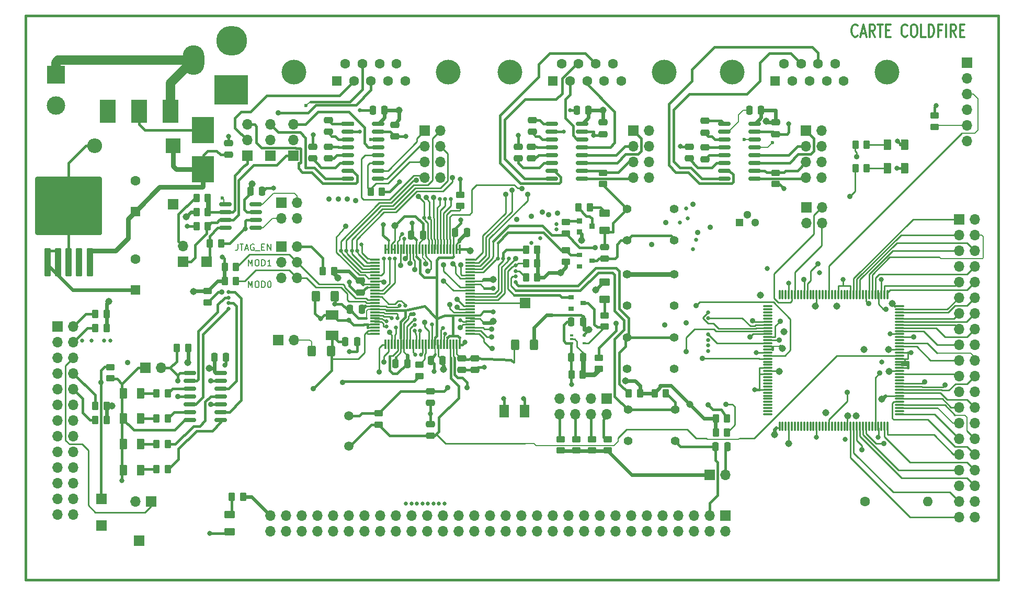
<source format=gbr>
%TF.GenerationSoftware,KiCad,Pcbnew,8.99.0-344-gfbc433deaa-dirty*%
%TF.CreationDate,2024-03-11T18:45:51+01:00*%
%TF.ProjectId,kit-dev-coldfire-xilinx_5213,6b69742d-6465-4762-9d63-6f6c64666972,2*%
%TF.SameCoordinates,Original*%
%TF.FileFunction,Copper,L1,Top*%
%TF.FilePolarity,Positive*%
%FSLAX46Y46*%
G04 Gerber Fmt 4.6, Leading zero omitted, Abs format (unit mm)*
G04 Created by KiCad (PCBNEW 8.99.0-344-gfbc433deaa-dirty) date 2024-03-11 18:45:51*
%MOMM*%
%LPD*%
G01*
G04 APERTURE LIST*
G04 Aperture macros list*
%AMRoundRect*
0 Rectangle with rounded corners*
0 $1 Rounding radius*
0 $2 $3 $4 $5 $6 $7 $8 $9 X,Y pos of 4 corners*
0 Add a 4 corners polygon primitive as box body*
4,1,4,$2,$3,$4,$5,$6,$7,$8,$9,$2,$3,0*
0 Add four circle primitives for the rounded corners*
1,1,$1+$1,$2,$3*
1,1,$1+$1,$4,$5*
1,1,$1+$1,$6,$7*
1,1,$1+$1,$8,$9*
0 Add four rect primitives between the rounded corners*
20,1,$1+$1,$2,$3,$4,$5,0*
20,1,$1+$1,$4,$5,$6,$7,0*
20,1,$1+$1,$6,$7,$8,$9,0*
20,1,$1+$1,$8,$9,$2,$3,0*%
G04 Aperture macros list end*
%ADD10C,0.200000*%
%TA.AperFunction,NonConductor*%
%ADD11C,0.200000*%
%TD*%
%ADD12C,0.304800*%
%TA.AperFunction,NonConductor*%
%ADD13C,0.304800*%
%TD*%
%TA.AperFunction,ComponentPad*%
%ADD14C,1.397000*%
%TD*%
%TA.AperFunction,ComponentPad*%
%ADD15R,1.700000X1.700000*%
%TD*%
%TA.AperFunction,ComponentPad*%
%ADD16O,1.700000X1.700000*%
%TD*%
%TA.AperFunction,SMDPad,CuDef*%
%ADD17RoundRect,0.250000X-0.475000X0.250000X-0.475000X-0.250000X0.475000X-0.250000X0.475000X0.250000X0*%
%TD*%
%TA.AperFunction,SMDPad,CuDef*%
%ADD18RoundRect,0.250000X0.475000X-0.250000X0.475000X0.250000X-0.475000X0.250000X-0.475000X-0.250000X0*%
%TD*%
%TA.AperFunction,SMDPad,CuDef*%
%ADD19RoundRect,0.250000X0.250000X0.475000X-0.250000X0.475000X-0.250000X-0.475000X0.250000X-0.475000X0*%
%TD*%
%TA.AperFunction,SMDPad,CuDef*%
%ADD20RoundRect,0.250000X-0.250000X-0.475000X0.250000X-0.475000X0.250000X0.475000X-0.250000X0.475000X0*%
%TD*%
%TA.AperFunction,SMDPad,CuDef*%
%ADD21R,2.032000X1.524000*%
%TD*%
%TA.AperFunction,SMDPad,CuDef*%
%ADD22R,1.524000X2.032000*%
%TD*%
%TA.AperFunction,ComponentPad*%
%ADD23R,1.600000X1.600000*%
%TD*%
%TA.AperFunction,ComponentPad*%
%ADD24C,1.600000*%
%TD*%
%TA.AperFunction,SMDPad,CuDef*%
%ADD25R,0.900000X0.800000*%
%TD*%
%TA.AperFunction,ComponentPad*%
%ADD26R,2.400000X2.400000*%
%TD*%
%TA.AperFunction,ComponentPad*%
%ADD27O,2.400000X2.400000*%
%TD*%
%TA.AperFunction,SMDPad,CuDef*%
%ADD28RoundRect,0.250000X0.375000X0.625000X-0.375000X0.625000X-0.375000X-0.625000X0.375000X-0.625000X0*%
%TD*%
%TA.AperFunction,SMDPad,CuDef*%
%ADD29R,3.556000X4.191000*%
%TD*%
%TA.AperFunction,SMDPad,CuDef*%
%ADD30RoundRect,0.250000X0.400000X0.625000X-0.400000X0.625000X-0.400000X-0.625000X0.400000X-0.625000X0*%
%TD*%
%TA.AperFunction,ComponentPad*%
%ADD31R,5.500000X4.800600*%
%TD*%
%TA.AperFunction,ComponentPad*%
%ADD32O,5.000000X4.800600*%
%TD*%
%TA.AperFunction,ComponentPad*%
%ADD33O,3.500000X4.800600*%
%TD*%
%TA.AperFunction,SMDPad,CuDef*%
%ADD34RoundRect,0.250000X-0.400000X-0.625000X0.400000X-0.625000X0.400000X0.625000X-0.400000X0.625000X0*%
%TD*%
%TA.AperFunction,SMDPad,CuDef*%
%ADD35RoundRect,0.250000X-0.375000X-0.625000X0.375000X-0.625000X0.375000X0.625000X-0.375000X0.625000X0*%
%TD*%
%TA.AperFunction,SMDPad,CuDef*%
%ADD36RoundRect,0.250000X0.625000X-0.375000X0.625000X0.375000X-0.625000X0.375000X-0.625000X-0.375000X0*%
%TD*%
%TA.AperFunction,ComponentPad*%
%ADD37R,1.300000X1.300000*%
%TD*%
%TA.AperFunction,ComponentPad*%
%ADD38C,1.300000*%
%TD*%
%TA.AperFunction,SMDPad,CuDef*%
%ADD39R,0.914400X0.914400*%
%TD*%
%TA.AperFunction,SMDPad,CuDef*%
%ADD40RoundRect,0.250000X0.450000X-0.262500X0.450000X0.262500X-0.450000X0.262500X-0.450000X-0.262500X0*%
%TD*%
%TA.AperFunction,SMDPad,CuDef*%
%ADD41RoundRect,0.250000X-0.262500X-0.450000X0.262500X-0.450000X0.262500X0.450000X-0.262500X0.450000X0*%
%TD*%
%TA.AperFunction,SMDPad,CuDef*%
%ADD42RoundRect,0.250000X0.262500X0.450000X-0.262500X0.450000X-0.262500X-0.450000X0.262500X-0.450000X0*%
%TD*%
%TA.AperFunction,SMDPad,CuDef*%
%ADD43RoundRect,0.250000X-0.450000X0.262500X-0.450000X-0.262500X0.450000X-0.262500X0.450000X0.262500X0*%
%TD*%
%TA.AperFunction,ComponentPad*%
%ADD44O,1.600000X1.600000*%
%TD*%
%TA.AperFunction,ComponentPad*%
%ADD45R,2.540000X3.810000*%
%TD*%
%TA.AperFunction,ComponentPad*%
%ADD46R,3.000000X3.000000*%
%TD*%
%TA.AperFunction,ComponentPad*%
%ADD47C,3.000000*%
%TD*%
%TA.AperFunction,SMDPad,CuDef*%
%ADD48RoundRect,0.075000X-0.075000X0.725000X-0.075000X-0.725000X0.075000X-0.725000X0.075000X0.725000X0*%
%TD*%
%TA.AperFunction,SMDPad,CuDef*%
%ADD49RoundRect,0.075000X-0.725000X0.075000X-0.725000X-0.075000X0.725000X-0.075000X0.725000X0.075000X0*%
%TD*%
%TA.AperFunction,SMDPad,CuDef*%
%ADD50R,0.508000X0.304800*%
%TD*%
%TA.AperFunction,SMDPad,CuDef*%
%ADD51RoundRect,0.150000X-0.825000X-0.150000X0.825000X-0.150000X0.825000X0.150000X-0.825000X0.150000X0*%
%TD*%
%TA.AperFunction,SMDPad,CuDef*%
%ADD52RoundRect,0.150000X0.825000X0.150000X-0.825000X0.150000X-0.825000X-0.150000X0.825000X-0.150000X0*%
%TD*%
%TA.AperFunction,SMDPad,CuDef*%
%ADD53RoundRect,0.088235X-0.886765X-0.211765X0.886765X-0.211765X0.886765X0.211765X-0.886765X0.211765X0*%
%TD*%
%TA.AperFunction,SMDPad,CuDef*%
%ADD54RoundRect,0.250000X0.300000X-2.050000X0.300000X2.050000X-0.300000X2.050000X-0.300000X-2.050000X0*%
%TD*%
%TA.AperFunction,SMDPad,CuDef*%
%ADD55RoundRect,0.250000X2.375000X-2.025000X2.375000X2.025000X-2.375000X2.025000X-2.375000X-2.025000X0*%
%TD*%
%TA.AperFunction,SMDPad,CuDef*%
%ADD56RoundRect,0.250002X5.149998X-4.449998X5.149998X4.449998X-5.149998X4.449998X-5.149998X-4.449998X0*%
%TD*%
%TA.AperFunction,ComponentPad*%
%ADD57C,1.500000*%
%TD*%
%TA.AperFunction,SMDPad,CuDef*%
%ADD58RoundRect,0.075000X-0.075000X0.662500X-0.075000X-0.662500X0.075000X-0.662500X0.075000X0.662500X0*%
%TD*%
%TA.AperFunction,SMDPad,CuDef*%
%ADD59RoundRect,0.075000X-0.662500X0.075000X-0.662500X-0.075000X0.662500X-0.075000X0.662500X0.075000X0*%
%TD*%
%TA.AperFunction,ComponentPad*%
%ADD60C,4.000000*%
%TD*%
%TA.AperFunction,ViaPad*%
%ADD61C,0.635000*%
%TD*%
%TA.AperFunction,ViaPad*%
%ADD62C,0.889000*%
%TD*%
%TA.AperFunction,ViaPad*%
%ADD63C,0.600000*%
%TD*%
%TA.AperFunction,ViaPad*%
%ADD64C,0.800000*%
%TD*%
%TA.AperFunction,ViaPad*%
%ADD65C,1.143000*%
%TD*%
%TA.AperFunction,Conductor*%
%ADD66C,0.254000*%
%TD*%
%TA.AperFunction,Conductor*%
%ADD67C,0.381000*%
%TD*%
%TA.AperFunction,Conductor*%
%ADD68C,0.431800*%
%TD*%
%TA.AperFunction,Conductor*%
%ADD69C,0.762000*%
%TD*%
%TA.AperFunction,Conductor*%
%ADD70C,0.400000*%
%TD*%
%TA.AperFunction,Conductor*%
%ADD71C,0.200000*%
%TD*%
%TA.AperFunction,Conductor*%
%ADD72C,0.300000*%
%TD*%
%TA.AperFunction,Conductor*%
%ADD73C,0.558800*%
%TD*%
%TA.AperFunction,Conductor*%
%ADD74C,0.203200*%
%TD*%
%TA.AperFunction,Conductor*%
%ADD75C,1.524000*%
%TD*%
%TA.AperFunction,Profile*%
%ADD76C,0.381000*%
%TD*%
G04 APERTURE END LIST*
D10*
D11*
X105476190Y-92952219D02*
X105476190Y-93666504D01*
X105476190Y-93666504D02*
X105428571Y-93809361D01*
X105428571Y-93809361D02*
X105333333Y-93904600D01*
X105333333Y-93904600D02*
X105190476Y-93952219D01*
X105190476Y-93952219D02*
X105095238Y-93952219D01*
X105809524Y-92952219D02*
X106380952Y-92952219D01*
X106095238Y-93952219D02*
X106095238Y-92952219D01*
X106666667Y-93666504D02*
X107142857Y-93666504D01*
X106571429Y-93952219D02*
X106904762Y-92952219D01*
X106904762Y-92952219D02*
X107238095Y-93952219D01*
X108095238Y-92999838D02*
X108000000Y-92952219D01*
X108000000Y-92952219D02*
X107857143Y-92952219D01*
X107857143Y-92952219D02*
X107714286Y-92999838D01*
X107714286Y-92999838D02*
X107619048Y-93095076D01*
X107619048Y-93095076D02*
X107571429Y-93190314D01*
X107571429Y-93190314D02*
X107523810Y-93380790D01*
X107523810Y-93380790D02*
X107523810Y-93523647D01*
X107523810Y-93523647D02*
X107571429Y-93714123D01*
X107571429Y-93714123D02*
X107619048Y-93809361D01*
X107619048Y-93809361D02*
X107714286Y-93904600D01*
X107714286Y-93904600D02*
X107857143Y-93952219D01*
X107857143Y-93952219D02*
X107952381Y-93952219D01*
X107952381Y-93952219D02*
X108095238Y-93904600D01*
X108095238Y-93904600D02*
X108142857Y-93856980D01*
X108142857Y-93856980D02*
X108142857Y-93523647D01*
X108142857Y-93523647D02*
X107952381Y-93523647D01*
X108333334Y-94047457D02*
X109095238Y-94047457D01*
X109333334Y-93428409D02*
X109666667Y-93428409D01*
X109809524Y-93952219D02*
X109333334Y-93952219D01*
X109333334Y-93952219D02*
X109333334Y-92952219D01*
X109333334Y-92952219D02*
X109809524Y-92952219D01*
X110238096Y-93952219D02*
X110238096Y-92952219D01*
X110238096Y-92952219D02*
X110809524Y-93952219D01*
X110809524Y-93952219D02*
X110809524Y-92952219D01*
D12*
D13*
X205794429Y-59150668D02*
X205721857Y-59247430D01*
X205721857Y-59247430D02*
X205504143Y-59344191D01*
X205504143Y-59344191D02*
X205359000Y-59344191D01*
X205359000Y-59344191D02*
X205141286Y-59247430D01*
X205141286Y-59247430D02*
X204996143Y-59053906D01*
X204996143Y-59053906D02*
X204923572Y-58860382D01*
X204923572Y-58860382D02*
X204851000Y-58473334D01*
X204851000Y-58473334D02*
X204851000Y-58183049D01*
X204851000Y-58183049D02*
X204923572Y-57796001D01*
X204923572Y-57796001D02*
X204996143Y-57602477D01*
X204996143Y-57602477D02*
X205141286Y-57408953D01*
X205141286Y-57408953D02*
X205359000Y-57312191D01*
X205359000Y-57312191D02*
X205504143Y-57312191D01*
X205504143Y-57312191D02*
X205721857Y-57408953D01*
X205721857Y-57408953D02*
X205794429Y-57505715D01*
X206375000Y-58763620D02*
X207100715Y-58763620D01*
X206229857Y-59344191D02*
X206737857Y-57312191D01*
X206737857Y-57312191D02*
X207245857Y-59344191D01*
X208624715Y-59344191D02*
X208116715Y-58376572D01*
X207753858Y-59344191D02*
X207753858Y-57312191D01*
X207753858Y-57312191D02*
X208334429Y-57312191D01*
X208334429Y-57312191D02*
X208479572Y-57408953D01*
X208479572Y-57408953D02*
X208552143Y-57505715D01*
X208552143Y-57505715D02*
X208624715Y-57699239D01*
X208624715Y-57699239D02*
X208624715Y-57989525D01*
X208624715Y-57989525D02*
X208552143Y-58183049D01*
X208552143Y-58183049D02*
X208479572Y-58279810D01*
X208479572Y-58279810D02*
X208334429Y-58376572D01*
X208334429Y-58376572D02*
X207753858Y-58376572D01*
X209060143Y-57312191D02*
X209931001Y-57312191D01*
X209495572Y-59344191D02*
X209495572Y-57312191D01*
X210439001Y-58279810D02*
X210947001Y-58279810D01*
X211164715Y-59344191D02*
X210439001Y-59344191D01*
X210439001Y-59344191D02*
X210439001Y-57312191D01*
X210439001Y-57312191D02*
X211164715Y-57312191D01*
X213849858Y-59150668D02*
X213777286Y-59247430D01*
X213777286Y-59247430D02*
X213559572Y-59344191D01*
X213559572Y-59344191D02*
X213414429Y-59344191D01*
X213414429Y-59344191D02*
X213196715Y-59247430D01*
X213196715Y-59247430D02*
X213051572Y-59053906D01*
X213051572Y-59053906D02*
X212979001Y-58860382D01*
X212979001Y-58860382D02*
X212906429Y-58473334D01*
X212906429Y-58473334D02*
X212906429Y-58183049D01*
X212906429Y-58183049D02*
X212979001Y-57796001D01*
X212979001Y-57796001D02*
X213051572Y-57602477D01*
X213051572Y-57602477D02*
X213196715Y-57408953D01*
X213196715Y-57408953D02*
X213414429Y-57312191D01*
X213414429Y-57312191D02*
X213559572Y-57312191D01*
X213559572Y-57312191D02*
X213777286Y-57408953D01*
X213777286Y-57408953D02*
X213849858Y-57505715D01*
X214793286Y-57312191D02*
X215083572Y-57312191D01*
X215083572Y-57312191D02*
X215228715Y-57408953D01*
X215228715Y-57408953D02*
X215373858Y-57602477D01*
X215373858Y-57602477D02*
X215446429Y-57989525D01*
X215446429Y-57989525D02*
X215446429Y-58666858D01*
X215446429Y-58666858D02*
X215373858Y-59053906D01*
X215373858Y-59053906D02*
X215228715Y-59247430D01*
X215228715Y-59247430D02*
X215083572Y-59344191D01*
X215083572Y-59344191D02*
X214793286Y-59344191D01*
X214793286Y-59344191D02*
X214648144Y-59247430D01*
X214648144Y-59247430D02*
X214503001Y-59053906D01*
X214503001Y-59053906D02*
X214430429Y-58666858D01*
X214430429Y-58666858D02*
X214430429Y-57989525D01*
X214430429Y-57989525D02*
X214503001Y-57602477D01*
X214503001Y-57602477D02*
X214648144Y-57408953D01*
X214648144Y-57408953D02*
X214793286Y-57312191D01*
X216825286Y-59344191D02*
X216099572Y-59344191D01*
X216099572Y-59344191D02*
X216099572Y-57312191D01*
X217333286Y-59344191D02*
X217333286Y-57312191D01*
X217333286Y-57312191D02*
X217696143Y-57312191D01*
X217696143Y-57312191D02*
X217913857Y-57408953D01*
X217913857Y-57408953D02*
X218059000Y-57602477D01*
X218059000Y-57602477D02*
X218131571Y-57796001D01*
X218131571Y-57796001D02*
X218204143Y-58183049D01*
X218204143Y-58183049D02*
X218204143Y-58473334D01*
X218204143Y-58473334D02*
X218131571Y-58860382D01*
X218131571Y-58860382D02*
X218059000Y-59053906D01*
X218059000Y-59053906D02*
X217913857Y-59247430D01*
X217913857Y-59247430D02*
X217696143Y-59344191D01*
X217696143Y-59344191D02*
X217333286Y-59344191D01*
X219365286Y-58279810D02*
X218857286Y-58279810D01*
X218857286Y-59344191D02*
X218857286Y-57312191D01*
X218857286Y-57312191D02*
X219583000Y-57312191D01*
X220163572Y-59344191D02*
X220163572Y-57312191D01*
X221760143Y-59344191D02*
X221252143Y-58376572D01*
X220889286Y-59344191D02*
X220889286Y-57312191D01*
X220889286Y-57312191D02*
X221469857Y-57312191D01*
X221469857Y-57312191D02*
X221615000Y-57408953D01*
X221615000Y-57408953D02*
X221687571Y-57505715D01*
X221687571Y-57505715D02*
X221760143Y-57699239D01*
X221760143Y-57699239D02*
X221760143Y-57989525D01*
X221760143Y-57989525D02*
X221687571Y-58183049D01*
X221687571Y-58183049D02*
X221615000Y-58279810D01*
X221615000Y-58279810D02*
X221469857Y-58376572D01*
X221469857Y-58376572D02*
X220889286Y-58376572D01*
X222413286Y-58279810D02*
X222921286Y-58279810D01*
X223139000Y-59344191D02*
X222413286Y-59344191D01*
X222413286Y-59344191D02*
X222413286Y-57312191D01*
X222413286Y-57312191D02*
X223139000Y-57312191D01*
D10*
D11*
X107166667Y-96452219D02*
X107166667Y-95452219D01*
X107166667Y-95452219D02*
X107500000Y-96166504D01*
X107500000Y-96166504D02*
X107833333Y-95452219D01*
X107833333Y-95452219D02*
X107833333Y-96452219D01*
X108500000Y-95452219D02*
X108690476Y-95452219D01*
X108690476Y-95452219D02*
X108785714Y-95499838D01*
X108785714Y-95499838D02*
X108880952Y-95595076D01*
X108880952Y-95595076D02*
X108928571Y-95785552D01*
X108928571Y-95785552D02*
X108928571Y-96118885D01*
X108928571Y-96118885D02*
X108880952Y-96309361D01*
X108880952Y-96309361D02*
X108785714Y-96404600D01*
X108785714Y-96404600D02*
X108690476Y-96452219D01*
X108690476Y-96452219D02*
X108500000Y-96452219D01*
X108500000Y-96452219D02*
X108404762Y-96404600D01*
X108404762Y-96404600D02*
X108309524Y-96309361D01*
X108309524Y-96309361D02*
X108261905Y-96118885D01*
X108261905Y-96118885D02*
X108261905Y-95785552D01*
X108261905Y-95785552D02*
X108309524Y-95595076D01*
X108309524Y-95595076D02*
X108404762Y-95499838D01*
X108404762Y-95499838D02*
X108500000Y-95452219D01*
X109357143Y-96452219D02*
X109357143Y-95452219D01*
X109357143Y-95452219D02*
X109595238Y-95452219D01*
X109595238Y-95452219D02*
X109738095Y-95499838D01*
X109738095Y-95499838D02*
X109833333Y-95595076D01*
X109833333Y-95595076D02*
X109880952Y-95690314D01*
X109880952Y-95690314D02*
X109928571Y-95880790D01*
X109928571Y-95880790D02*
X109928571Y-96023647D01*
X109928571Y-96023647D02*
X109880952Y-96214123D01*
X109880952Y-96214123D02*
X109833333Y-96309361D01*
X109833333Y-96309361D02*
X109738095Y-96404600D01*
X109738095Y-96404600D02*
X109595238Y-96452219D01*
X109595238Y-96452219D02*
X109357143Y-96452219D01*
X110880952Y-96452219D02*
X110309524Y-96452219D01*
X110595238Y-96452219D02*
X110595238Y-95452219D01*
X110595238Y-95452219D02*
X110500000Y-95595076D01*
X110500000Y-95595076D02*
X110404762Y-95690314D01*
X110404762Y-95690314D02*
X110309524Y-95737933D01*
D10*
D11*
X107166667Y-99952219D02*
X107166667Y-98952219D01*
X107166667Y-98952219D02*
X107500000Y-99666504D01*
X107500000Y-99666504D02*
X107833333Y-98952219D01*
X107833333Y-98952219D02*
X107833333Y-99952219D01*
X108500000Y-98952219D02*
X108690476Y-98952219D01*
X108690476Y-98952219D02*
X108785714Y-98999838D01*
X108785714Y-98999838D02*
X108880952Y-99095076D01*
X108880952Y-99095076D02*
X108928571Y-99285552D01*
X108928571Y-99285552D02*
X108928571Y-99618885D01*
X108928571Y-99618885D02*
X108880952Y-99809361D01*
X108880952Y-99809361D02*
X108785714Y-99904600D01*
X108785714Y-99904600D02*
X108690476Y-99952219D01*
X108690476Y-99952219D02*
X108500000Y-99952219D01*
X108500000Y-99952219D02*
X108404762Y-99904600D01*
X108404762Y-99904600D02*
X108309524Y-99809361D01*
X108309524Y-99809361D02*
X108261905Y-99618885D01*
X108261905Y-99618885D02*
X108261905Y-99285552D01*
X108261905Y-99285552D02*
X108309524Y-99095076D01*
X108309524Y-99095076D02*
X108404762Y-98999838D01*
X108404762Y-98999838D02*
X108500000Y-98952219D01*
X109357143Y-99952219D02*
X109357143Y-98952219D01*
X109357143Y-98952219D02*
X109595238Y-98952219D01*
X109595238Y-98952219D02*
X109738095Y-98999838D01*
X109738095Y-98999838D02*
X109833333Y-99095076D01*
X109833333Y-99095076D02*
X109880952Y-99190314D01*
X109880952Y-99190314D02*
X109928571Y-99380790D01*
X109928571Y-99380790D02*
X109928571Y-99523647D01*
X109928571Y-99523647D02*
X109880952Y-99714123D01*
X109880952Y-99714123D02*
X109833333Y-99809361D01*
X109833333Y-99809361D02*
X109738095Y-99904600D01*
X109738095Y-99904600D02*
X109595238Y-99952219D01*
X109595238Y-99952219D02*
X109357143Y-99952219D01*
X110547619Y-98952219D02*
X110642857Y-98952219D01*
X110642857Y-98952219D02*
X110738095Y-98999838D01*
X110738095Y-98999838D02*
X110785714Y-99047457D01*
X110785714Y-99047457D02*
X110833333Y-99142695D01*
X110833333Y-99142695D02*
X110880952Y-99333171D01*
X110880952Y-99333171D02*
X110880952Y-99571266D01*
X110880952Y-99571266D02*
X110833333Y-99761742D01*
X110833333Y-99761742D02*
X110785714Y-99856980D01*
X110785714Y-99856980D02*
X110738095Y-99904600D01*
X110738095Y-99904600D02*
X110642857Y-99952219D01*
X110642857Y-99952219D02*
X110547619Y-99952219D01*
X110547619Y-99952219D02*
X110452381Y-99904600D01*
X110452381Y-99904600D02*
X110404762Y-99856980D01*
X110404762Y-99856980D02*
X110357143Y-99761742D01*
X110357143Y-99761742D02*
X110309524Y-99571266D01*
X110309524Y-99571266D02*
X110309524Y-99333171D01*
X110309524Y-99333171D02*
X110357143Y-99142695D01*
X110357143Y-99142695D02*
X110404762Y-99047457D01*
X110404762Y-99047457D02*
X110452381Y-98999838D01*
X110452381Y-98999838D02*
X110547619Y-98952219D01*
D14*
%TO.P,ABRT_SW101,1,1*%
%TO.N,Net-(ABRT_SW101-Pad1)*%
X168529000Y-97790000D03*
X176149000Y-97790000D03*
%TO.P,ABRT_SW101,2,2*%
%TO.N,+3.3V*%
X168529000Y-102870000D03*
X176149000Y-102870000D03*
%TD*%
D15*
%TO.P,ALLPST101,1,1*%
%TO.N,/ALLPST*%
X152019000Y-102489000D03*
%TD*%
%TO.P,BDM_PORT101,1,P1*%
%TO.N,unconnected-(BDM_PORT101-P1-Pad1)*%
X76327000Y-106299000D03*
D16*
%TO.P,BDM_PORT101,2,P2*%
%TO.N,/BKPT-*%
X78867000Y-106299000D03*
%TO.P,BDM_PORT101,3,P3*%
%TO.N,GND*%
X76327000Y-108839000D03*
%TO.P,BDM_PORT101,4,P4*%
%TO.N,/DSCLK*%
X78867000Y-108839000D03*
%TO.P,BDM_PORT101,5,P5*%
%TO.N,GND*%
X76327000Y-111379000D03*
%TO.P,BDM_PORT101,6,P6*%
%TO.N,Net-(BDM_PORT101-P6)*%
X78867000Y-111379000D03*
%TO.P,BDM_PORT101,7,P7*%
%TO.N,/RSTI-*%
X76327000Y-113919000D03*
%TO.P,BDM_PORT101,8,P8*%
%TO.N,/DSI*%
X78867000Y-113919000D03*
%TO.P,BDM_PORT101,9,P9*%
%TO.N,+3.3V*%
X76327000Y-116459000D03*
%TO.P,BDM_PORT101,10,P10*%
%TO.N,/DSO*%
X78867000Y-116459000D03*
%TO.P,BDM_PORT101,11,P11*%
%TO.N,GND*%
X76327000Y-118999000D03*
%TO.P,BDM_PORT101,12,P12*%
%TO.N,/PST3*%
X78867000Y-118999000D03*
%TO.P,BDM_PORT101,13,P13*%
%TO.N,/PST2*%
X76327000Y-121539000D03*
%TO.P,BDM_PORT101,14,P14*%
%TO.N,/PST1*%
X78867000Y-121539000D03*
%TO.P,BDM_PORT101,15,P15*%
%TO.N,/PST0*%
X76327000Y-124079000D03*
%TO.P,BDM_PORT101,16,P16*%
%TO.N,/DDAT3*%
X78867000Y-124079000D03*
%TO.P,BDM_PORT101,17,P17*%
%TO.N,/DDAT2*%
X76327000Y-126619000D03*
%TO.P,BDM_PORT101,18,P18*%
%TO.N,/DDAT1*%
X78867000Y-126619000D03*
%TO.P,BDM_PORT101,19,P19*%
%TO.N,/DDAT0*%
X76327000Y-129159000D03*
%TO.P,BDM_PORT101,20,P20*%
%TO.N,GND*%
X78867000Y-129159000D03*
%TO.P,BDM_PORT101,21,P21*%
%TO.N,unconnected-(BDM_PORT101-P21-Pad21)*%
X76327000Y-131699000D03*
%TO.P,BDM_PORT101,22,P22*%
%TO.N,unconnected-(BDM_PORT101-P22-Pad22)*%
X78867000Y-131699000D03*
%TO.P,BDM_PORT101,23,P23*%
%TO.N,GND*%
X76327000Y-134239000D03*
%TO.P,BDM_PORT101,24,P20*%
%TO.N,/TCLK*%
X78867000Y-134239000D03*
%TO.P,BDM_PORT101,25,P24*%
%TO.N,+3.3V*%
X76327000Y-136779000D03*
%TO.P,BDM_PORT101,26,P22*%
%TO.N,Net-(BDM_PORT101-P22-Pad26)*%
X78867000Y-136779000D03*
%TD*%
D17*
%TO.P,C107,1*%
%TO.N,/CLKIN{slash}EXTAL*%
X136652000Y-116779000D03*
%TO.P,C107,2*%
%TO.N,GND*%
X136652000Y-118679000D03*
%TD*%
D18*
%TO.P,C106,1*%
%TO.N,/XTAL*%
X136652000Y-124013000D03*
%TO.P,C106,2*%
%TO.N,GND*%
X136652000Y-122113000D03*
%TD*%
%TO.P,C105,1*%
%TO.N,Net-(D102-K)*%
X164846000Y-95311000D03*
%TO.P,C105,2*%
%TO.N,GND*%
X164846000Y-93411000D03*
%TD*%
D19*
%TO.P,C110,1*%
%TO.N,+3.3V*%
X142555000Y-91059000D03*
%TO.P,C110,2*%
%TO.N,GND*%
X140655000Y-91059000D03*
%TD*%
%TO.P,C111,1*%
%TO.N,+3.3V*%
X135443000Y-91440000D03*
%TO.P,C111,2*%
%TO.N,GND*%
X133543000Y-91440000D03*
%TD*%
D17*
%TO.P,C113,1*%
%TO.N,+3.3V*%
X125349000Y-98872000D03*
%TO.P,C113,2*%
%TO.N,GND*%
X125349000Y-100772000D03*
%TD*%
D19*
%TO.P,C114,1*%
%TO.N,+3.3V*%
X125537000Y-103505000D03*
%TO.P,C114,2*%
%TO.N,GND*%
X123637000Y-103505000D03*
%TD*%
%TO.P,C115,1*%
%TO.N,+3.3V*%
X132903000Y-112268000D03*
%TO.P,C115,2*%
%TO.N,GND*%
X131003000Y-112268000D03*
%TD*%
%TO.P,C116,1*%
%TO.N,+3.3V*%
X138618000Y-111760000D03*
%TO.P,C116,2*%
%TO.N,GND*%
X136718000Y-111760000D03*
%TD*%
D20*
%TO.P,C101,1*%
%TO.N,GND*%
X159451000Y-105537000D03*
%TO.P,C101,2*%
%TO.N,+3.3V*%
X161351000Y-105537000D03*
%TD*%
D19*
%TO.P,C104,1*%
%TO.N,Net-(C104-Pad1)*%
X161351000Y-111252000D03*
%TO.P,C104,2*%
%TO.N,GND*%
X159451000Y-111252000D03*
%TD*%
D21*
%TO.P,C108,1*%
%TO.N,/VCCA*%
X120777000Y-107696000D03*
%TO.P,C108,2*%
%TO.N,GNDA*%
X120777000Y-104394000D03*
%TD*%
D22*
%TO.P,C119,1*%
%TO.N,+3.3V*%
X148590000Y-120015000D03*
%TO.P,C119,2*%
%TO.N,GND*%
X151892000Y-120015000D03*
%TD*%
D20*
%TO.P,C109,1*%
%TO.N,/VCCA*%
X122875000Y-108712000D03*
%TO.P,C109,2*%
%TO.N,GNDA*%
X124775000Y-108712000D03*
%TD*%
D17*
%TO.P,C102,1*%
%TO.N,/VDDPLL*%
X141732000Y-111445000D03*
%TO.P,C102,2*%
%TO.N,GND*%
X141732000Y-113345000D03*
%TD*%
%TO.P,C103,1*%
%TO.N,/VDDPLL*%
X143891000Y-111445000D03*
%TO.P,C103,2*%
%TO.N,GND*%
X143891000Y-113345000D03*
%TD*%
%TO.P,C203,1*%
%TO.N,+3.3V*%
X192532000Y-73218000D03*
%TO.P,C203,2*%
%TO.N,GND*%
X192532000Y-75118000D03*
%TD*%
D19*
%TO.P,C204,1*%
%TO.N,+3.3V*%
X190180000Y-71247000D03*
%TO.P,C204,2*%
%TO.N,Net-(U202-V+)*%
X188280000Y-71247000D03*
%TD*%
D17*
%TO.P,C205,1*%
%TO.N,Net-(U202-C1+)*%
X181102000Y-72964000D03*
%TO.P,C205,2*%
%TO.N,Net-(U202-C1-)*%
X181102000Y-74864000D03*
%TD*%
%TO.P,C206,1*%
%TO.N,Net-(U202-C2+)*%
X181102000Y-77282000D03*
%TO.P,C206,2*%
%TO.N,Net-(U202-C2-)*%
X181102000Y-79182000D03*
%TD*%
D20*
%TO.P,C202,1*%
%TO.N,+3.3V*%
X101666000Y-111252000D03*
%TO.P,C202,2*%
%TO.N,GND*%
X103566000Y-111252000D03*
%TD*%
D18*
%TO.P,C207,1*%
%TO.N,Net-(U202-V-)*%
X178562000Y-79055000D03*
%TO.P,C207,2*%
%TO.N,GND*%
X178562000Y-77155000D03*
%TD*%
D17*
%TO.P,C208,1*%
%TO.N,+3.3V*%
X164592000Y-73218000D03*
%TO.P,C208,2*%
%TO.N,GND*%
X164592000Y-75118000D03*
%TD*%
D19*
%TO.P,C209,1*%
%TO.N,+3.3V*%
X162240000Y-71247000D03*
%TO.P,C209,2*%
%TO.N,Net-(U203-V+)*%
X160340000Y-71247000D03*
%TD*%
D17*
%TO.P,C210,1*%
%TO.N,Net-(U203-C1+)*%
X153162000Y-72837000D03*
%TO.P,C210,2*%
%TO.N,Net-(U203-C1-)*%
X153162000Y-74737000D03*
%TD*%
%TO.P,C211,1*%
%TO.N,Net-(U203-C2+)*%
X153035000Y-77155000D03*
%TO.P,C211,2*%
%TO.N,Net-(U203-C2-)*%
X153035000Y-79055000D03*
%TD*%
D18*
%TO.P,C214,1*%
%TO.N,Net-(U203-V-)*%
X150876000Y-79055000D03*
%TO.P,C214,2*%
%TO.N,GND*%
X150876000Y-77155000D03*
%TD*%
D20*
%TO.P,C219,1*%
%TO.N,+3.3V*%
X107508000Y-84328000D03*
%TO.P,C219,2*%
%TO.N,GND*%
X109408000Y-84328000D03*
%TD*%
D19*
%TO.P,C217,1*%
%TO.N,+3.3V*%
X129220000Y-71247000D03*
%TO.P,C217,2*%
%TO.N,Net-(U204-V+)*%
X127320000Y-71247000D03*
%TD*%
D17*
%TO.P,C220,1*%
%TO.N,Net-(U204-C2+)*%
X120142000Y-77155000D03*
%TO.P,C220,2*%
%TO.N,Net-(U204-C2-)*%
X120142000Y-79055000D03*
%TD*%
D23*
%TO.P,C212,1*%
%TO.N,Net-(D201-K)*%
X88900000Y-87630000D03*
D24*
%TO.P,C212,2*%
%TO.N,GND*%
X88900000Y-82630000D03*
%TD*%
D23*
%TO.P,C215,1*%
%TO.N,+3.3V*%
X88900000Y-100330000D03*
D24*
%TO.P,C215,2*%
%TO.N,GND*%
X88900000Y-95330000D03*
%TD*%
D18*
%TO.P,C213,1*%
%TO.N,Net-(D201-K)*%
X104000000Y-78450000D03*
%TO.P,C213,2*%
%TO.N,GND*%
X104000000Y-76550000D03*
%TD*%
D20*
%TO.P,C201,1*%
%TO.N,GND*%
X182819000Y-125730000D03*
%TO.P,C201,2*%
%TO.N,Net-(MCU_PORT201-P1)*%
X184719000Y-125730000D03*
%TD*%
D17*
%TO.P,C218,1*%
%TO.N,Net-(U204-C1+)*%
X120142000Y-72837000D03*
%TO.P,C218,2*%
%TO.N,Net-(U204-C1-)*%
X120142000Y-74737000D03*
%TD*%
D18*
%TO.P,C221,1*%
%TO.N,Net-(U204-V-)*%
X117602000Y-79055000D03*
%TO.P,C221,2*%
%TO.N,GND*%
X117602000Y-77155000D03*
%TD*%
D17*
%TO.P,C216,1*%
%TO.N,+3.3V*%
X130937000Y-73599000D03*
%TO.P,C216,2*%
%TO.N,GND*%
X130937000Y-75499000D03*
%TD*%
D15*
%TO.P,CAN_TERM201,1,1*%
%TO.N,/inout_user/CAN_H*%
X96647000Y-95758000D03*
D16*
%TO.P,CAN_TERM201,2,2*%
%TO.N,Net-(CAN_TERM201-Pad2)*%
X96647000Y-93218000D03*
%TD*%
D15*
%TO.P,CLKOUT101,1,1*%
%TO.N,/TCLK*%
X83439000Y-134239000D03*
%TD*%
%TO.P,COM_SEL203,1,P1*%
%TO.N,/inout_user/CAN_H*%
X114500000Y-78613000D03*
D16*
%TO.P,COM_SEL203,2,PM*%
%TO.N,/inout_user/CTS2{slash}CANH*%
X114500000Y-76073000D03*
%TO.P,COM_SEL203,3,P3*%
%TO.N,Net-(COM_SEL203-P3)*%
X114500000Y-73533000D03*
%TD*%
D15*
%TO.P,COM_SEL202,1,P1*%
%TO.N,GND*%
X110744000Y-78613000D03*
D16*
%TO.P,COM_SEL202,2,PM*%
%TO.N,/inout_user/RXD2*%
X110744000Y-76073000D03*
%TO.P,COM_SEL202,3,P3*%
%TO.N,Net-(COM_SEL202-P3)*%
X110744000Y-73533000D03*
%TD*%
D15*
%TO.P,CT101,1,1*%
%TO.N,Net-(BDM_PORT101-P6)*%
X91440000Y-134620000D03*
D16*
%TO.P,CT101,2,2*%
%TO.N,/TCLK*%
X88900000Y-134620000D03*
%TD*%
D25*
%TO.P,D101,*%
%TO.N,*%
X159401000Y-103439000D03*
%TO.P,D101,1,K*%
%TO.N,Net-(D101-K)*%
X161401000Y-102489000D03*
%TO.P,D101,2,A*%
%TO.N,/IRQ-7*%
X159401000Y-101539000D03*
%TD*%
%TO.P,D102,*%
%TO.N,*%
X160798000Y-96581000D03*
%TO.P,D102,1,K*%
%TO.N,Net-(D102-K)*%
X162798000Y-95631000D03*
%TO.P,D102,2,A*%
%TO.N,/RSTI-*%
X160798000Y-94681000D03*
%TD*%
D26*
%TO.P,D201,1,K*%
%TO.N,Net-(D201-K)*%
X95000000Y-77000000D03*
D27*
%TO.P,D201,2,A*%
%TO.N,GND*%
X82300000Y-77000000D03*
%TD*%
D28*
%TO.P,D301,1,K*%
%TO.N,GND*%
X213490000Y-76835000D03*
%TO.P,D301,2,A*%
%TO.N,Net-(D301-A)*%
X210690000Y-76835000D03*
%TD*%
%TO.P,D302,1,K*%
%TO.N,GND*%
X213490000Y-80645000D03*
%TO.P,D302,2,A*%
%TO.N,Net-(D302-A)*%
X210690000Y-80645000D03*
%TD*%
D29*
%TO.P,F201,1*%
%TO.N,Net-(F201-Pad1)*%
X99800000Y-74425000D03*
%TO.P,F201,2*%
%TO.N,Net-(D201-K)*%
X99800000Y-80775000D03*
%TD*%
D30*
%TO.P,FB101,1,1*%
%TO.N,GND*%
X121184000Y-101346000D03*
%TO.P,FB101,2,2*%
%TO.N,GNDA*%
X118084000Y-101346000D03*
%TD*%
D15*
%TO.P,GND101,1,1*%
%TO.N,GND*%
X89535000Y-140970000D03*
%TD*%
D31*
%TO.P,J201,1*%
%TO.N,GND*%
X104400000Y-67900000D03*
D32*
%TO.P,J201,2*%
X104500000Y-60000000D03*
D33*
%TO.P,J201,3*%
%TO.N,Net-(TB201-P1)*%
X98300000Y-63100000D03*
%TD*%
D34*
%TO.P,L102,1,1*%
%TO.N,Net-(L102-Pad1)*%
X117449000Y-110236000D03*
%TO.P,L102,2,2*%
%TO.N,/VCCA*%
X120549000Y-110236000D03*
%TD*%
D30*
%TO.P,L101,1,1*%
%TO.N,+3.3V*%
X153442000Y-109220000D03*
%TO.P,L101,2,2*%
%TO.N,/VDDPLL*%
X150342000Y-109220000D03*
%TD*%
D35*
%TO.P,LED201,1,K*%
%TO.N,GND*%
X86992000Y-117094000D03*
%TO.P,LED201,2,A*%
%TO.N,Net-(LED201-A)*%
X89792000Y-117094000D03*
%TD*%
%TO.P,LED202,1,K*%
%TO.N,GND*%
X86992000Y-121158000D03*
%TO.P,LED202,2,A*%
%TO.N,Net-(LED202-A)*%
X89792000Y-121158000D03*
%TD*%
%TO.P,LED203,1,K*%
%TO.N,GND*%
X86992000Y-125349000D03*
%TO.P,LED203,2,A*%
%TO.N,Net-(LED203-A)*%
X89792000Y-125349000D03*
%TD*%
%TO.P,LED204,1,K*%
%TO.N,GND*%
X86992000Y-129540000D03*
%TO.P,LED204,2,A*%
%TO.N,Net-(LED204-A)*%
X89792000Y-129540000D03*
%TD*%
D36*
%TO.P,LED205,1,K*%
%TO.N,GND*%
X104140000Y-139576000D03*
%TO.P,LED205,2,A*%
%TO.N,Net-(LED205-A)*%
X104140000Y-136776000D03*
%TD*%
%TO.P,LEDABRT101,1,K*%
%TO.N,Net-(LEDABRT101-K)*%
X164846000Y-101857000D03*
%TO.P,LEDABRT101,2,A*%
%TO.N,+3.3V*%
X164846000Y-99057000D03*
%TD*%
D37*
%TO.P,LV101,1,Rst*%
%TO.N,Net-(D102-K)*%
X186690000Y-89408000D03*
D38*
%TO.P,LV101,2,In*%
%TO.N,+3.3V*%
X187960000Y-88138000D03*
%TO.P,LV101,3,Gbd*%
%TO.N,GND*%
X189230000Y-89408000D03*
%TD*%
D15*
%TO.P,MCU_PORT201,1,P1*%
%TO.N,Net-(MCU_PORT201-P1)*%
X184404000Y-136906000D03*
D16*
%TO.P,MCU_PORT201,2,P2*%
%TO.N,/IRQ-1*%
X184404000Y-139446000D03*
%TO.P,MCU_PORT201,3,P3*%
%TO.N,GND*%
X181864000Y-136906000D03*
%TO.P,MCU_PORT201,4,P4*%
%TO.N,/RSTO-*%
X181864000Y-139446000D03*
%TO.P,MCU_PORT201,5,P5*%
%TO.N,/UTXD1*%
X179324000Y-136906000D03*
%TO.P,MCU_PORT201,6,P6*%
%TO.N,/RSTI-*%
X179324000Y-139446000D03*
%TO.P,MCU_PORT201,7,P7*%
%TO.N,/URXD1*%
X176784000Y-136906000D03*
%TO.P,MCU_PORT201,8,P8*%
%TO.N,/IRQ-2*%
X176784000Y-139446000D03*
%TO.P,MCU_PORT201,9,P9*%
%TO.N,/URTS1*%
X174244000Y-136906000D03*
%TO.P,MCU_PORT201,10,P10*%
%TO.N,/AN0*%
X174244000Y-139446000D03*
%TO.P,MCU_PORT201,11,P11*%
%TO.N,/UCTS1*%
X171704000Y-136906000D03*
%TO.P,MCU_PORT201,12,P12*%
%TO.N,/AN1*%
X171704000Y-139446000D03*
%TO.P,MCU_PORT201,13,P13*%
%TO.N,/PWM1*%
X169164000Y-136906000D03*
%TO.P,MCU_PORT201,14,P14*%
%TO.N,/AN2*%
X169164000Y-139446000D03*
%TO.P,MCU_PORT201,15,P15*%
%TO.N,/PWM3*%
X166624000Y-136906000D03*
%TO.P,MCU_PORT201,16,P16*%
%TO.N,/AN3*%
X166624000Y-139446000D03*
%TO.P,MCU_PORT201,17,P17*%
%TO.N,/DSPI_DOUT*%
X164084000Y-136906000D03*
%TO.P,MCU_PORT201,18,P18*%
%TO.N,/AN4*%
X164084000Y-139446000D03*
%TO.P,MCU_PORT201,19,P19*%
%TO.N,/QSPI_DIN*%
X161544000Y-136906000D03*
%TO.P,MCU_PORT201,20,P20*%
%TO.N,/AN5*%
X161544000Y-139446000D03*
%TO.P,MCU_PORT201,21,P21*%
%TO.N,/QSPI_CLK*%
X159004000Y-136906000D03*
%TO.P,MCU_PORT201,22,P22*%
%TO.N,/AN6*%
X159004000Y-139446000D03*
%TO.P,MCU_PORT201,23,P23*%
%TO.N,/QSPI_CS0*%
X156464000Y-136906000D03*
%TO.P,MCU_PORT201,24,P24*%
%TO.N,/AN7*%
X156464000Y-139446000D03*
%TO.P,MCU_PORT201,25*%
%TO.N,/QSPI_CS1*%
X153924000Y-136906000D03*
%TO.P,MCU_PORT201,26,P26*%
%TO.N,/CANTX*%
X153924000Y-139446000D03*
%TO.P,MCU_PORT201,27,P27*%
%TO.N,/QSPI_CS2*%
X151384000Y-136906000D03*
%TO.P,MCU_PORT201,28,P28*%
%TO.N,/CANRX*%
X151384000Y-139446000D03*
%TO.P,MCU_PORT201,29,P29*%
%TO.N,/QSPI_CS3*%
X148844000Y-136906000D03*
%TO.P,MCU_PORT201,30,P30*%
%TO.N,/PWM5*%
X148844000Y-139446000D03*
%TO.P,MCU_PORT201,31,P31*%
%TO.N,/IRQ-3*%
X146304000Y-136906000D03*
%TO.P,MCU_PORT201,32,P32*%
%TO.N,/PWM7*%
X146304000Y-139446000D03*
%TO.P,MCU_PORT201,33,P33*%
%TO.N,/IRQ-4*%
X143764000Y-136906000D03*
%TO.P,MCU_PORT201,34,P34*%
%TO.N,/DTIN0*%
X143764000Y-139446000D03*
%TO.P,MCU_PORT201,35,P35*%
%TO.N,/IRQ-5*%
X141224000Y-136906000D03*
%TO.P,MCU_PORT201,36,P36*%
%TO.N,/DTIN1*%
X141224000Y-139446000D03*
%TO.P,MCU_PORT201,37,P37*%
%TO.N,/IRQ-6*%
X138684000Y-136906000D03*
%TO.P,MCU_PORT201,38,P38*%
%TO.N,/DTIN2*%
X138684000Y-139446000D03*
%TO.P,MCU_PORT201,39,P39*%
%TO.N,/IRQ-7*%
X136144000Y-136906000D03*
%TO.P,MCU_PORT201,40,P40*%
%TO.N,/DTIN3*%
X136144000Y-139446000D03*
%TO.P,MCU_PORT201,41,P41*%
%TO.N,/UTXD0*%
X133604000Y-136906000D03*
%TO.P,MCU_PORT201,42,P42*%
%TO.N,/URTS0*%
X133604000Y-139446000D03*
%TO.P,MCU_PORT201,43,P43*%
%TO.N,/URXD0*%
X131064000Y-136906000D03*
%TO.P,MCU_PORT201,44,P44*%
%TO.N,/UCTS0*%
X131064000Y-139446000D03*
%TO.P,MCU_PORT201,45,P45*%
%TO.N,/UTXD2*%
X128524000Y-136906000D03*
%TO.P,MCU_PORT201,46,P46*%
%TO.N,/URTS2*%
X128524000Y-139446000D03*
%TO.P,MCU_PORT201,47,P47*%
%TO.N,/URXD2*%
X125984000Y-136906000D03*
%TO.P,MCU_PORT201,48,P48*%
%TO.N,/UCTS2*%
X125984000Y-139446000D03*
%TO.P,MCU_PORT201,49,P49*%
%TO.N,/GPT0*%
X123444000Y-136906000D03*
%TO.P,MCU_PORT201,50,P50*%
%TO.N,/GPT1*%
X123444000Y-139446000D03*
%TO.P,MCU_PORT201,51,P51*%
%TO.N,/GPT2*%
X120904000Y-136906000D03*
%TO.P,MCU_PORT201,52,P52*%
%TO.N,/GPT3*%
X120904000Y-139446000D03*
%TO.P,MCU_PORT201,53,P53*%
%TO.N,/RCON-*%
X118364000Y-136906000D03*
%TO.P,MCU_PORT201,54,P54*%
%TO.N,GND*%
X118364000Y-139446000D03*
%TO.P,MCU_PORT201,55,P55*%
%TO.N,/VCCA*%
X115824000Y-136906000D03*
%TO.P,MCU_PORT201,56,P56*%
%TO.N,GNDA*%
X115824000Y-139446000D03*
%TO.P,MCU_PORT201,57,P57*%
%TO.N,/VCCA*%
X113284000Y-136906000D03*
%TO.P,MCU_PORT201,58,P58*%
%TO.N,GNDA*%
X113284000Y-139446000D03*
%TO.P,MCU_PORT201,59,P59*%
%TO.N,+3.3V*%
X110744000Y-136906000D03*
%TO.P,MCU_PORT201,60,P60*%
%TO.N,GND*%
X110744000Y-139446000D03*
%TD*%
D15*
%TO.P,P301,1,1*%
%TO.N,+3.3V*%
X223520000Y-63500000D03*
D16*
%TO.P,P301,2,2*%
%TO.N,GND*%
X223520000Y-66040000D03*
%TO.P,P301,3,3*%
%TO.N,/xilinx/TMS*%
X223520000Y-68580000D03*
%TO.P,P301,4,4*%
%TO.N,/xilinx/TDI*%
X223520000Y-71120000D03*
%TO.P,P301,5,5*%
%TO.N,/xilinx/TCK*%
X223520000Y-73660000D03*
%TO.P,P301,6,6*%
%TO.N,/xilinx/TDO*%
X223520000Y-76200000D03*
%TD*%
D15*
%TO.P,P303,1,P1*%
%TO.N,/xilinx/XIL_D0*%
X222250000Y-88900000D03*
D16*
%TO.P,P303,2,P2*%
%TO.N,GND*%
X224790000Y-88900000D03*
%TO.P,P303,3,P3*%
%TO.N,/xilinx/XIL_D1*%
X222250000Y-91440000D03*
%TO.P,P303,4,P4*%
%TO.N,/xilinx/XIL_D20*%
X224790000Y-91440000D03*
%TO.P,P303,5,P5*%
%TO.N,/xilinx/XIL_D2*%
X222250000Y-93980000D03*
%TO.P,P303,6,P6*%
%TO.N,/xilinx/XIL_D21*%
X224790000Y-93980000D03*
%TO.P,P303,7,P7*%
%TO.N,/xilinx/XIL_D3*%
X222250000Y-96520000D03*
%TO.P,P303,8,P8*%
%TO.N,/xilinx/XIL_D22*%
X224790000Y-96520000D03*
%TO.P,P303,9,P9*%
%TO.N,/xilinx/XIL_D4*%
X222250000Y-99060000D03*
%TO.P,P303,10,P10*%
%TO.N,/xilinx/XIL_D23*%
X224790000Y-99060000D03*
%TO.P,P303,11,P11*%
%TO.N,/xilinx/XIL_D5*%
X222250000Y-101600000D03*
%TO.P,P303,12,P12*%
%TO.N,/xilinx/XIL_D24*%
X224790000Y-101600000D03*
%TO.P,P303,13,P13*%
%TO.N,/xilinx/XIL_D6*%
X222250000Y-104140000D03*
%TO.P,P303,14,P14*%
%TO.N,/xilinx/XIL_D25*%
X224790000Y-104140000D03*
%TO.P,P303,15,P15*%
%TO.N,/xilinx/XIL_D7*%
X222250000Y-106680000D03*
%TO.P,P303,16,P16*%
%TO.N,/xilinx/XIL_D26*%
X224790000Y-106680000D03*
%TO.P,P303,17,P17*%
%TO.N,/xilinx/XIL_D8*%
X222250000Y-109220000D03*
%TO.P,P303,18,P18*%
%TO.N,/xilinx/XIL_D27*%
X224790000Y-109220000D03*
%TO.P,P303,19,P19*%
%TO.N,/xilinx/XIL_D9*%
X222250000Y-111760000D03*
%TO.P,P303,20,P20*%
%TO.N,/xilinx/XIL_D28*%
X224790000Y-111760000D03*
%TO.P,P303,21,P21*%
%TO.N,/xilinx/XIL_D10*%
X222250000Y-114300000D03*
%TO.P,P303,22,P22*%
%TO.N,/xilinx/XIL_D29*%
X224790000Y-114300000D03*
%TO.P,P303,23,P23*%
%TO.N,/xilinx/XIL_D11*%
X222250000Y-116840000D03*
%TO.P,P303,24,P24*%
%TO.N,/xilinx/XIL_D30*%
X224790000Y-116840000D03*
%TO.P,P303,25*%
%TO.N,/xilinx/XIL_D12*%
X222250000Y-119380000D03*
%TO.P,P303,26,P26*%
%TO.N,/xilinx/XIL_D31*%
X224790000Y-119380000D03*
%TO.P,P303,27,P27*%
%TO.N,/xilinx/XIL_D13*%
X222250000Y-121920000D03*
%TO.P,P303,28,P28*%
%TO.N,/xilinx/XIL_D32*%
X224790000Y-121920000D03*
%TO.P,P303,29,P29*%
%TO.N,/xilinx/XIL_D14*%
X222250000Y-124460000D03*
%TO.P,P303,30,P30*%
%TO.N,/xilinx/XIL_D33*%
X224790000Y-124460000D03*
%TO.P,P303,31,P31*%
%TO.N,/xilinx/XIL_D15*%
X222250000Y-127000000D03*
%TO.P,P303,32,P32*%
%TO.N,/xilinx/XIL_D34*%
X224790000Y-127000000D03*
%TO.P,P303,33,P33*%
%TO.N,/xilinx/XIL_D16*%
X222250000Y-129540000D03*
%TO.P,P303,34,P34*%
%TO.N,/xilinx/XIL_D35*%
X224790000Y-129540000D03*
%TO.P,P303,35,P35*%
%TO.N,/xilinx/XIL_D17*%
X222250000Y-132080000D03*
%TO.P,P303,36,P36*%
%TO.N,/xilinx/XIL_D36*%
X224790000Y-132080000D03*
%TO.P,P303,37,P37*%
%TO.N,/xilinx/XIL_D18*%
X222250000Y-134620000D03*
%TO.P,P303,38,P38*%
%TO.N,/xilinx/+3\u002C3V_OUT*%
X224790000Y-134620000D03*
%TO.P,P303,39,P39*%
%TO.N,/xilinx/XIL_D19*%
X222250000Y-137160000D03*
%TO.P,P303,40,P40*%
%TO.N,GND*%
X224790000Y-137160000D03*
%TD*%
D15*
%TO.P,PULUPEN201,1,1*%
%TO.N,/QSPI_CLK*%
X165227000Y-117983000D03*
D16*
%TO.P,PULUPEN201,2,2*%
%TO.N,Net-(PULUPEN201-Pad2)*%
X165227000Y-120523000D03*
%TO.P,PULUPEN201,3,3*%
%TO.N,/QSPI_CS0*%
X162687000Y-117983000D03*
%TO.P,PULUPEN201,4,4*%
%TO.N,Net-(PULUPEN201-Pad4)*%
X162687000Y-120523000D03*
%TO.P,PULUPEN201,5,5*%
%TO.N,/CANTX*%
X160147000Y-117983000D03*
%TO.P,PULUPEN201,6,6*%
%TO.N,Net-(PULUPEN201-Pad6)*%
X160147000Y-120523000D03*
%TO.P,PULUPEN201,7,7*%
%TO.N,/CANRX*%
X157607000Y-117983000D03*
%TO.P,PULUPEN201,8,8*%
%TO.N,Net-(PULUPEN201-Pad8)*%
X157607000Y-120523000D03*
%TD*%
D39*
%TO.P,Q101,1,E*%
%TO.N,+3.3V*%
X160782000Y-90932000D03*
%TO.P,Q101,2,B*%
%TO.N,Net-(Q101-B)*%
X160782000Y-89154000D03*
%TO.P,Q101,3,C*%
%TO.N,Net-(Q101-C)*%
X162814000Y-90043000D03*
%TD*%
D40*
%TO.P,R125,1*%
%TO.N,/XTAL*%
X128270000Y-122197500D03*
%TO.P,R125,2*%
%TO.N,/CLKIN{slash}EXTAL*%
X128270000Y-120372500D03*
%TD*%
D41*
%TO.P,R102,1*%
%TO.N,+3.3V*%
X103354500Y-96647000D03*
%TO.P,R102,2*%
%TO.N,/CLKMOD1*%
X105179500Y-96647000D03*
%TD*%
D42*
%TO.P,R118,1*%
%TO.N,/IRQ-1*%
X184681500Y-121158000D03*
%TO.P,R118,2*%
%TO.N,+3.3V*%
X182856500Y-121158000D03*
%TD*%
%TO.P,R119,1*%
%TO.N,/IRQ-2*%
X184681500Y-123444000D03*
%TO.P,R119,2*%
%TO.N,+3.3V*%
X182856500Y-123444000D03*
%TD*%
D41*
%TO.P,R120,1*%
%TO.N,/IRQ-3*%
X152122500Y-93853000D03*
%TO.P,R120,2*%
%TO.N,+3.3V*%
X153947500Y-93853000D03*
%TD*%
D43*
%TO.P,R104,1*%
%TO.N,Net-(ABRT_SW101-Pad1)*%
X163957000Y-111355500D03*
%TO.P,R104,2*%
%TO.N,Net-(C104-Pad1)*%
X163957000Y-113180500D03*
%TD*%
D41*
%TO.P,R121,1*%
%TO.N,/IRQ-4*%
X168759500Y-117094000D03*
%TO.P,R121,2*%
%TO.N,+3.3V*%
X170584500Y-117094000D03*
%TD*%
D40*
%TO.P,R113,1*%
%TO.N,Net-(U102-TEST)*%
X141478000Y-86764500D03*
%TO.P,R113,2*%
%TO.N,GND*%
X141478000Y-84939500D03*
%TD*%
D42*
%TO.P,R122,1*%
%TO.N,/IRQ-5*%
X174775500Y-117094000D03*
%TO.P,R122,2*%
%TO.N,+3.3V*%
X172950500Y-117094000D03*
%TD*%
D41*
%TO.P,R123,1*%
%TO.N,/IRQ-6*%
X152122500Y-98298000D03*
%TO.P,R123,2*%
%TO.N,+3.3V*%
X153947500Y-98298000D03*
%TD*%
D42*
%TO.P,R105,1*%
%TO.N,Net-(C104-Pad1)*%
X161313500Y-114046000D03*
%TO.P,R105,2*%
%TO.N,GND*%
X159488500Y-114046000D03*
%TD*%
D41*
%TO.P,R124,1*%
%TO.N,/IRQ-7*%
X152122500Y-96012000D03*
%TO.P,R124,2*%
%TO.N,+3.3V*%
X153947500Y-96012000D03*
%TD*%
D43*
%TO.P,R103,1*%
%TO.N,Net-(LEDABRT101-K)*%
X164846000Y-104497500D03*
%TO.P,R103,2*%
%TO.N,Net-(D101-K)*%
X164846000Y-106322500D03*
%TD*%
D40*
%TO.P,R106,1*%
%TO.N,+3.3V*%
X158623000Y-95781500D03*
%TO.P,R106,2*%
%TO.N,/RSTI-*%
X158623000Y-93956500D03*
%TD*%
D42*
%TO.P,R111,1*%
%TO.N,+3.3V*%
X121054500Y-97282000D03*
%TO.P,R111,2*%
%TO.N,/JTAG_EN*%
X119229500Y-97282000D03*
%TD*%
%TO.P,R107,1*%
%TO.N,+3.3V*%
X84224500Y-104267000D03*
%TO.P,R107,2*%
%TO.N,/BKPT-*%
X82399500Y-104267000D03*
%TD*%
%TO.P,R108,1*%
%TO.N,+3.3V*%
X84224500Y-106553000D03*
%TO.P,R108,2*%
%TO.N,/DSCLK*%
X82399500Y-106553000D03*
%TD*%
%TO.P,R109,1*%
%TO.N,+3.3V*%
X84224500Y-119126000D03*
%TO.P,R109,2*%
%TO.N,/DSI*%
X82399500Y-119126000D03*
%TD*%
%TO.P,R110,1*%
%TO.N,+3.3V*%
X84224500Y-121412000D03*
%TO.P,R110,2*%
%TO.N,/DSO*%
X82399500Y-121412000D03*
%TD*%
D40*
%TO.P,R115,1*%
%TO.N,/RSTO-*%
X158623000Y-91209500D03*
%TO.P,R115,2*%
%TO.N,Net-(Q101-B)*%
X158623000Y-89384500D03*
%TD*%
D41*
%TO.P,R116,1*%
%TO.N,Net-(Q101-C)*%
X160631500Y-86995000D03*
%TO.P,R116,2*%
%TO.N,Net-(LED_RST101-A)*%
X162456500Y-86995000D03*
%TD*%
D42*
%TO.P,R215,1*%
%TO.N,GND*%
X128801500Y-84455000D03*
%TO.P,R215,2*%
%TO.N,Net-(U204-T1IN)*%
X126976500Y-84455000D03*
%TD*%
D41*
%TO.P,R101,1*%
%TO.N,+3.3V*%
X103354500Y-98933000D03*
%TO.P,R101,2*%
%TO.N,/CLKMOD0*%
X105179500Y-98933000D03*
%TD*%
D43*
%TO.P,R117,1*%
%TO.N,/TCLK*%
X84836000Y-112879500D03*
%TO.P,R117,2*%
%TO.N,GND*%
X84836000Y-114704500D03*
%TD*%
D41*
%TO.P,R202,1*%
%TO.N,Net-(LED201-A)*%
X92305500Y-117094000D03*
%TO.P,R202,2*%
%TO.N,Net-(U201A-O)*%
X94130500Y-117094000D03*
%TD*%
D40*
%TO.P,R205,1*%
%TO.N,GND*%
X192532000Y-83208500D03*
%TO.P,R205,2*%
%TO.N,Net-(U202-T2IN)*%
X192532000Y-81383500D03*
%TD*%
D41*
%TO.P,R203,1*%
%TO.N,Net-(LED202-A)*%
X92305500Y-121158000D03*
%TO.P,R203,2*%
%TO.N,Net-(U201B-O)*%
X94130500Y-121158000D03*
%TD*%
%TO.P,R204,1*%
%TO.N,Net-(LED203-A)*%
X92305500Y-125349000D03*
%TO.P,R204,2*%
%TO.N,Net-(U201D-O)*%
X94130500Y-125349000D03*
%TD*%
%TO.P,R206,1*%
%TO.N,Net-(LED204-A)*%
X92305500Y-129413000D03*
%TO.P,R206,2*%
%TO.N,Net-(U201C-O)*%
X94130500Y-129413000D03*
%TD*%
D42*
%TO.P,R201,1*%
%TO.N,+3.3V*%
X97432500Y-109728000D03*
%TO.P,R201,2*%
%TO.N,Net-(U201A-E)*%
X95607500Y-109728000D03*
%TD*%
D40*
%TO.P,R208,1*%
%TO.N,GND*%
X164592000Y-83208500D03*
%TO.P,R208,2*%
%TO.N,Net-(U203-T2IN)*%
X164592000Y-81383500D03*
%TD*%
D41*
%TO.P,R210,1*%
%TO.N,Net-(U205-Rsl)*%
X100941500Y-92837000D03*
%TO.P,R210,2*%
%TO.N,GND*%
X102766500Y-92837000D03*
%TD*%
D42*
%TO.P,R209,1*%
%TO.N,/inout_user/CAN_L*%
X100607500Y-85471000D03*
%TO.P,R209,2*%
%TO.N,Net-(CAN_TERM201-Pad2)*%
X98782500Y-85471000D03*
%TD*%
D40*
%TO.P,R112,1*%
%TO.N,/RCON-*%
X100584000Y-102385500D03*
%TO.P,R112,2*%
%TO.N,+3.3V*%
X100584000Y-100560500D03*
%TD*%
D43*
%TO.P,R114,1*%
%TO.N,Net-(U102-TCLK{slash}PSTCLK{slash}CLKOUT)*%
X134874000Y-112498500D03*
%TO.P,R114,2*%
%TO.N,/TCLK*%
X134874000Y-114323500D03*
%TD*%
D40*
%TO.P,R214,1*%
%TO.N,+3.3V*%
X157734000Y-126388500D03*
%TO.P,R214,2*%
%TO.N,Net-(PULUPEN201-Pad8)*%
X157734000Y-124563500D03*
%TD*%
%TO.P,R213,1*%
%TO.N,+3.3V*%
X160274000Y-126388500D03*
%TO.P,R213,2*%
%TO.N,Net-(PULUPEN201-Pad6)*%
X160274000Y-124563500D03*
%TD*%
%TO.P,R212,1*%
%TO.N,+3.3V*%
X162814000Y-126388500D03*
%TO.P,R212,2*%
%TO.N,Net-(PULUPEN201-Pad4)*%
X162814000Y-124563500D03*
%TD*%
%TO.P,R211,1*%
%TO.N,+3.3V*%
X165354000Y-126388500D03*
%TO.P,R211,2*%
%TO.N,Net-(PULUPEN201-Pad2)*%
X165354000Y-124563500D03*
%TD*%
D41*
%TO.P,R207,1*%
%TO.N,Net-(LED205-A)*%
X104497500Y-133858000D03*
%TO.P,R207,2*%
%TO.N,+3.3V*%
X106322500Y-133858000D03*
%TD*%
D43*
%TO.P,R301,1*%
%TO.N,+3.3V*%
X218250000Y-72087500D03*
%TO.P,R301,2*%
%TO.N,/xilinx/TCK*%
X218250000Y-73912500D03*
%TD*%
D41*
%TO.P,R303,1*%
%TO.N,/xilinx/LED_TEST1*%
X205462500Y-76835000D03*
%TO.P,R303,2*%
%TO.N,Net-(D301-A)*%
X207287500Y-76835000D03*
%TD*%
%TO.P,R304,1*%
%TO.N,/xilinx/LED_TEST2*%
X205462500Y-80645000D03*
%TO.P,R304,2*%
%TO.N,Net-(D302-A)*%
X207287500Y-80645000D03*
%TD*%
D24*
%TO.P,R302,1*%
%TO.N,+3.3V*%
X207010000Y-134620000D03*
D44*
%TO.P,R302,2*%
%TO.N,/xilinx/+3\u002C3V_OUT*%
X217170000Y-134620000D03*
%TD*%
D41*
%TO.P,RCAN202,1*%
%TO.N,+3.3V*%
X98782500Y-87757000D03*
%TO.P,RCAN202,2*%
%TO.N,/inout_user/CAN_L*%
X100607500Y-87757000D03*
%TD*%
%TO.P,RCAN201,1*%
%TO.N,GND*%
X98782500Y-90043000D03*
%TO.P,RCAN201,2*%
%TO.N,/inout_user/CAN_H*%
X100607500Y-90043000D03*
%TD*%
D36*
%TO.P,LED_RST101,1,K*%
%TO.N,GND*%
X164846000Y-90681000D03*
%TO.P,LED_RST101,2,A*%
%TO.N,Net-(LED_RST101-A)*%
X164846000Y-87881000D03*
%TD*%
D15*
%TO.P,RS201,1,1*%
%TO.N,Net-(U205-Rsl)*%
X100457000Y-95758000D03*
%TD*%
D14*
%TO.P,RST_SW101,1,1*%
%TO.N,Net-(D102-K)*%
X176149000Y-92329000D03*
X168529000Y-92329000D03*
%TO.P,RST_SW101,2,2*%
%TO.N,GND*%
X176149000Y-87249000D03*
X168529000Y-87249000D03*
%TD*%
%TO.P,SW201,1,1*%
%TO.N,/IRQ-4*%
X168529000Y-108077000D03*
X176149000Y-108077000D03*
%TO.P,SW201,2,2*%
%TO.N,GND*%
X168529000Y-113157000D03*
X176149000Y-113157000D03*
%TD*%
%TO.P,SW202,1,1*%
%TO.N,/IRQ-5*%
X168656000Y-119761000D03*
X176276000Y-119761000D03*
%TO.P,SW202,2,2*%
%TO.N,GND*%
X168656000Y-124841000D03*
X176276000Y-124841000D03*
%TD*%
D45*
%TO.P,SW_ONOFF201,1,1*%
%TO.N,unconnected-(SW_ONOFF201-Pad1)*%
X84420000Y-71374000D03*
%TO.P,SW_ONOFF201,2,2*%
%TO.N,Net-(F201-Pad1)*%
X89500000Y-71374000D03*
%TO.P,SW_ONOFF201,3,3*%
%TO.N,Net-(TB201-P1)*%
X94580000Y-71374000D03*
%TD*%
D15*
%TO.P,TA-101,1,1*%
%TO.N,Net-(BDM_PORT101-P22-Pad26)*%
X83439000Y-138557000D03*
%TD*%
D46*
%TO.P,TB201,1,P1*%
%TO.N,Net-(TB201-P1)*%
X76000000Y-65500000D03*
D47*
%TO.P,TB201,2,PM*%
%TO.N,GND*%
X76000000Y-70500000D03*
%TD*%
D48*
%TO.P,U102,1,VCC*%
%TO.N,+3.3V*%
X141382000Y-93798000D03*
%TO.P,U102,2,VCC*%
X140882000Y-93798000D03*
%TO.P,U102,3,GND*%
%TO.N,GND*%
X140382000Y-93798000D03*
%TO.P,U102,4,~{URTS1}/SYNCB/UTXD2/PUB2*%
%TO.N,/URTS1*%
X139882000Y-93798000D03*
%TO.P,U102,5,TEST*%
%TO.N,Net-(U102-TEST)*%
X139382000Y-93798000D03*
%TO.P,U102,6,~{UCTS0}/CANRX/PUA3*%
%TO.N,/UCTS0*%
X138882000Y-93798000D03*
%TO.P,U102,7,URXD0/PUA1*%
%TO.N,/URXD0*%
X138382000Y-93798000D03*
%TO.P,U102,8,UTXD0/PUA0*%
%TO.N,/UTXD0*%
X137882000Y-93798000D03*
%TO.P,U102,9,~{URTS0}/CANTX/PUA2*%
%TO.N,/URTS0*%
X137382000Y-93798000D03*
%TO.P,U102,10,SCL/CANTX/PAS0/UTXD2*%
%TO.N,/CANTX*%
X136882000Y-93798000D03*
%TO.P,U102,11,SDA/CANRX/PAS1/URXD2*%
%TO.N,/CANRX*%
X136382000Y-93798000D03*
%TO.P,U102,12,QSPI_CS3/SYNCA/SYNCB/PQS6*%
%TO.N,/QSPI_CS3*%
X135882000Y-93798000D03*
%TO.P,U102,13,QSPI_CS2/PQS5*%
%TO.N,/QSPI_CS2*%
X135382000Y-93798000D03*
%TO.P,U102,14,VCC*%
%TO.N,+3.3V*%
X134882000Y-93798000D03*
%TO.P,U102,15,GND*%
%TO.N,GND*%
X134382000Y-93798000D03*
%TO.P,U102,16,QSPI_DIN/EZPD/CANRX/RXD1/PQS1*%
%TO.N,/QSPI_DIN*%
X133882000Y-93798000D03*
%TO.P,U102,17,QSPI_DOUT/EZPQ/CANTX/RXD0/PQS0*%
%TO.N,/DSPI_DOUT*%
X133382000Y-93798000D03*
%TO.P,U102,18,QSPI_CLK/EZPCK/SCL/RTS1/PQS2*%
%TO.N,/QSPI_CLK*%
X132882000Y-93798000D03*
%TO.P,U102,19,QSPI_CS1/PQS4*%
%TO.N,/QSPI_CS1*%
X132382000Y-93798000D03*
%TO.P,U102,20,QSPI_CS0/SDA/CTS1/PQS3*%
%TO.N,/QSPI_CS0*%
X131882000Y-93798000D03*
%TO.P,U102,21,RCON/EZPCS*%
%TO.N,/RCON-*%
X131382000Y-93798000D03*
%TO.P,U102,22,VCC*%
%TO.N,+3.3V*%
X130882000Y-93798000D03*
%TO.P,U102,23,VCC*%
X130382000Y-93798000D03*
%TO.P,U102,24,GND*%
%TO.N,GND*%
X129882000Y-93798000D03*
%TO.P,U102,25,GND*%
X129382000Y-93798000D03*
D49*
%TO.P,U102,26,JTAG_EN*%
%TO.N,/JTAG_EN*%
X127707000Y-95473000D03*
%TO.P,U102,27,~{UCTS2}/PUC3*%
%TO.N,/UCTS2*%
X127707000Y-95973000D03*
%TO.P,U102,28,URXD2/PUC1*%
%TO.N,/URXD2*%
X127707000Y-96473000D03*
%TO.P,U102,29,UTXD2/PUC0*%
%TO.N,/UTXD2*%
X127707000Y-96973000D03*
%TO.P,U102,30,~{URTS2}/PUC2*%
%TO.N,/URTS2*%
X127707000Y-97473000D03*
%TO.P,U102,31,DTIN2/DTOUT2/PWM4/PTC2*%
%TO.N,/DTIN2*%
X127707000Y-97973000D03*
%TO.P,U102,32,DTIN3/DTOUT3/PWM6/PTC3*%
%TO.N,/DTIN3*%
X127707000Y-98473000D03*
%TO.P,U102,33,PWM3/PTD1*%
%TO.N,/PWM3*%
X127707000Y-98973000D03*
%TO.P,U102,34,VCC*%
%TO.N,+3.3V*%
X127707000Y-99473000D03*
%TO.P,U102,35,GND*%
%TO.N,GND*%
X127707000Y-99973000D03*
%TO.P,U102,36,DTIN0/DTOUT0/PWM0/PTC0*%
%TO.N,/DTIN0*%
X127707000Y-100473000D03*
%TO.P,U102,37,DTIN1/DTOUT1/PWM2/PTC1*%
%TO.N,/DTIN1*%
X127707000Y-100973000D03*
%TO.P,U102,38,PWM1/PTD0*%
%TO.N,/PWM1*%
X127707000Y-101473000D03*
%TO.P,U102,39,CLKMOD1*%
%TO.N,/CLKMOD1*%
X127707000Y-101973000D03*
%TO.P,U102,40,CLKMOD0*%
%TO.N,/CLKMOD0*%
X127707000Y-102473000D03*
%TO.P,U102,41,VCC*%
%TO.N,+3.3V*%
X127707000Y-102973000D03*
%TO.P,U102,42,GND*%
%TO.N,GND*%
X127707000Y-103473000D03*
%TO.P,U102,43,AN0/PAN0*%
%TO.N,/AN0*%
X127707000Y-103973000D03*
%TO.P,U102,44,AN1/PAN1*%
%TO.N,/AN1*%
X127707000Y-104473000D03*
%TO.P,U102,45,AN2/PAN2*%
%TO.N,/AN2*%
X127707000Y-104973000D03*
%TO.P,U102,46,AN3/PAN3*%
%TO.N,/AN3*%
X127707000Y-105473000D03*
%TO.P,U102,47,VSSA*%
%TO.N,GNDA*%
X127707000Y-105973000D03*
%TO.P,U102,48,VRL*%
X127707000Y-106473000D03*
%TO.P,U102,49,VRH*%
%TO.N,/VCCA*%
X127707000Y-106973000D03*
%TO.P,U102,50,VCCA*%
X127707000Y-107473000D03*
D48*
%TO.P,U102,51,AN7/PAN7*%
%TO.N,/AN7*%
X129382000Y-109148000D03*
%TO.P,U102,52,AN6/PAN6*%
%TO.N,/AN6*%
X129882000Y-109148000D03*
%TO.P,U102,53,AN5/PAN5*%
%TO.N,/AN5*%
X130382000Y-109148000D03*
%TO.P,U102,54,AN4/PAN4*%
%TO.N,/AN4*%
X130882000Y-109148000D03*
%TO.P,U102,55,VSTBY*%
%TO.N,+3.3V*%
X131382000Y-109148000D03*
%TO.P,U102,56,GND*%
%TO.N,GND*%
X131882000Y-109148000D03*
%TO.P,U102,57,VCC*%
%TO.N,+3.3V*%
X132382000Y-109148000D03*
%TO.P,U102,58,GPT0/PWM1/PTA0*%
%TO.N,/GPT0*%
X132882000Y-109148000D03*
%TO.P,U102,59,GPT1/PWM3/PTA1*%
%TO.N,/GPT1*%
X133382000Y-109148000D03*
%TO.P,U102,60,PWM5/PTD2*%
%TO.N,/PWM5*%
X133882000Y-109148000D03*
%TO.P,U102,61,GPT2PWM5//PTA2*%
%TO.N,/GPT2*%
X134382000Y-109148000D03*
%TO.P,U102,62,GPT3/PWM7/PTA3*%
%TO.N,/GPT3*%
X134882000Y-109148000D03*
%TO.P,U102,63,PWM7/PTD3*%
%TO.N,/PWM7*%
X135382000Y-109148000D03*
%TO.P,U102,64,TCLK/PSTCLK/CLKOUT*%
%TO.N,Net-(U102-TCLK{slash}PSTCLK{slash}CLKOUT)*%
X135882000Y-109148000D03*
%TO.P,U102,65,PST0/PDD0*%
%TO.N,/PST0*%
X136382000Y-109148000D03*
%TO.P,U102,66,PST1/PDD1*%
%TO.N,/PST1*%
X136882000Y-109148000D03*
%TO.P,U102,67,GND*%
%TO.N,GND*%
X137382000Y-109148000D03*
%TO.P,U102,68,VCC*%
%TO.N,+3.3V*%
X137882000Y-109148000D03*
%TO.P,U102,69,PST2/PDD2*%
%TO.N,/PST2*%
X138382000Y-109148000D03*
%TO.P,U102,70,PST3/PDD3*%
%TO.N,/PST3*%
X138882000Y-109148000D03*
%TO.P,U102,71,GNDPLL*%
%TO.N,GND*%
X139382000Y-109148000D03*
%TO.P,U102,72,XTAL*%
%TO.N,/XTAL*%
X139882000Y-109148000D03*
%TO.P,U102,73,CLKIN/EXTAL*%
%TO.N,/CLKIN{slash}EXTAL*%
X140382000Y-109148000D03*
%TO.P,U102,74,VCCPLL*%
%TO.N,/VDDPLL*%
X140882000Y-109148000D03*
%TO.P,U102,75,GND*%
%TO.N,GND*%
X141382000Y-109148000D03*
D49*
%TO.P,U102,76,~{BKPT}/TMS*%
%TO.N,/BKPT-*%
X143057000Y-107473000D03*
%TO.P,U102,77,DDATA0/PDD4*%
%TO.N,/DDAT0*%
X143057000Y-106973000D03*
%TO.P,U102,78,DDATA1/PDD5*%
%TO.N,/DDAT1*%
X143057000Y-106473000D03*
%TO.P,U102,79,DSI/TDI*%
%TO.N,/DSI*%
X143057000Y-105973000D03*
%TO.P,U102,80,DSO/TDO*%
%TO.N,/DSO*%
X143057000Y-105473000D03*
%TO.P,U102,81,VCC*%
%TO.N,+3.3V*%
X143057000Y-104973000D03*
%TO.P,U102,82,GND*%
%TO.N,GND*%
X143057000Y-104473000D03*
%TO.P,U102,83,DDATA2/PDD6*%
%TO.N,/DDAT2*%
X143057000Y-103973000D03*
%TO.P,U102,84,DDATA3/PDD7*%
%TO.N,/DDAT3*%
X143057000Y-103473000D03*
%TO.P,U102,85,DSCLK/~{TRST}*%
%TO.N,/DSCLK*%
X143057000Y-102973000D03*
%TO.P,U102,86,ALLPST*%
%TO.N,/ALLPST*%
X143057000Y-102473000D03*
%TO.P,U102,87,~{IRQ1}/PNQ1/SYNCA/PWM1*%
%TO.N,/IRQ-1*%
X143057000Y-101973000D03*
%TO.P,U102,88,~{IRQ2}/PNQ2*%
%TO.N,/IRQ-2*%
X143057000Y-101473000D03*
%TO.P,U102,89,~{IRQ3}/PNQ3*%
%TO.N,/IRQ-3*%
X143057000Y-100973000D03*
%TO.P,U102,90,~{IRQ4}/PNQ4*%
%TO.N,/IRQ-4*%
X143057000Y-100473000D03*
%TO.P,U102,91,~{IRQ5}/PNQ5*%
%TO.N,/IRQ-5*%
X143057000Y-99973000D03*
%TO.P,U102,92,GND*%
%TO.N,GND*%
X143057000Y-99473000D03*
%TO.P,U102,93,VCC*%
%TO.N,+3.3V*%
X143057000Y-98973000D03*
%TO.P,U102,94,~{IRQ6}/PNQ6*%
%TO.N,/IRQ-6*%
X143057000Y-98473000D03*
%TO.P,U102,95,~{IRQ7}/PNQ7*%
%TO.N,/IRQ-7*%
X143057000Y-97973000D03*
%TO.P,U102,96,RSTI*%
%TO.N,/RSTI-*%
X143057000Y-97473000D03*
%TO.P,U102,97,RSTO*%
%TO.N,/RSTO-*%
X143057000Y-96973000D03*
%TO.P,U102,98,~{UCTS1}/SYNCA/URXD2/PUB3*%
%TO.N,/UCTS1*%
X143057000Y-96473000D03*
%TO.P,U102,99,UTXD1/PUB0*%
%TO.N,/UTXD1*%
X143057000Y-95973000D03*
%TO.P,U102,100,URXD1/PUB1*%
%TO.N,/URXD1*%
X143057000Y-95473000D03*
%TD*%
D50*
%TO.P,U101,1*%
%TO.N,N/C*%
X159512000Y-107696000D03*
%TO.P,U101,2*%
%TO.N,Net-(C104-Pad1)*%
X159512000Y-108331000D03*
%TO.P,U101,3,GND*%
%TO.N,GND*%
X159512000Y-108966000D03*
%TO.P,U101,4*%
%TO.N,Net-(D101-K)*%
X161544000Y-108966000D03*
%TO.P,U101,5,VCC*%
%TO.N,+3.3V*%
X161544000Y-107696000D03*
%TD*%
D51*
%TO.P,U202,1,C1+*%
%TO.N,Net-(U202-C1+)*%
X184215000Y-73406000D03*
%TO.P,U202,2,V+*%
%TO.N,Net-(U202-V+)*%
X184215000Y-74676000D03*
%TO.P,U202,3,C1-*%
%TO.N,Net-(U202-C1-)*%
X184215000Y-75946000D03*
%TO.P,U202,4,C2+*%
%TO.N,Net-(U202-C2+)*%
X184215000Y-77216000D03*
%TO.P,U202,5,C2-*%
%TO.N,Net-(U202-C2-)*%
X184215000Y-78486000D03*
%TO.P,U202,6,V-*%
%TO.N,Net-(U202-V-)*%
X184215000Y-79756000D03*
%TO.P,U202,7,T2OUT*%
%TO.N,/inout_user/RTS0*%
X184215000Y-81026000D03*
%TO.P,U202,8,R2IN*%
%TO.N,/inout_user/CTS0*%
X184215000Y-82296000D03*
%TO.P,U202,9,R2OUT*%
%TO.N,Net-(U202-R2OUT)*%
X189165000Y-82296000D03*
%TO.P,U202,10,T2IN*%
%TO.N,Net-(U202-T2IN)*%
X189165000Y-81026000D03*
%TO.P,U202,11,T1IN*%
%TO.N,Net-(U202-T1IN)*%
X189165000Y-79756000D03*
%TO.P,U202,12,R1OUT*%
%TO.N,Net-(U202-R1OUT)*%
X189165000Y-78486000D03*
%TO.P,U202,13,R1IN*%
%TO.N,/inout_user/RXD0*%
X189165000Y-77216000D03*
%TO.P,U202,14,T1OUT*%
%TO.N,/inout_user/TXD0*%
X189165000Y-75946000D03*
%TO.P,U202,15,GND*%
%TO.N,GND*%
X189165000Y-74676000D03*
%TO.P,U202,16,VCC*%
%TO.N,+3.3V*%
X189165000Y-73406000D03*
%TD*%
%TO.P,U203,1,C1+*%
%TO.N,Net-(U203-C1+)*%
X156275000Y-73406000D03*
%TO.P,U203,2,V+*%
%TO.N,Net-(U203-V+)*%
X156275000Y-74676000D03*
%TO.P,U203,3,C1-*%
%TO.N,Net-(U203-C1-)*%
X156275000Y-75946000D03*
%TO.P,U203,4,C2+*%
%TO.N,Net-(U203-C2+)*%
X156275000Y-77216000D03*
%TO.P,U203,5,C2-*%
%TO.N,Net-(U203-C2-)*%
X156275000Y-78486000D03*
%TO.P,U203,6,V-*%
%TO.N,Net-(U203-V-)*%
X156275000Y-79756000D03*
%TO.P,U203,7,T2OUT*%
%TO.N,/inout_user/RTS1*%
X156275000Y-81026000D03*
%TO.P,U203,8,R2IN*%
%TO.N,/inout_user/CTS1*%
X156275000Y-82296000D03*
%TO.P,U203,9,R2OUT*%
%TO.N,Net-(U203-R2OUT)*%
X161225000Y-82296000D03*
%TO.P,U203,10,T2IN*%
%TO.N,Net-(U203-T2IN)*%
X161225000Y-81026000D03*
%TO.P,U203,11,T1IN*%
%TO.N,Net-(U203-T1IN)*%
X161225000Y-79756000D03*
%TO.P,U203,12,R1OUT*%
%TO.N,Net-(U203-R1OUT)*%
X161225000Y-78486000D03*
%TO.P,U203,13,R1IN*%
%TO.N,/inout_user/RXD1*%
X161225000Y-77216000D03*
%TO.P,U203,14,T1OUT*%
%TO.N,/inout_user/TXD1*%
X161225000Y-75946000D03*
%TO.P,U203,15,GND*%
%TO.N,GND*%
X161225000Y-74676000D03*
%TO.P,U203,16,VCC*%
%TO.N,+3.3V*%
X161225000Y-73406000D03*
%TD*%
D52*
%TO.P,U205,1,TxD*%
%TO.N,/inout_user/TxD_CAN*%
X108393000Y-90297000D03*
%TO.P,U205,2,GND*%
%TO.N,GND*%
X108393000Y-89027000D03*
%TO.P,U205,3,VCC*%
%TO.N,+3.3V*%
X108393000Y-87757000D03*
%TO.P,U205,4,RxD*%
%TO.N,/inout_user/RxD_CAN*%
X108393000Y-86487000D03*
%TO.P,U205,5,Vref*%
%TO.N,Net-(U205-Vref)*%
X103443000Y-86487000D03*
%TO.P,U205,6,CAN-*%
%TO.N,/inout_user/CAN_L*%
X103443000Y-87757000D03*
%TO.P,U205,7,CAN+*%
%TO.N,/inout_user/CAN_H*%
X103443000Y-89027000D03*
%TO.P,U205,8,Rsl*%
%TO.N,Net-(U205-Rsl)*%
X103443000Y-90297000D03*
%TD*%
D53*
%TO.P,U204,1,C1+*%
%TO.N,Net-(U204-C1+)*%
X123255000Y-73406000D03*
D51*
%TO.P,U204,2,V+*%
%TO.N,Net-(U204-V+)*%
X123255000Y-74676000D03*
%TO.P,U204,3,C1-*%
%TO.N,Net-(U204-C1-)*%
X123255000Y-75946000D03*
%TO.P,U204,4,C2+*%
%TO.N,Net-(U204-C2+)*%
X123255000Y-77216000D03*
%TO.P,U204,5,C2-*%
%TO.N,Net-(U204-C2-)*%
X123255000Y-78486000D03*
%TO.P,U204,6,V-*%
%TO.N,Net-(U204-V-)*%
X123255000Y-79756000D03*
%TO.P,U204,7,T2OUT*%
%TO.N,Net-(COM_SEL201-P3)*%
X123255000Y-81026000D03*
%TO.P,U204,8,R2IN*%
%TO.N,Net-(COM_SEL202-P3)*%
X123255000Y-82296000D03*
%TO.P,U204,9,R2OUT*%
%TO.N,Net-(U204-R2OUT)*%
X128205000Y-82296000D03*
%TO.P,U204,10,T2IN*%
%TO.N,Net-(U204-T2IN)*%
X128205000Y-81026000D03*
%TO.P,U204,11,T1IN*%
%TO.N,Net-(U204-T1IN)*%
X128205000Y-79756000D03*
%TO.P,U204,12,R1OUT*%
%TO.N,Net-(U204-R1OUT)*%
X128205000Y-78486000D03*
%TO.P,U204,13,R1IN*%
%TO.N,Net-(COM_SEL203-P3)*%
X128205000Y-77216000D03*
%TO.P,U204,14,T1OUT*%
%TO.N,/inout_user/RTS2*%
X128205000Y-75946000D03*
%TO.P,U204,15,GND*%
%TO.N,GND*%
X128205000Y-74676000D03*
%TO.P,U204,16,VCC*%
%TO.N,+3.3V*%
X128205000Y-73406000D03*
%TD*%
D15*
%TO.P,UART_EN201,1,1*%
%TO.N,Net-(U202-T1IN)*%
X197485000Y-74549000D03*
D16*
%TO.P,UART_EN201,2,2*%
%TO.N,/UTXD0*%
X200025000Y-74549000D03*
%TO.P,UART_EN201,3,3*%
%TO.N,Net-(U202-R1OUT)*%
X197485000Y-77089000D03*
%TO.P,UART_EN201,4,4*%
%TO.N,/URXD0*%
X200025000Y-77089000D03*
%TO.P,UART_EN201,5,5*%
%TO.N,Net-(U202-T2IN)*%
X197485000Y-79629000D03*
%TO.P,UART_EN201,6,6*%
%TO.N,/URTS0*%
X200025000Y-79629000D03*
%TO.P,UART_EN201,7,7*%
%TO.N,Net-(U202-R2OUT)*%
X197485000Y-82169000D03*
%TO.P,UART_EN201,8,8*%
%TO.N,/UCTS0*%
X200025000Y-82169000D03*
%TD*%
D15*
%TO.P,UART_EN202,1,1*%
%TO.N,Net-(U203-T1IN)*%
X169545000Y-74549000D03*
D16*
%TO.P,UART_EN202,2,2*%
%TO.N,/UTXD1*%
X172085000Y-74549000D03*
%TO.P,UART_EN202,3,3*%
%TO.N,Net-(U203-R1OUT)*%
X169545000Y-77089000D03*
%TO.P,UART_EN202,4,4*%
%TO.N,/URXD1*%
X172085000Y-77089000D03*
%TO.P,UART_EN202,5,5*%
%TO.N,Net-(U203-T2IN)*%
X169545000Y-79629000D03*
%TO.P,UART_EN202,6,6*%
%TO.N,/URTS1*%
X172085000Y-79629000D03*
%TO.P,UART_EN202,7,7*%
%TO.N,Net-(U203-R2OUT)*%
X169545000Y-82169000D03*
%TO.P,UART_EN202,8,8*%
%TO.N,/UCTS1*%
X172085000Y-82169000D03*
%TD*%
D15*
%TO.P,UART_EN203,1,1*%
%TO.N,Net-(U204-T2IN)*%
X135763000Y-74549000D03*
D16*
%TO.P,UART_EN203,2,2*%
%TO.N,/UTXD2*%
X138303000Y-74549000D03*
%TO.P,UART_EN203,3,3*%
%TO.N,Net-(U204-R2OUT)*%
X135763000Y-77089000D03*
%TO.P,UART_EN203,4,4*%
%TO.N,/URXD2*%
X138303000Y-77089000D03*
%TO.P,UART_EN203,5,5*%
%TO.N,Net-(U204-T1IN)*%
X135763000Y-79629000D03*
%TO.P,UART_EN203,6,6*%
%TO.N,/URTS2*%
X138303000Y-79629000D03*
%TO.P,UART_EN203,7,7*%
%TO.N,Net-(U204-R1OUT)*%
X135763000Y-82169000D03*
%TO.P,UART_EN203,8,8*%
%TO.N,/UCTS2*%
X138303000Y-82169000D03*
%TD*%
D15*
%TO.P,VDDA101,1,1*%
%TO.N,+3.3V*%
X112014000Y-108458000D03*
D16*
%TO.P,VDDA101,2,2*%
%TO.N,Net-(L102-Pad1)*%
X114554000Y-108458000D03*
%TD*%
D54*
%TO.P,VR201,1,OUT*%
%TO.N,+3.3V*%
X74705000Y-95915000D03*
%TO.P,VR201,2,SENSE*%
X76405000Y-95915000D03*
%TO.P,VR201,3,GND*%
%TO.N,GND*%
X78105000Y-95915000D03*
D55*
X75330000Y-89190000D03*
X80880000Y-89190000D03*
D56*
X78105000Y-86765000D03*
D55*
X75330000Y-84340000D03*
X80880000Y-84340000D03*
D54*
%TO.P,VR201,4,SHDN*%
%TO.N,unconnected-(VR201-SHDN-Pad4)*%
X79805000Y-95915000D03*
%TO.P,VR201,5,IN*%
%TO.N,Net-(D201-K)*%
X81505000Y-95915000D03*
%TD*%
D57*
%TO.P,Y101,1,1*%
%TO.N,/CLKIN{slash}EXTAL*%
X123444000Y-120777000D03*
%TO.P,Y101,2,2*%
%TO.N,/XTAL*%
X123444000Y-125677000D03*
%TD*%
D58*
%TO.P,U301,1,I1*%
%TO.N,/xilinx/XIL_D23*%
X210680000Y-101097500D03*
%TO.P,U301,2,I0*%
%TO.N,/xilinx/XIL_D4*%
X210180000Y-101097500D03*
%TO.P,U301,3,GND*%
%TO.N,GND*%
X209680000Y-101097500D03*
%TO.P,U301,4,J0/TDI*%
%TO.N,/xilinx/TDI*%
X209180000Y-101097500D03*
%TO.P,U301,5,J2*%
%TO.N,/xilinx/XIL_D22*%
X208680000Y-101097500D03*
%TO.P,U301,6,J3*%
%TO.N,/xilinx/XIL_D20*%
X208180000Y-101097500D03*
%TO.P,U301,7,J4*%
%TO.N,/xilinx/XIL_D2*%
X207680000Y-101097500D03*
%TO.P,U301,8,J11*%
%TO.N,/xilinx/XIL_D3*%
X207180000Y-101097500D03*
%TO.P,U301,9,J13*%
%TO.N,unconnected-(U301-J13-Pad9)*%
X206680000Y-101097500D03*
%TO.P,U301,10,J14*%
%TO.N,/xilinx/XIL_D21*%
X206180000Y-101097500D03*
%TO.P,U301,11,J15*%
%TO.N,/xilinx/XIL_D1*%
X205680000Y-101097500D03*
%TO.P,U301,12,L2*%
%TO.N,/xilinx/XIL_D0*%
X205180000Y-101097500D03*
%TO.P,U301,13,PORT_EN*%
%TO.N,GND*%
X204680000Y-101097500D03*
%TO.P,U301,14,L3*%
%TO.N,unconnected-(U301-L3-Pad14)*%
X204180000Y-101097500D03*
%TO.P,U301,15,L4*%
%TO.N,unconnected-(U301-L4-Pad15)*%
X203680000Y-101097500D03*
%TO.P,U301,16,L11*%
%TO.N,unconnected-(U301-L11-Pad16)*%
X203180000Y-101097500D03*
%TO.P,U301,17,GND*%
%TO.N,GND*%
X202680000Y-101097500D03*
%TO.P,U301,18,L13*%
%TO.N,unconnected-(U301-L13-Pad18)*%
X202180000Y-101097500D03*
%TO.P,U301,19,L14*%
%TO.N,unconnected-(U301-L14-Pad19)*%
X201680000Y-101097500D03*
%TO.P,U301,20,N0/TMS*%
%TO.N,/xilinx/TMS*%
X201180000Y-101097500D03*
%TO.P,U301,21,N2*%
%TO.N,unconnected-(U301-N2-Pad21)*%
X200680000Y-101097500D03*
%TO.P,U301,22,N3*%
%TO.N,unconnected-(U301-N3-Pad22)*%
X200180000Y-101097500D03*
%TO.P,U301,23,N4*%
%TO.N,unconnected-(U301-N4-Pad23)*%
X199680000Y-101097500D03*
%TO.P,U301,24,VCC*%
%TO.N,+3.3V*%
X199180000Y-101097500D03*
%TO.P,U301,25,N11*%
%TO.N,unconnected-(U301-N11-Pad25)*%
X198680000Y-101097500D03*
%TO.P,U301,26,N13*%
%TO.N,unconnected-(U301-N13-Pad26)*%
X198180000Y-101097500D03*
%TO.P,U301,27,N14*%
%TO.N,/xilinx/LED_TEST2*%
X197680000Y-101097500D03*
%TO.P,U301,28,N15*%
%TO.N,/xilinx/LED_TEST1*%
X197180000Y-101097500D03*
%TO.P,U301,29,P2*%
%TO.N,unconnected-(U301-P2-Pad29)*%
X196680000Y-101097500D03*
%TO.P,U301,30,P3*%
%TO.N,unconnected-(U301-P3-Pad30)*%
X196180000Y-101097500D03*
%TO.P,U301,31,P4*%
%TO.N,Net-(U301-P4)*%
X195680000Y-101097500D03*
%TO.P,U301,32,P11*%
%TO.N,Net-(U301-P11)*%
X195180000Y-101097500D03*
%TO.P,U301,33,GND*%
%TO.N,GND*%
X194680000Y-101097500D03*
%TO.P,U301,34,P13*%
%TO.N,unconnected-(U301-P13-Pad34)*%
X194180000Y-101097500D03*
%TO.P,U301,35,P14*%
%TO.N,unconnected-(U301-P14-Pad35)*%
X193680000Y-101097500D03*
%TO.P,U301,36,P15*%
%TO.N,unconnected-(U301-P15-Pad36)*%
X193180000Y-101097500D03*
D59*
%TO.P,U301,37,O15*%
%TO.N,unconnected-(U301-O15-Pad37)*%
X191267500Y-103010000D03*
%TO.P,U301,38,O13*%
%TO.N,unconnected-(U301-O13-Pad38)*%
X191267500Y-103510000D03*
%TO.P,U301,39,O12*%
%TO.N,unconnected-(U301-O12-Pad39)*%
X191267500Y-104010000D03*
%TO.P,U301,40,O4*%
%TO.N,unconnected-(U301-O4-Pad40)*%
X191267500Y-104510000D03*
%TO.P,U301,41,O3*%
%TO.N,unconnected-(U301-O3-Pad41)*%
X191267500Y-105010000D03*
%TO.P,U301,42,O2*%
%TO.N,/IRQ-1*%
X191267500Y-105510000D03*
%TO.P,U301,43,O1*%
%TO.N,/IRQ-2*%
X191267500Y-106010000D03*
%TO.P,U301,44,O0*%
%TO.N,/IRQ-3*%
X191267500Y-106510000D03*
%TO.P,U301,45,M15*%
%TO.N,/QSPI_CS2*%
X191267500Y-107010000D03*
%TO.P,U301,46,M13*%
%TO.N,/QSPI_DIN*%
X191267500Y-107510000D03*
%TO.P,U301,47,M12*%
%TO.N,/DSPI_DOUT*%
X191267500Y-108010000D03*
%TO.P,U301,48,M11*%
%TO.N,/QSPI_CLK*%
X191267500Y-108510000D03*
%TO.P,U301,49,M4*%
%TO.N,/UCTS1*%
X191267500Y-109010000D03*
%TO.P,U301,50,VCC*%
%TO.N,+3.3V*%
X191267500Y-109510000D03*
%TO.P,U301,51,VCC*%
X191267500Y-110010000D03*
%TO.P,U301,52,GND*%
%TO.N,GND*%
X191267500Y-110510000D03*
%TO.P,U301,53,M2*%
%TO.N,/URTS1*%
X191267500Y-111010000D03*
%TO.P,U301,54,M1*%
%TO.N,/QSPI_CS1*%
X191267500Y-111510000D03*
%TO.P,U301,55,F1*%
%TO.N,unconnected-(U301-F1-Pad55)*%
X191267500Y-112010000D03*
%TO.P,U301,56,F2*%
%TO.N,unconnected-(U301-F2-Pad56)*%
X191267500Y-112510000D03*
%TO.P,U301,57,GND*%
%TO.N,GND*%
X191267500Y-113010000D03*
%TO.P,U301,58,VCC*%
%TO.N,+3.3V*%
X191267500Y-113510000D03*
%TO.P,U301,59,GND*%
%TO.N,GND*%
X191267500Y-114010000D03*
%TO.P,U301,60,F4*%
%TO.N,unconnected-(U301-F4-Pad60)*%
X191267500Y-114510000D03*
%TO.P,U301,61,F11*%
%TO.N,unconnected-(U301-F11-Pad61)*%
X191267500Y-115010000D03*
%TO.P,U301,62,F12*%
%TO.N,unconnected-(U301-F12-Pad62)*%
X191267500Y-115510000D03*
%TO.P,U301,63,F13*%
%TO.N,unconnected-(U301-F13-Pad63)*%
X191267500Y-116010000D03*
%TO.P,U301,64,GND*%
%TO.N,GND*%
X191267500Y-116510000D03*
%TO.P,U301,65,F15*%
%TO.N,unconnected-(U301-F15-Pad65)*%
X191267500Y-117010000D03*
%TO.P,U301,66,H0*%
%TO.N,unconnected-(U301-H0-Pad66)*%
X191267500Y-117510000D03*
%TO.P,U301,67,H1*%
%TO.N,unconnected-(U301-H1-Pad67)*%
X191267500Y-118010000D03*
%TO.P,U301,68,H2*%
%TO.N,unconnected-(U301-H2-Pad68)*%
X191267500Y-118510000D03*
%TO.P,U301,69,H3*%
%TO.N,unconnected-(U301-H3-Pad69)*%
X191267500Y-119010000D03*
%TO.P,U301,70,H11*%
%TO.N,unconnected-(U301-H11-Pad70)*%
X191267500Y-119510000D03*
%TO.P,U301,71,H13*%
%TO.N,unconnected-(U301-H13-Pad71)*%
X191267500Y-120010000D03*
%TO.P,U301,72,H15*%
%TO.N,unconnected-(U301-H15-Pad72)*%
X191267500Y-120510000D03*
D58*
%TO.P,U301,73,VCC*%
%TO.N,+3.3V*%
X193180000Y-122422500D03*
%TO.P,U301,74,G14*%
%TO.N,unconnected-(U301-G14-Pad74)*%
X193680000Y-122422500D03*
%TO.P,U301,75,G13*%
%TO.N,unconnected-(U301-G13-Pad75)*%
X194180000Y-122422500D03*
%TO.P,U301,76,VCC*%
%TO.N,+3.3V*%
X194680000Y-122422500D03*
%TO.P,U301,77,G11*%
%TO.N,unconnected-(U301-G11-Pad77)*%
X195180000Y-122422500D03*
%TO.P,U301,78,G4*%
%TO.N,unconnected-(U301-G4-Pad78)*%
X195680000Y-122422500D03*
%TO.P,U301,79,G3*%
%TO.N,unconnected-(U301-G3-Pad79)*%
X196180000Y-122422500D03*
%TO.P,U301,80,G2*%
%TO.N,unconnected-(U301-G2-Pad80)*%
X196680000Y-122422500D03*
%TO.P,U301,81,G0*%
%TO.N,unconnected-(U301-G0-Pad81)*%
X197180000Y-122422500D03*
%TO.P,U301,82,E14*%
%TO.N,unconnected-(U301-E14-Pad82)*%
X197680000Y-122422500D03*
%TO.P,U301,83,E13*%
%TO.N,unconnected-(U301-E13-Pad83)*%
X198180000Y-122422500D03*
%TO.P,U301,84,E11*%
%TO.N,unconnected-(U301-E11-Pad84)*%
X198680000Y-122422500D03*
%TO.P,U301,85,GND*%
%TO.N,GND*%
X199180000Y-122422500D03*
%TO.P,U301,86,E4*%
%TO.N,unconnected-(U301-E4-Pad86)*%
X199680000Y-122422500D03*
%TO.P,U301,87,E3*%
%TO.N,unconnected-(U301-E3-Pad87)*%
X200180000Y-122422500D03*
%TO.P,U301,88,E2*%
%TO.N,unconnected-(U301-E2-Pad88)*%
X200680000Y-122422500D03*
%TO.P,U301,89,E0/TCK*%
%TO.N,/xilinx/TCK*%
X201180000Y-122422500D03*
%TO.P,U301,90,C14*%
%TO.N,unconnected-(U301-C14-Pad90)*%
X201680000Y-122422500D03*
%TO.P,U301,91,C13*%
%TO.N,unconnected-(U301-C13-Pad91)*%
X202180000Y-122422500D03*
%TO.P,U301,92,C11*%
%TO.N,unconnected-(U301-C11-Pad92)*%
X202680000Y-122422500D03*
%TO.P,U301,93,C4*%
%TO.N,unconnected-(U301-C4-Pad93)*%
X203180000Y-122422500D03*
%TO.P,U301,94,C3*%
%TO.N,unconnected-(U301-C3-Pad94)*%
X203680000Y-122422500D03*
%TO.P,U301,95,VCC*%
%TO.N,+3.3V*%
X204180000Y-122422500D03*
%TO.P,U301,96,C2*%
%TO.N,/xilinx/XIL_D19*%
X204680000Y-122422500D03*
%TO.P,U301,97,C1*%
%TO.N,/xilinx/XIL_D18*%
X205180000Y-122422500D03*
%TO.P,U301,98,C0*%
%TO.N,/xilinx/XIL_D32*%
X205680000Y-122422500D03*
%TO.P,U301,99,A13*%
%TO.N,/xilinx/XIL_D36*%
X206180000Y-122422500D03*
%TO.P,U301,100,A12*%
%TO.N,/xilinx/XIL_D16*%
X206680000Y-122422500D03*
%TO.P,U301,101,A11*%
%TO.N,/xilinx/XIL_D17*%
X207180000Y-122422500D03*
%TO.P,U301,102,A4*%
%TO.N,unconnected-(U301-A4-Pad102)*%
X207680000Y-122422500D03*
%TO.P,U301,103,A3*%
%TO.N,unconnected-(U301-A3-Pad103)*%
X208180000Y-122422500D03*
%TO.P,U301,104,A2/TDO*%
%TO.N,/xilinx/TDO*%
X208680000Y-122422500D03*
%TO.P,U301,105,GND*%
%TO.N,GND*%
X209180000Y-122422500D03*
%TO.P,U301,106,A0*%
%TO.N,unconnected-(U301-A0-Pad106)*%
X209680000Y-122422500D03*
%TO.P,U301,107,B0*%
%TO.N,/xilinx/XIL_D35*%
X210180000Y-122422500D03*
%TO.P,U301,108,B1*%
%TO.N,/xilinx/XIL_D15*%
X210680000Y-122422500D03*
D59*
%TO.P,U301,109,B4*%
%TO.N,/xilinx/XIL_D14*%
X212592500Y-120510000D03*
%TO.P,U301,110,B11*%
%TO.N,unconnected-(U301-B11-Pad110)*%
X212592500Y-120010000D03*
%TO.P,U301,111,B12*%
%TO.N,/xilinx/XIL_D13*%
X212592500Y-119510000D03*
%TO.P,U301,112,B14*%
%TO.N,/xilinx/XIL_D33*%
X212592500Y-119010000D03*
%TO.P,U301,113,B15*%
%TO.N,/xilinx/XIL_D34*%
X212592500Y-118510000D03*
%TO.P,U301,114,D0*%
%TO.N,/xilinx/XIL_D12*%
X212592500Y-118010000D03*
%TO.P,U301,115,VCC*%
%TO.N,+3.3V*%
X212592500Y-117510000D03*
%TO.P,U301,116,D1*%
%TO.N,/xilinx/XIL_D31*%
X212592500Y-117010000D03*
%TO.P,U301,117,D2*%
%TO.N,/xilinx/XIL_D29*%
X212592500Y-116510000D03*
%TO.P,U301,118,D4*%
%TO.N,/xilinx/XIL_D30*%
X212592500Y-116010000D03*
%TO.P,U301,119,D11*%
%TO.N,/xilinx/XIL_D11*%
X212592500Y-115510000D03*
%TO.P,U301,120,D12*%
%TO.N,unconnected-(U301-D12-Pad120)*%
X212592500Y-115010000D03*
%TO.P,U301,121,D13*%
%TO.N,unconnected-(U301-D13-Pad121)*%
X212592500Y-114510000D03*
%TO.P,U301,122,D15*%
%TO.N,/xilinx/XIL_D10*%
X212592500Y-114010000D03*
%TO.P,U301,123,VCC*%
%TO.N,+3.3V*%
X212592500Y-113510000D03*
%TO.P,U301,124,GND*%
%TO.N,GND*%
X212592500Y-113010000D03*
%TO.P,U301,125,CLK3/IN3*%
X212592500Y-112510000D03*
%TO.P,U301,126,CLK2/IN2*%
X212592500Y-112010000D03*
%TO.P,U301,127,CLK1/IN1*%
X212592500Y-111510000D03*
%TO.P,U301,128,CLK0/IN0*%
%TO.N,/XTAL*%
X212592500Y-111010000D03*
%TO.P,U301,129,GND*%
%TO.N,GND*%
X212592500Y-110510000D03*
%TO.P,U301,130,VCC*%
%TO.N,+3.3V*%
X212592500Y-110010000D03*
%TO.P,U301,131,K15*%
%TO.N,/xilinx/XIL_D9*%
X212592500Y-109510000D03*
%TO.P,U301,132,K14*%
%TO.N,/xilinx/XIL_D28*%
X212592500Y-109010000D03*
%TO.P,U301,133,K13*%
%TO.N,unconnected-(U301-K13-Pad133)*%
X212592500Y-108510000D03*
%TO.P,U301,134,K12*%
%TO.N,/xilinx/XIL_D27*%
X212592500Y-108010000D03*
%TO.P,U301,135,GND*%
%TO.N,GND*%
X212592500Y-107510000D03*
%TO.P,U301,136,K11*%
%TO.N,/xilinx/XIL_D8*%
X212592500Y-107010000D03*
%TO.P,U301,137,K4*%
%TO.N,/xilinx/XIL_D26*%
X212592500Y-106510000D03*
%TO.P,U301,138,K2*%
%TO.N,/xilinx/XIL_D7*%
X212592500Y-106010000D03*
%TO.P,U301,139,I15*%
%TO.N,/xilinx/XIL_D25*%
X212592500Y-105510000D03*
%TO.P,U301,140,I14*%
%TO.N,/xilinx/XIL_D6*%
X212592500Y-105010000D03*
%TO.P,U301,141,I13*%
%TO.N,unconnected-(U301-I13-Pad141)*%
X212592500Y-104510000D03*
%TO.P,U301,142,I12*%
%TO.N,/xilinx/XIL_D24*%
X212592500Y-104010000D03*
%TO.P,U301,143,I4*%
%TO.N,/xilinx/XIL_D5*%
X212592500Y-103510000D03*
%TO.P,U301,144,VCC*%
%TO.N,+3.3V*%
X212592500Y-103010000D03*
%TD*%
D15*
%TO.P,CAN_EN201,1,1*%
%TO.N,/CANTX*%
X112522000Y-86233000D03*
D16*
%TO.P,CAN_EN201,2,2*%
%TO.N,/inout_user/RxD_CAN*%
X115062000Y-86233000D03*
%TO.P,CAN_EN201,3,3*%
%TO.N,/inout_user/TxD_CAN*%
X112522000Y-88773000D03*
%TO.P,CAN_EN201,4,4*%
%TO.N,/CANRX*%
X115062000Y-88773000D03*
%TD*%
D15*
%TO.P,VX_EN201,1,1*%
%TO.N,+3.3V*%
X181864000Y-130302000D03*
D16*
%TO.P,VX_EN201,2,2*%
%TO.N,Net-(MCU_PORT201-P1)*%
X184404000Y-130302000D03*
%TD*%
D51*
%TO.P,U201,1,E*%
%TO.N,Net-(U201A-E)*%
X97728000Y-113792000D03*
%TO.P,U201,2,D*%
%TO.N,/DTIN0*%
X97728000Y-115062000D03*
%TO.P,U201,3,O*%
%TO.N,Net-(U201A-O)*%
X97728000Y-116332000D03*
%TO.P,U201,4,E*%
%TO.N,Net-(U201A-E)*%
X97728000Y-117602000D03*
%TO.P,U201,5,D*%
%TO.N,/DTIN1*%
X97728000Y-118872000D03*
%TO.P,U201,6,O*%
%TO.N,Net-(U201B-O)*%
X97728000Y-120142000D03*
%TO.P,U201,7,GND*%
%TO.N,GND*%
X97728000Y-121412000D03*
%TO.P,U201,8,O*%
%TO.N,Net-(U201C-O)*%
X102678000Y-121412000D03*
%TO.P,U201,9,D*%
%TO.N,/DTIN3*%
X102678000Y-120142000D03*
%TO.P,U201,10,E*%
%TO.N,Net-(U201A-E)*%
X102678000Y-118872000D03*
%TO.P,U201,11,O*%
%TO.N,Net-(U201D-O)*%
X102678000Y-117602000D03*
%TO.P,U201,12,D*%
%TO.N,/DTIN2*%
X102678000Y-116332000D03*
%TO.P,U201,13,E*%
%TO.N,Net-(U201A-E)*%
X102678000Y-115062000D03*
%TO.P,U201,14,VCC*%
%TO.N,+3.3V*%
X102678000Y-113792000D03*
%TD*%
D15*
%TO.P,JP101,1,1*%
%TO.N,GND*%
X112522000Y-93345000D03*
D16*
%TO.P,JP101,2,2*%
%TO.N,/JTAG_EN*%
X115062000Y-93345000D03*
%TO.P,JP101,3,3*%
%TO.N,GND*%
X112522000Y-95885000D03*
%TO.P,JP101,4,4*%
%TO.N,/CLKMOD1*%
X115062000Y-95885000D03*
%TO.P,JP101,5,5*%
%TO.N,GND*%
X112522000Y-98425000D03*
%TO.P,JP101,6,6*%
%TO.N,/CLKMOD0*%
X115062000Y-98425000D03*
%TD*%
D15*
%TO.P,P302,1,1*%
%TO.N,/UCTS1*%
X197500000Y-87000000D03*
D16*
%TO.P,P302,2,2*%
%TO.N,Net-(U301-P11)*%
X200040000Y-87000000D03*
%TO.P,P302,3,3*%
%TO.N,/URTS1*%
X197500000Y-89540000D03*
%TO.P,P302,4,4*%
%TO.N,Net-(U301-P4)*%
X200040000Y-89540000D03*
%TD*%
D15*
%TO.P,COM_SEL201,1,P1*%
%TO.N,/inout_user/CAN_L*%
X107000000Y-78613000D03*
D16*
%TO.P,COM_SEL201,2,PM*%
%TO.N,/inout_user/TXD2{slash}CANL*%
X107000000Y-76073000D03*
%TO.P,COM_SEL201,3,P3*%
%TO.N,Net-(COM_SEL201-P3)*%
X107000000Y-73533000D03*
%TD*%
D15*
%TO.P,JP201,1,1*%
%TO.N,GND*%
X90500000Y-113000000D03*
D16*
%TO.P,JP201,2,2*%
%TO.N,Net-(U201A-E)*%
X93040000Y-113000000D03*
%TD*%
D60*
%TO.P,UARTCAN201,0*%
%TO.N,N/C*%
X210540000Y-65080000D03*
X185540000Y-65080000D03*
D23*
%TO.P,UARTCAN201,1,1*%
%TO.N,Net-(UARTCAN201-P6)*%
X192500000Y-66500000D03*
D24*
%TO.P,UARTCAN201,2,2*%
%TO.N,/inout_user/TXD0*%
X195270000Y-66500000D03*
%TO.P,UARTCAN201,3,3*%
%TO.N,/inout_user/RXD0*%
X198040000Y-66500000D03*
%TO.P,UARTCAN201,4,4*%
%TO.N,Net-(UARTCAN201-P6)*%
X200810000Y-66500000D03*
%TO.P,UARTCAN201,5,5*%
%TO.N,GND*%
X203580000Y-66500000D03*
%TO.P,UARTCAN201,6,P6*%
%TO.N,Net-(UARTCAN201-P6)*%
X193885000Y-63660000D03*
%TO.P,UARTCAN201,7,P7*%
%TO.N,/inout_user/CTS0*%
X196655000Y-63660000D03*
%TO.P,UARTCAN201,8,P8*%
%TO.N,/inout_user/RTS0*%
X199425000Y-63660000D03*
%TO.P,UARTCAN201,9,P9*%
%TO.N,unconnected-(UARTCAN201-P9-Pad9)*%
X202195000Y-63660000D03*
%TD*%
D60*
%TO.P,UARTCAN202,0*%
%TO.N,N/C*%
X174540000Y-65080000D03*
X149540000Y-65080000D03*
D23*
%TO.P,UARTCAN202,1,1*%
%TO.N,Net-(UARTCAN202-P6)*%
X156500000Y-66500000D03*
D24*
%TO.P,UARTCAN202,2,2*%
%TO.N,/inout_user/TXD1*%
X159270000Y-66500000D03*
%TO.P,UARTCAN202,3,3*%
%TO.N,/inout_user/RXD1*%
X162040000Y-66500000D03*
%TO.P,UARTCAN202,4,4*%
%TO.N,Net-(UARTCAN202-P6)*%
X164810000Y-66500000D03*
%TO.P,UARTCAN202,5,5*%
%TO.N,GND*%
X167580000Y-66500000D03*
%TO.P,UARTCAN202,6,P6*%
%TO.N,Net-(UARTCAN202-P6)*%
X157885000Y-63660000D03*
%TO.P,UARTCAN202,7,P7*%
%TO.N,/inout_user/CTS1*%
X160655000Y-63660000D03*
%TO.P,UARTCAN202,8,P8*%
%TO.N,/inout_user/RTS1*%
X163425000Y-63660000D03*
%TO.P,UARTCAN202,9,P9*%
%TO.N,unconnected-(UARTCAN202-P9-Pad9)*%
X166195000Y-63660000D03*
%TD*%
D60*
%TO.P,UARTCAN203,0*%
%TO.N,N/C*%
X139540000Y-65080000D03*
X114540000Y-65080000D03*
D23*
%TO.P,UARTCAN203,1,1*%
%TO.N,Net-(UARTCAN203-P6)*%
X121500000Y-66500000D03*
D24*
%TO.P,UARTCAN203,2,2*%
%TO.N,/inout_user/TXD2{slash}CANL*%
X124270000Y-66500000D03*
%TO.P,UARTCAN203,3,3*%
%TO.N,/inout_user/RXD2*%
X127040000Y-66500000D03*
%TO.P,UARTCAN203,4,4*%
%TO.N,Net-(UARTCAN203-P6)*%
X129810000Y-66500000D03*
%TO.P,UARTCAN203,5,5*%
%TO.N,GND*%
X132580000Y-66500000D03*
%TO.P,UARTCAN203,6,P6*%
%TO.N,Net-(UARTCAN203-P6)*%
X122885000Y-63660000D03*
%TO.P,UARTCAN203,7,P7*%
%TO.N,/inout_user/CTS2{slash}CANH*%
X125655000Y-63660000D03*
%TO.P,UARTCAN203,8,P8*%
%TO.N,/inout_user/RTS2*%
X128425000Y-63660000D03*
%TO.P,UARTCAN203,9,P9*%
%TO.N,unconnected-(UARTCAN203-P9-Pad9)*%
X131195000Y-63660000D03*
%TD*%
D15*
%TO.P,VREF201,1,1*%
%TO.N,Net-(U205-Vref)*%
X95000000Y-86500000D03*
%TD*%
D61*
%TO.N,/AN2*%
X129540000Y-105410000D03*
%TO.N,/AN3*%
X129540000Y-106299000D03*
%TO.N,/AN4*%
X131064000Y-106426000D03*
D62*
%TO.N,/AN6*%
X129159000Y-112014000D03*
%TO.N,/BKPT-*%
X146685000Y-109855000D03*
X87630000Y-112141000D03*
D61*
%TO.N,/DDAT0*%
X84836000Y-108585000D03*
D62*
X146558000Y-107950000D03*
D61*
%TO.N,/DDAT1*%
X83820000Y-108585000D03*
D62*
X146558000Y-106680000D03*
%TO.N,/DDAT2*%
X139827000Y-102743000D03*
D61*
X81788000Y-108585000D03*
%TO.N,/DDAT3*%
X80264000Y-108585000D03*
D62*
X140970000Y-103124000D03*
%TO.N,/DSCLK*%
X140970000Y-101854000D03*
%TO.N,/DSI*%
X141478000Y-106426000D03*
D61*
%TO.N,/DSO*%
X141478000Y-105283000D03*
%TO.N,/DTIN1*%
X104013000Y-103378000D03*
X130937000Y-95250000D03*
%TO.N,/GPT1*%
X134112000Y-106045000D03*
X135382000Y-135001000D03*
%TO.N,/GPT3*%
X137160000Y-135001000D03*
X135001000Y-106934000D03*
D62*
%TO.N,/IRQ-5*%
X138811000Y-96266000D03*
D61*
X150495000Y-98171000D03*
D62*
%TO.N,/IRQ-6*%
X140335000Y-96139000D03*
D61*
X150495000Y-97282000D03*
D62*
%TO.N,/IRQ-7*%
X141605000Y-96266000D03*
D61*
X150495000Y-96393000D03*
%TO.N,/JTAG_EN*%
X125476000Y-92964000D03*
D62*
%TO.N,/PST0*%
X135700000Y-105600000D03*
D61*
%TO.N,/PST1*%
X136906000Y-105918000D03*
%TO.N,/PST2*%
X138700000Y-106500000D03*
%TO.N,/PST3*%
X139065000Y-107442000D03*
D62*
%TO.N,/QSPI_CS3*%
X136271000Y-97282000D03*
D61*
X153035000Y-92710000D03*
D62*
%TO.N,/TCLK*%
X83312000Y-115316000D03*
X122428000Y-115316000D03*
D63*
%TO.N,/inout_user/RTS2*%
X127000000Y-76000000D03*
%TO.N,/inout_user/RXD0*%
X192000000Y-76500000D03*
D62*
%TO.N,/inout_user/RXD2*%
X112014000Y-71628000D03*
D63*
%TO.N,/inout_user/TXD0*%
X187500000Y-76000000D03*
D62*
%TO.N,/xilinx/LED_TEST1*%
X197104000Y-98679000D03*
X205661260Y-78740000D03*
%TO.N,/xilinx/LED_TEST2*%
X199390000Y-96139000D03*
X204566520Y-85211920D03*
%TO.N,/xilinx/TCK*%
X204144880Y-116954300D03*
%TO.N,/xilinx/TDI*%
X210431380Y-103477060D03*
%TO.N,/xilinx/TDO*%
X209379820Y-113860580D03*
%TO.N,/xilinx/XIL_D11*%
X216689940Y-115280440D03*
%TO.N,/xilinx/XIL_D17*%
X210073240Y-125275340D03*
%TO.N,/xilinx/XIL_D27*%
X214914480Y-108005880D03*
%TO.N,/xilinx/XIL_D3*%
X207619600Y-102565200D03*
%TO.N,/xilinx/XIL_D30*%
X220002100Y-115755420D03*
%TO.N,/xilinx/XIL_D32*%
X206502000Y-126238000D03*
D64*
%TO.N,GND*%
X211074000Y-107442000D03*
D65*
X190047880Y-101206300D03*
D64*
X199644000Y-97536000D03*
X121158000Y-102616000D03*
X209166460Y-124264420D03*
X189438280Y-110502700D03*
X145415000Y-112903000D03*
X193929000Y-83947000D03*
X151750000Y-118000000D03*
X132715000Y-75438000D03*
X104000000Y-75500000D03*
X136652000Y-120396000D03*
X146812000Y-103886000D03*
X194691000Y-73406000D03*
X100965000Y-139827000D03*
X209748120Y-112008920D03*
X212194140Y-80645000D03*
X209677000Y-98694240D03*
X189156340Y-116509800D03*
X103378000Y-112522000D03*
X131699000Y-82804000D03*
X150876000Y-75311000D03*
X214454740Y-110502700D03*
X117729000Y-75184000D03*
X142240000Y-108839000D03*
X137287000Y-113538000D03*
X97282000Y-90043000D03*
X177165000Y-77089000D03*
X212237320Y-76248260D03*
X163068000Y-75311000D03*
X141478000Y-82423000D03*
X141605000Y-89027000D03*
X194678300Y-99253040D03*
X199174100Y-124272040D03*
X123571000Y-99060000D03*
X106680000Y-90424000D03*
X203454000Y-98673920D03*
X111252000Y-83820000D03*
X133731000Y-89535000D03*
X86741000Y-131241000D03*
X146812000Y-100076000D03*
X129032000Y-89789000D03*
X203794360Y-124617480D03*
X159512000Y-115697000D03*
%TO.N,GNDA*%
X123444000Y-105283000D03*
X123571000Y-110363000D03*
X118872000Y-105029000D03*
D61*
%TO.N,/AN0*%
X131318000Y-104902000D03*
%TO.N,/AN1*%
X130429000Y-104902000D03*
D62*
%TO.N,/QSPI_CS0*%
X155829000Y-88138000D03*
X131826000Y-96393000D03*
%TO.N,/AN5*%
X130048000Y-107188000D03*
%TO.N,/AN7*%
X128397000Y-113665000D03*
%TO.N,/IRQ-4*%
X138811000Y-98933000D03*
D61*
X150495000Y-99060000D03*
%TO.N,/DTIN0*%
X104013000Y-101600000D03*
X130048000Y-95250000D03*
%TO.N,/DTIN2*%
X104013000Y-102489000D03*
X129159000Y-95250000D03*
D62*
%TO.N,/DTIN3*%
X122936000Y-90043000D03*
D61*
X104013000Y-100711000D03*
%TO.N,/GPT0*%
X134112000Y-105156000D03*
X134493000Y-135001000D03*
%TO.N,/GPT2*%
X136271000Y-135001000D03*
X134112000Y-106934000D03*
D65*
%TO.N,+3.3V*%
X209732880Y-118094760D03*
D64*
X103000000Y-95000000D03*
D65*
X193675000Y-109855000D03*
X161163000Y-92329000D03*
X107823000Y-83185000D03*
X199009000Y-102976680D03*
D64*
X191152780Y-96906080D03*
D65*
X191008000Y-73025000D03*
D64*
X218500000Y-70500000D03*
D65*
X146812000Y-105410000D03*
X84582000Y-102235000D03*
X157734000Y-97536000D03*
X193167000Y-113538000D03*
X138800000Y-113200000D03*
D64*
X148500000Y-118000000D03*
D65*
X205613000Y-120777000D03*
X211414360Y-102567740D03*
X162306000Y-106807000D03*
X97155000Y-88500000D03*
X194691000Y-125222000D03*
X130937000Y-89916000D03*
D61*
X131699000Y-102870000D03*
D65*
X192333880Y-123845320D03*
X100838000Y-113030000D03*
X200660000Y-120269000D03*
X193903600Y-107111800D03*
X85090000Y-119126000D03*
X163449000Y-100330000D03*
X131572000Y-71247000D03*
X146812000Y-98679000D03*
X121666000Y-98425000D03*
X202481180Y-102997000D03*
X143100000Y-94000000D03*
X204216000Y-120777000D03*
X164592000Y-71247000D03*
X97409000Y-112141000D03*
X178689000Y-118872000D03*
X206834740Y-109987080D03*
X210947000Y-113538000D03*
D61*
X133985000Y-104267000D03*
D65*
X98298000Y-100584000D03*
X210820000Y-109982000D03*
X168275000Y-115062000D03*
D62*
%TO.N,/VCCA*%
X117729000Y-116332000D03*
%TO.N,/IRQ-1*%
X150495000Y-95250000D03*
X172466000Y-92964000D03*
X188798200Y-105321100D03*
X181610000Y-118999000D03*
D61*
X181610000Y-110236000D03*
%TO.N,/IRQ-2*%
X149352000Y-95250000D03*
X181610000Y-104902000D03*
X179705000Y-92202000D03*
D62*
X184531000Y-118872000D03*
D61*
%TO.N,/IRQ-3*%
X148463000Y-95250000D03*
D62*
X179959000Y-91059000D03*
D61*
X181610000Y-104013000D03*
D62*
%TO.N,/RCON-*%
X102870000Y-100711000D03*
D61*
X132080000Y-91313000D03*
%TO.N,/RSTO-*%
X179197000Y-93726000D03*
D62*
X163322000Y-93472000D03*
%TO.N,/RSTI-*%
X181991000Y-90170000D03*
D61*
X147574000Y-95250000D03*
%TO.N,/QSPI_CS1*%
X132461000Y-92075000D03*
D62*
X178054000Y-105664000D03*
X179197000Y-86487000D03*
X154813000Y-87757000D03*
X180721000Y-111457740D03*
%TO.N,/URTS1*%
X151511000Y-83947000D03*
X179705000Y-102870000D03*
%TO.N,/UCTS1*%
X152400000Y-84836000D03*
D61*
X181610000Y-107569000D03*
D62*
%TO.N,/QSPI_CLK*%
X132588000Y-95250000D03*
X193126360Y-108455460D03*
X157226000Y-87884000D03*
X174625000Y-106045000D03*
D61*
X178070000Y-87170000D03*
%TO.N,/DSPI_DOUT*%
X157099000Y-89662000D03*
X178308000Y-88773000D03*
D62*
X193294000Y-105410000D03*
X133350000Y-96012000D03*
D61*
X181610000Y-108458000D03*
D62*
%TO.N,/QSPI_DIN*%
X188374020Y-108021120D03*
X134112000Y-97028000D03*
D61*
X157099000Y-90551000D03*
X181610000Y-109347000D03*
X177038000Y-89408000D03*
D62*
%TO.N,/QSPI_CS2*%
X174752000Y-89408000D03*
D61*
X154432000Y-91948000D03*
D62*
X135890000Y-96139000D03*
X178054000Y-110363000D03*
%TO.N,/URXD1*%
X148844000Y-84836000D03*
%TO.N,/UTXD1*%
X149860000Y-84201000D03*
D61*
%TO.N,/PWM7*%
X138938000Y-135001000D03*
X135128000Y-110871000D03*
%TO.N,/PWM5*%
X134239000Y-110871000D03*
X138049000Y-135001000D03*
%TO.N,/PWM1*%
X133604000Y-135001000D03*
X132588000Y-102870000D03*
D62*
%TO.N,/PWM3*%
X129159000Y-99060000D03*
D61*
X132715000Y-135001000D03*
D62*
%TO.N,/URTS2*%
X134366000Y-82550000D03*
D61*
X122174000Y-93980000D03*
%TO.N,/UTXD2*%
X123063000Y-93980000D03*
%TO.N,/URXD2*%
X123952000Y-93980000D03*
D62*
%TO.N,/UCTS2*%
X140208000Y-82169000D03*
D61*
X124841000Y-93980000D03*
D62*
%TO.N,/CANRX*%
X134747000Y-85217000D03*
X150622000Y-88900000D03*
D61*
X135636000Y-88646000D03*
%TO.N,/CANTX*%
X136525000Y-88646000D03*
D62*
X136017000Y-85344000D03*
X153035000Y-88392000D03*
%TO.N,/URTS0*%
X137160000Y-85344000D03*
X123190000Y-85598000D03*
D61*
%TO.N,/UTXD0*%
X138176000Y-85598000D03*
D62*
X124587000Y-85852000D03*
D61*
%TO.N,/URXD0*%
X139065000Y-85598000D03*
D62*
X121793000Y-85598000D03*
%TO.N,/UCTS0*%
X120269000Y-85598000D03*
D61*
X139954000Y-85598000D03*
D62*
%TO.N,Net-(ABRT_SW101-Pad1)*%
X166751000Y-105791000D03*
D61*
%TO.N,Net-(U203-V+)*%
X158242000Y-74676000D03*
X159253000Y-71247000D03*
%TO.N,Net-(U204-V+)*%
X125222000Y-71247000D03*
X125222000Y-74676000D03*
D62*
%TO.N,Net-(U201A-E)*%
X95758000Y-117602000D03*
X101092000Y-115062000D03*
X95758000Y-115062000D03*
X101092000Y-118872000D03*
D63*
%TO.N,Net-(U205-Vref)*%
X103000000Y-85500000D03*
D62*
%TO.N,/CLKIN{slash}EXTAL*%
X139446000Y-116205000D03*
X142621000Y-116205000D03*
D63*
%TO.N,/inout_user/CTS2{slash}CANH*%
X116500000Y-70500000D03*
%TD*%
D66*
%TO.N,/ALLPST*%
X152019000Y-102489000D02*
X143129000Y-102463600D01*
%TO.N,/AN2*%
X128803400Y-104978200D02*
X127635000Y-104978200D01*
X129540000Y-105410000D02*
X129032000Y-105156000D01*
X129032000Y-105156000D02*
X128803400Y-104978200D01*
%TO.N,/AN3*%
X129540000Y-106299000D02*
X129032000Y-106299000D01*
X129032000Y-105791000D02*
X128727200Y-105486200D01*
X129032000Y-106299000D02*
X129032000Y-105791000D01*
X128727200Y-105486200D02*
X127635000Y-105486200D01*
%TO.N,/AN4*%
X130886200Y-107619800D02*
X130886200Y-109220000D01*
X131064000Y-107442000D02*
X131064000Y-106426000D01*
X130886200Y-107619800D02*
X131064000Y-107442000D01*
%TO.N,/AN6*%
X129895600Y-110388400D02*
X129895600Y-109220000D01*
X129159000Y-111125000D02*
X129895600Y-110388400D01*
X129159000Y-112014000D02*
X129159000Y-111125000D01*
%TO.N,/BKPT-*%
X144551400Y-107467400D02*
X143129000Y-107467400D01*
X145288000Y-108204000D02*
X144551400Y-107467400D01*
X146431000Y-109855000D02*
X145288000Y-108712000D01*
X146685000Y-109855000D02*
X146431000Y-109855000D01*
X145288000Y-108712000D02*
X145288000Y-108204000D01*
D67*
X78867000Y-106299000D02*
X80391000Y-104775000D01*
D68*
X82359500Y-104267000D02*
X80899000Y-104267000D01*
X80899000Y-104267000D02*
X80391000Y-104775000D01*
D66*
%TO.N,/CLKMOD0*%
X113792000Y-97155000D02*
X108345000Y-97155000D01*
X115062000Y-98425000D02*
X113792000Y-97155000D01*
X123190000Y-101981000D02*
X123190000Y-100965000D01*
X122174000Y-99949000D02*
X118110000Y-99949000D01*
X118110000Y-99949000D02*
X116586000Y-98425000D01*
X123190000Y-100965000D02*
X122174000Y-99949000D01*
X108345000Y-97155000D02*
X106567000Y-98933000D01*
X106567000Y-98933000D02*
X105219500Y-98933000D01*
X126365000Y-102489000D02*
X126111000Y-102235000D01*
X127635000Y-102489000D02*
X126365000Y-102489000D01*
X123444000Y-102235000D02*
X123190000Y-101981000D01*
X126111000Y-102235000D02*
X123444000Y-102235000D01*
X116586000Y-98425000D02*
X115062000Y-98425000D01*
%TO.N,/CLKMOD1*%
X118618000Y-99441000D02*
X115062000Y-95885000D01*
X105353000Y-96647000D02*
X105219500Y-96647000D01*
X124587000Y-101727000D02*
X122809000Y-99949000D01*
X107385000Y-94615000D02*
X105353000Y-96647000D01*
X113792000Y-94615000D02*
X107385000Y-94615000D01*
X126238000Y-101727000D02*
X124587000Y-101727000D01*
X122809000Y-99695000D02*
X122555000Y-99441000D01*
X126492000Y-101981000D02*
X126238000Y-101727000D01*
X122555000Y-99441000D02*
X118618000Y-99441000D01*
X122809000Y-99949000D02*
X122809000Y-99695000D01*
X127635000Y-101981000D02*
X126492000Y-101981000D01*
X115062000Y-95885000D02*
X113792000Y-94615000D01*
%TO.N,/DDAT0*%
X145796000Y-107950000D02*
X146558000Y-107950000D01*
X144780000Y-106959400D02*
X144907000Y-107061000D01*
X144907000Y-107061000D02*
X145796000Y-107950000D01*
X143129000Y-106959400D02*
X144780000Y-106959400D01*
%TO.N,/DDAT1*%
X145415000Y-106680000D02*
X146558000Y-106680000D01*
X143129000Y-106476800D02*
X145211800Y-106476800D01*
X145211800Y-106476800D02*
X145415000Y-106680000D01*
%TO.N,/DDAT2*%
X141351000Y-103982520D02*
X143129000Y-103962200D01*
X141351000Y-103982520D02*
X140431520Y-103982520D01*
X140431520Y-103982520D02*
X139827000Y-103378000D01*
X139827000Y-103378000D02*
X139827000Y-102743000D01*
%TO.N,/DDAT3*%
X141300200Y-103454200D02*
X143129000Y-103479600D01*
X140970000Y-103124000D02*
X141300200Y-103454200D01*
D68*
%TO.N,/DSCLK*%
X81153000Y-106553000D02*
X80645000Y-107061000D01*
X82359500Y-106553000D02*
X81153000Y-106553000D01*
D67*
X78867000Y-108839000D02*
X80645000Y-107061000D01*
D66*
X140970000Y-101854000D02*
X142087600Y-102971600D01*
X142087600Y-102971600D02*
X143129000Y-102971600D01*
D68*
%TO.N,/DSI*%
X82359500Y-117411500D02*
X78867000Y-113919000D01*
D66*
X141478000Y-106426000D02*
X141935200Y-105968800D01*
D68*
X82359500Y-119126000D02*
X82359500Y-117411500D01*
D66*
X141935200Y-105968800D02*
X143129000Y-105968800D01*
%TO.N,/DSO*%
X142011400Y-105486200D02*
X143129000Y-105460800D01*
D68*
X81534000Y-121412000D02*
X80391000Y-120269000D01*
D66*
X141478000Y-105283000D02*
X142011400Y-105486200D01*
D68*
X82359500Y-121412000D02*
X81534000Y-121412000D01*
D67*
X78867000Y-116459000D02*
X80391000Y-117983000D01*
X80391000Y-117983000D02*
X80391000Y-120269000D01*
D66*
%TO.N,/DTIN1*%
X130937000Y-99187000D02*
X130937000Y-95250000D01*
D67*
X99822000Y-117729000D02*
X99822000Y-107569000D01*
X98679000Y-118872000D02*
X99822000Y-117729000D01*
D66*
X129159000Y-100965000D02*
X130937000Y-99187000D01*
X127635000Y-100990400D02*
X129159000Y-100965000D01*
D67*
X99822000Y-107569000D02*
X104013000Y-103378000D01*
X97409000Y-118872000D02*
X98679000Y-118872000D01*
D66*
%TO.N,/GPT1*%
X134112000Y-106045000D02*
X133731000Y-106299000D01*
X133731000Y-106299000D02*
X133375400Y-106654600D01*
X133375400Y-106654600D02*
X133375400Y-109220000D01*
%TO.N,/GPT3*%
X135001000Y-106934000D02*
X134874000Y-107569000D01*
X134874000Y-107569000D02*
X134899400Y-109220000D01*
D68*
%TO.N,/IRQ-5*%
X176276000Y-119761000D02*
X168656000Y-119761000D01*
D67*
X166497000Y-117602000D02*
X168656000Y-119761000D01*
X166497000Y-108331000D02*
X166497000Y-117602000D01*
X166116000Y-97536000D02*
X166497000Y-97917000D01*
D66*
X150495000Y-100457000D02*
X149733000Y-99695000D01*
X138811000Y-97282000D02*
X141503400Y-99974400D01*
X141503400Y-99974400D02*
X143129000Y-99974400D01*
D67*
X150495000Y-100457000D02*
X160909000Y-100457000D01*
X168021000Y-105283000D02*
X168021000Y-106807000D01*
D66*
X149733000Y-98425000D02*
X149987000Y-98171000D01*
D67*
X166497000Y-97917000D02*
X166497000Y-103759000D01*
X168021000Y-106807000D02*
X166497000Y-108331000D01*
D66*
X149733000Y-99695000D02*
X149733000Y-98425000D01*
D67*
X163830000Y-97536000D02*
X166116000Y-97536000D01*
D68*
X176276000Y-118554500D02*
X174815500Y-117094000D01*
X176276000Y-119761000D02*
X176276000Y-118554500D01*
D67*
X160909000Y-100457000D02*
X163830000Y-97536000D01*
D66*
X138811000Y-97282000D02*
X138811000Y-96266000D01*
X149987000Y-98171000D02*
X150495000Y-98171000D01*
D67*
X166497000Y-103759000D02*
X168021000Y-105283000D01*
D66*
%TO.N,/IRQ-6*%
X150495000Y-97282000D02*
X151066500Y-97282000D01*
X141528800Y-98475800D02*
X143129000Y-98475800D01*
X140716000Y-96520000D02*
X140716000Y-97663000D01*
X151066500Y-97282000D02*
X152082500Y-98298000D01*
X140335000Y-96139000D02*
X140716000Y-96520000D01*
X140716000Y-97663000D02*
X141528800Y-98475800D01*
%TO.N,/IRQ-7*%
X141605000Y-96266000D02*
X141605000Y-97790000D01*
D67*
X157607000Y-101219000D02*
X157924500Y-101536500D01*
D66*
X152082500Y-96012000D02*
X150876000Y-96012000D01*
D67*
X157924500Y-101536500D02*
X159448500Y-101536500D01*
D66*
X150495000Y-96393000D02*
X149860000Y-96647000D01*
X141782800Y-97967800D02*
X143129000Y-97967800D01*
X149225000Y-97282000D02*
X149225000Y-100203000D01*
X150876000Y-96012000D02*
X150495000Y-96393000D01*
X149225000Y-100203000D02*
X150241000Y-101219000D01*
X149860000Y-96647000D02*
X149225000Y-97282000D01*
X141605000Y-97790000D02*
X141782800Y-97967800D01*
D67*
X150241000Y-101219000D02*
X157607000Y-101219000D01*
D66*
%TO.N,/JTAG_EN*%
X125476000Y-92964000D02*
X125603000Y-93345000D01*
X126517400Y-95275400D02*
X127635000Y-95478600D01*
D68*
X119189500Y-95186500D02*
X117348000Y-93345000D01*
D66*
X125603000Y-93345000D02*
X125603000Y-94361000D01*
D68*
X119189500Y-97282000D02*
X119189500Y-95186500D01*
D66*
X125603000Y-94361000D02*
X126517400Y-95275400D01*
D68*
X117348000Y-93345000D02*
X115062000Y-93345000D01*
D66*
%TO.N,/PST0*%
X136377680Y-107077680D02*
X135700000Y-106400000D01*
X135700000Y-106400000D02*
X135700000Y-105600000D01*
X136377680Y-107100000D02*
X136377680Y-107077680D01*
X136398000Y-109220000D02*
X136377680Y-107817920D01*
X136377680Y-107817920D02*
X136377680Y-107100000D01*
%TO.N,/PST1*%
X136880600Y-105943400D02*
X136906000Y-105918000D01*
X136880600Y-109220000D02*
X136880600Y-105943400D01*
%TO.N,/PST2*%
X138379200Y-106820800D02*
X138700000Y-106500000D01*
X138379200Y-109220000D02*
X138379200Y-106820800D01*
%TO.N,/PST3*%
X138887200Y-109220000D02*
X138887200Y-107899200D01*
X138887200Y-107899200D02*
X139065000Y-107442000D01*
%TO.N,/QSPI_CS3*%
X136779000Y-95700000D02*
X136700000Y-95700000D01*
X135880068Y-94422060D02*
X135864600Y-93726000D01*
X136398000Y-97282000D02*
X136779000Y-96901000D01*
X136271000Y-97282000D02*
X136398000Y-97282000D01*
X136779000Y-96901000D02*
X136779000Y-95700000D01*
X135880068Y-94880068D02*
X135880068Y-94422060D01*
X136700000Y-95700000D02*
X135880068Y-94880068D01*
D68*
%TO.N,/TCLK*%
X83312000Y-115316000D02*
X83312000Y-113411000D01*
X122428000Y-115316000D02*
X122555000Y-115189000D01*
X134048500Y-115189000D02*
X134874000Y-114363500D01*
X83312000Y-113411000D02*
X83883500Y-112839500D01*
X83312000Y-134112000D02*
X83439000Y-134239000D01*
X122555000Y-115189000D02*
X134048500Y-115189000D01*
X83883500Y-112839500D02*
X84836000Y-112839500D01*
X83312000Y-115316000D02*
X83312000Y-134112000D01*
D66*
%TO.N,/VDDPLL*%
X140893800Y-109220000D02*
X140893800Y-110794800D01*
D67*
X141986000Y-111696500D02*
X141732000Y-111442500D01*
D66*
X150241000Y-109220000D02*
X150241000Y-111950500D01*
X140893800Y-110794800D02*
X141732000Y-111442500D01*
X150241000Y-111950500D02*
X150114000Y-112077500D01*
D67*
X143891000Y-111442500D02*
X149733000Y-111696500D01*
X143891000Y-111442500D02*
X141986000Y-111696500D01*
X149733000Y-111696500D02*
X150114000Y-112077500D01*
%TO.N,/inout_user/CAN_H*%
X101219000Y-89408000D02*
X102108000Y-89408000D01*
X105618000Y-88184000D02*
X105618000Y-82596000D01*
X102108000Y-89408000D02*
X102489000Y-89027000D01*
X102489000Y-89027000D02*
X104775000Y-89027000D01*
X97917000Y-95758000D02*
X98552000Y-95123000D01*
X100457000Y-91186000D02*
X100457000Y-90551000D01*
X98552000Y-93091000D02*
X100457000Y-91186000D01*
X98552000Y-95123000D02*
X98552000Y-93091000D01*
X113284000Y-78613000D02*
X114500000Y-78613000D01*
X111760000Y-80137000D02*
X113284000Y-78613000D01*
X100457000Y-90551000D02*
X100647500Y-90043000D01*
X108077000Y-80137000D02*
X111760000Y-80137000D01*
X100647500Y-90043000D02*
X101219000Y-89408000D01*
X105618000Y-82596000D02*
X108077000Y-80137000D01*
X96647000Y-95758000D02*
X97917000Y-95758000D01*
X104775000Y-89027000D02*
X105618000Y-88184000D01*
%TO.N,/inout_user/CAN_L*%
X106500000Y-80250000D02*
X106594000Y-80250000D01*
D68*
X100647500Y-87757000D02*
X103251000Y-87757000D01*
D67*
X104956000Y-87449000D02*
X104956000Y-81794000D01*
X106594000Y-80250000D02*
X107000000Y-79844000D01*
X104648000Y-87757000D02*
X104956000Y-87449000D01*
X104956000Y-81794000D02*
X106500000Y-80250000D01*
D69*
X100647500Y-85471000D02*
X100647500Y-87757000D01*
D67*
X107000000Y-79844000D02*
X107000000Y-78613000D01*
X103251000Y-87757000D02*
X104648000Y-87757000D01*
%TO.N,/inout_user/CTS0*%
X176022000Y-79502000D02*
X176022000Y-71120000D01*
D70*
X187920000Y-68580000D02*
X190000000Y-66500000D01*
D67*
X184150000Y-82296000D02*
X180594000Y-82296000D01*
X177038000Y-80518000D02*
X176022000Y-79502000D01*
D70*
X190000000Y-66500000D02*
X190000000Y-63500000D01*
X190000000Y-63500000D02*
X191500000Y-62000000D01*
D67*
X179751000Y-68580000D02*
X178562000Y-68580000D01*
D70*
X191500000Y-62000000D02*
X194995000Y-62000000D01*
D67*
X178562000Y-68580000D02*
X176022000Y-71120000D01*
X180594000Y-82296000D02*
X178816000Y-80518000D01*
D70*
X179751000Y-68580000D02*
X187920000Y-68580000D01*
D67*
X178816000Y-80518000D02*
X177038000Y-80518000D01*
D70*
X194995000Y-62000000D02*
X196655000Y-63660000D01*
D67*
%TO.N,/inout_user/CTS1*%
X148717000Y-72783000D02*
X152000000Y-69500000D01*
D70*
X160407998Y-63660000D02*
X160655000Y-63660000D01*
X158000000Y-68500000D02*
X158000000Y-66067998D01*
D67*
X148717000Y-79121000D02*
X151892000Y-82296000D01*
D70*
X157000000Y-69500000D02*
X158000000Y-68500000D01*
D67*
X148717000Y-79121000D02*
X148717000Y-72783000D01*
D70*
X158000000Y-66067998D02*
X160407998Y-63660000D01*
X152000000Y-69500000D02*
X157000000Y-69500000D01*
D67*
X151892000Y-82296000D02*
X156210000Y-82296000D01*
D66*
%TO.N,Net-(BDM_PORT101-P6)*%
X90424000Y-136398000D02*
X82423000Y-136398000D01*
X77597000Y-112649000D02*
X78867000Y-111379000D01*
X82423000Y-136398000D02*
X81280000Y-135255000D01*
X78232000Y-125349000D02*
X77597000Y-124714000D01*
X91440000Y-134620000D02*
X91440000Y-135382000D01*
X77597000Y-124714000D02*
X77597000Y-112649000D01*
X80264000Y-125349000D02*
X81280000Y-126365000D01*
X81280000Y-135255000D02*
X81280000Y-126365000D01*
X80264000Y-125349000D02*
X78232000Y-125349000D01*
X91440000Y-135382000D02*
X90424000Y-136398000D01*
D67*
%TO.N,/inout_user/RTS0*%
X180213000Y-83058000D02*
X178435000Y-81280000D01*
X178435000Y-81280000D02*
X176403000Y-81280000D01*
D68*
X185039000Y-81026000D02*
X184150000Y-81026000D01*
D67*
X185674000Y-81661000D02*
X185674000Y-82804000D01*
X185420000Y-83058000D02*
X180213000Y-83058000D01*
X178989000Y-64643000D02*
X180767000Y-62865000D01*
X185039000Y-81026000D02*
X185674000Y-81661000D01*
X176403000Y-81280000D02*
X175260000Y-80137000D01*
X175260000Y-80137000D02*
X175260000Y-70240000D01*
D70*
X180767000Y-62865000D02*
X182632000Y-61000000D01*
X199425000Y-61925000D02*
X199425000Y-63660000D01*
D67*
X185674000Y-82804000D02*
X185420000Y-83058000D01*
D70*
X182632000Y-61000000D02*
X198500000Y-61000000D01*
X198500000Y-61000000D02*
X199425000Y-61925000D01*
D67*
X175260000Y-70240000D02*
X178989000Y-66511000D01*
X178989000Y-66511000D02*
X178989000Y-64643000D01*
D70*
%TO.N,/inout_user/RTS1*%
X154224000Y-63776000D02*
X156000000Y-62000000D01*
X154224000Y-65776000D02*
X154224000Y-63776000D01*
D67*
X147955000Y-72045000D02*
X154224000Y-65776000D01*
D70*
X156000000Y-62000000D02*
X161765000Y-62000000D01*
D67*
X147955000Y-79756000D02*
X151257000Y-83058000D01*
X151257000Y-83058000D02*
X157480000Y-83058000D01*
X147955000Y-79756000D02*
X147955000Y-72045000D01*
X157734000Y-82804000D02*
X157480000Y-83058000D01*
X156210000Y-81026000D02*
X156718000Y-81026000D01*
X157734000Y-82042000D02*
X157734000Y-82804000D01*
X156718000Y-81026000D02*
X157734000Y-82042000D01*
D70*
X161765000Y-62000000D02*
X163425000Y-63660000D01*
D71*
%TO.N,/inout_user/RTS2*%
X127054000Y-75946000D02*
X127000000Y-76000000D01*
X128430000Y-75946000D02*
X127054000Y-75946000D01*
%TO.N,/inout_user/RXD0*%
X189390000Y-77216000D02*
X191284000Y-77216000D01*
X191284000Y-77216000D02*
X192000000Y-76500000D01*
D70*
%TO.N,/inout_user/RXD1*%
X165784000Y-77216000D02*
X166500000Y-76500000D01*
X166500000Y-71500000D02*
X162040000Y-67040000D01*
X166500000Y-76500000D02*
X166500000Y-71500000D01*
X162040000Y-67040000D02*
X162040000Y-66500000D01*
X161225000Y-77216000D02*
X165784000Y-77216000D01*
D67*
%TO.N,/inout_user/RXD2*%
X112014000Y-71628000D02*
X116872000Y-71628000D01*
X127040000Y-67960000D02*
X127040000Y-66500000D01*
X116872000Y-71628000D02*
X118118990Y-70381010D01*
X118118990Y-70381010D02*
X124618990Y-70381010D01*
X124618990Y-70381010D02*
X127040000Y-67960000D01*
D71*
%TO.N,/inout_user/RxD_CAN*%
X115062000Y-85090000D02*
X114681000Y-84709000D01*
X114681000Y-84709000D02*
X111252000Y-84709000D01*
X109474000Y-86487000D02*
X111252000Y-84709000D01*
X108585000Y-86487000D02*
X109474000Y-86487000D01*
X115062000Y-86233000D02*
X115062000Y-85090000D01*
%TO.N,/inout_user/TXD0*%
X187500000Y-76000000D02*
X189336000Y-76000000D01*
D67*
%TO.N,/inout_user/TXD1*%
X161290000Y-75946000D02*
X160401000Y-75946000D01*
X158500000Y-72500000D02*
X158500000Y-70000000D01*
X159766000Y-75311000D02*
X159766000Y-73766000D01*
D70*
X158500000Y-70000000D02*
X158500000Y-69500000D01*
X159270000Y-68730000D02*
X158500000Y-69500000D01*
X159270000Y-66500000D02*
X159270000Y-68730000D01*
D67*
X160401000Y-75946000D02*
X159766000Y-75311000D01*
X159766000Y-73766000D02*
X158500000Y-72500000D01*
D71*
%TO.N,/inout_user/TxD_CAN*%
X108585000Y-90297000D02*
X109601000Y-90297000D01*
X109601000Y-90297000D02*
X111125000Y-88773000D01*
X111125000Y-88773000D02*
X112522000Y-88773000D01*
D66*
%TO.N,/xilinx/LED_TEST1*%
X197180200Y-98755200D02*
X197180200Y-100774500D01*
X205422500Y-76835000D02*
X205422500Y-77830680D01*
X205661260Y-78069440D02*
X205661260Y-78740000D01*
X197104000Y-98679000D02*
X197180200Y-98755200D01*
X205422500Y-77830680D02*
X205661260Y-78069440D01*
%TO.N,/xilinx/LED_TEST2*%
X197675500Y-100774500D02*
X197675500Y-99377500D01*
X198247000Y-97282000D02*
X199390000Y-96139000D01*
X198247000Y-98806000D02*
X198247000Y-97282000D01*
X197675500Y-99377500D02*
X198247000Y-98806000D01*
X205422500Y-80645000D02*
X205422500Y-84355940D01*
X205422500Y-84355940D02*
X204566520Y-85211920D01*
D71*
%TO.N,/xilinx/TCK*%
X223520000Y-73660000D02*
X218545000Y-73660000D01*
X218545000Y-73660000D02*
X218250000Y-73955000D01*
D66*
X201180700Y-121399300D02*
X204144880Y-118435120D01*
X201180700Y-122745500D02*
X201180700Y-121399300D01*
X204144880Y-118435120D02*
X204144880Y-116954300D01*
%TO.N,/xilinx/TDI*%
X210004660Y-103477060D02*
X210431380Y-103477060D01*
X209181700Y-102654100D02*
X210004660Y-103477060D01*
X209181700Y-100774500D02*
X209181700Y-102654100D01*
%TO.N,/xilinx/TDO*%
X208673700Y-114566700D02*
X209379820Y-113860580D01*
X208673700Y-122745500D02*
X208673700Y-114566700D01*
D71*
%TO.N,/xilinx/TMS*%
X224790000Y-74930000D02*
X222697040Y-74930000D01*
X225298000Y-69342000D02*
X225298000Y-74422000D01*
D66*
X201180700Y-96446340D02*
X201180700Y-100774500D01*
D71*
X225298000Y-74422000D02*
X224790000Y-74930000D01*
X223520000Y-68580000D02*
X224536000Y-68580000D01*
D66*
X222697040Y-74930000D02*
X201180700Y-96446340D01*
D71*
X224536000Y-68580000D02*
X225298000Y-69342000D01*
D66*
%TO.N,/xilinx/XIL_D0*%
X222250000Y-88900000D02*
X214774780Y-88900000D01*
X205181200Y-98493580D02*
X205181200Y-100774500D01*
X214774780Y-88900000D02*
X205181200Y-98493580D01*
%TO.N,/xilinx/XIL_D1*%
X205676500Y-100774500D02*
X205676500Y-98600260D01*
X205676500Y-98600260D02*
X212836760Y-91440000D01*
X212836760Y-91440000D02*
X222250000Y-91440000D01*
%TO.N,/xilinx/XIL_D10*%
X221957900Y-114007900D02*
X222250000Y-114300000D01*
X212915500Y-114007900D02*
X221957900Y-114007900D01*
%TO.N,/xilinx/XIL_D11*%
X212915500Y-115506500D02*
X216463880Y-115506500D01*
X216463880Y-115506500D02*
X216689940Y-115280440D01*
%TO.N,/xilinx/XIL_D12*%
X220916500Y-119380000D02*
X222250000Y-119380000D01*
X212915500Y-118008400D02*
X219544900Y-118008400D01*
X219544900Y-118008400D02*
X220916500Y-119380000D01*
D71*
%TO.N,/xilinx/XIL_D13*%
X222250000Y-121920000D02*
X221234000Y-121920000D01*
D66*
X212915500Y-119507000D02*
X218821000Y-119507000D01*
D71*
X221234000Y-121920000D02*
X218821000Y-119507000D01*
D66*
%TO.N,/xilinx/XIL_D14*%
X218300300Y-120510300D02*
X222250000Y-124460000D01*
X212915500Y-120510300D02*
X218300300Y-120510300D01*
%TO.N,/xilinx/XIL_D15*%
X218186000Y-123825000D02*
X221361000Y-127000000D01*
X221361000Y-127000000D02*
X222250000Y-127000000D01*
X210680300Y-123804680D02*
X218186000Y-123804680D01*
X218186000Y-123804680D02*
X218186000Y-123825000D01*
X210680300Y-122745500D02*
X210680300Y-123804680D01*
%TO.N,/xilinx/XIL_D16*%
X206679800Y-122745500D02*
X206679800Y-123804680D01*
X212415120Y-129540000D02*
X206679800Y-123804680D01*
X222250000Y-129540000D02*
X212415120Y-129540000D01*
%TO.N,/xilinx/XIL_D17*%
X210073240Y-125275340D02*
X208798160Y-125275340D01*
X207175100Y-123652280D02*
X207175100Y-122745500D01*
X208798160Y-125275340D02*
X207175100Y-123652280D01*
%TO.N,/xilinx/XIL_D18*%
X205181200Y-126763780D02*
X211559140Y-133141720D01*
X220771720Y-133141720D02*
X222250000Y-134620000D01*
X205181200Y-122745500D02*
X205181200Y-126763780D01*
X211559140Y-133141720D02*
X220771720Y-133141720D01*
%TO.N,/xilinx/XIL_D19*%
X204685900Y-127505460D02*
X214340440Y-137160000D01*
X204685900Y-122745500D02*
X204685900Y-127505460D01*
X214340440Y-137160000D02*
X222250000Y-137160000D01*
%TO.N,/xilinx/XIL_D2*%
X207683100Y-97797620D02*
X207683100Y-100774500D01*
X222250000Y-93980000D02*
X211500720Y-93980000D01*
X211500720Y-93980000D02*
X207683100Y-97797620D01*
%TO.N,/xilinx/XIL_D20*%
X211023200Y-95059500D02*
X208178400Y-97904300D01*
X208178400Y-97904300D02*
X208178400Y-100774500D01*
D71*
X219265500Y-95250000D02*
X219075000Y-95059500D01*
X224790000Y-91440000D02*
X225933000Y-91440000D01*
X226187000Y-95123000D02*
X226060000Y-95250000D01*
D66*
X219075000Y-95059500D02*
X211023200Y-95059500D01*
D71*
X226060000Y-95250000D02*
X219265500Y-95250000D01*
X225933000Y-91440000D02*
X226187000Y-91694000D01*
X226187000Y-91694000D02*
X226187000Y-95123000D01*
D66*
%TO.N,/xilinx/XIL_D21*%
X206184500Y-98694240D02*
X206184500Y-100774500D01*
X224790000Y-93980000D02*
X223520000Y-92710000D01*
X223520000Y-92710000D02*
X212168740Y-92710000D01*
X212168740Y-92710000D02*
X206184500Y-98694240D01*
%TO.N,/xilinx/XIL_D22*%
X223520000Y-97790000D02*
X224790000Y-96520000D01*
X209293460Y-97790000D02*
X223520000Y-97790000D01*
X208673700Y-98409760D02*
X209293460Y-97790000D01*
X208673700Y-100774500D02*
X208673700Y-98409760D01*
%TO.N,/xilinx/XIL_D23*%
X223520000Y-100330000D02*
X224790000Y-99060000D01*
X211124800Y-100330000D02*
X223520000Y-100330000D01*
X210680300Y-100774500D02*
X211124800Y-100330000D01*
%TO.N,/xilinx/XIL_D24*%
X223520000Y-102870000D02*
X224790000Y-101600000D01*
X212915500Y-104013000D02*
X220441520Y-104013000D01*
X221584520Y-102870000D02*
X223520000Y-102870000D01*
X220441520Y-104013000D02*
X221584520Y-102870000D01*
%TO.N,/xilinx/XIL_D25*%
X223418400Y-105511600D02*
X224790000Y-104140000D01*
X212915500Y-105511600D02*
X223418400Y-105511600D01*
%TO.N,/xilinx/XIL_D26*%
X212915500Y-106514900D02*
X218531440Y-106514900D01*
X223520000Y-107950000D02*
X224790000Y-106680000D01*
X219966540Y-107950000D02*
X223520000Y-107950000D01*
X218531440Y-106514900D02*
X219966540Y-107950000D01*
%TO.N,/xilinx/XIL_D27*%
X212915500Y-108013500D02*
X213974680Y-108013500D01*
X213974680Y-108013500D02*
X213982300Y-108005880D01*
X213982300Y-108005880D02*
X214914480Y-108005880D01*
D71*
%TO.N,/xilinx/XIL_D28*%
X224790000Y-111252000D02*
X224134680Y-110596680D01*
X224790000Y-111760000D02*
X224790000Y-111252000D01*
D66*
X212915500Y-109004100D02*
X217101420Y-109004100D01*
X217101420Y-109004100D02*
X218694000Y-110596680D01*
D71*
X224134680Y-110596680D02*
X218694000Y-110596680D01*
D66*
%TO.N,/xilinx/XIL_D29*%
X223520000Y-115570000D02*
X224790000Y-114300000D01*
X220578680Y-116644420D02*
X221653100Y-115570000D01*
X213974680Y-116509800D02*
X214038180Y-116573300D01*
X214038180Y-116573300D02*
X219384880Y-116573300D01*
X212915500Y-116509800D02*
X213974680Y-116509800D01*
X219456000Y-116644420D02*
X220578680Y-116644420D01*
X219384880Y-116573300D02*
X219456000Y-116644420D01*
X221653100Y-115570000D02*
X223520000Y-115570000D01*
%TO.N,/xilinx/XIL_D3*%
X207462120Y-102407720D02*
X207360520Y-102407720D01*
X207619600Y-102565200D02*
X207462120Y-102407720D01*
X207360520Y-102407720D02*
X207175100Y-102222300D01*
X207175100Y-102222300D02*
X207175100Y-100774500D01*
%TO.N,/xilinx/XIL_D30*%
X212915500Y-116014500D02*
X216194640Y-116014500D01*
X219608400Y-116149120D02*
X220002100Y-115755420D01*
X216329260Y-116149120D02*
X219608400Y-116149120D01*
X216194640Y-116014500D02*
X216329260Y-116149120D01*
%TO.N,/xilinx/XIL_D31*%
X212915500Y-117005100D02*
X219214700Y-117005100D01*
X220319600Y-118110000D02*
X223520000Y-118110000D01*
X223520000Y-118110000D02*
X224790000Y-119380000D01*
X219214700Y-117005100D02*
X220319600Y-118110000D01*
%TO.N,/xilinx/XIL_D32*%
X206502000Y-125585220D02*
X205676500Y-124759720D01*
X205676500Y-122745500D02*
X205676500Y-124759720D01*
X206502000Y-126238000D02*
X206502000Y-125585220D01*
D71*
%TO.N,/xilinx/XIL_D33*%
X223520000Y-121031000D02*
X223520000Y-123190000D01*
D66*
X219943680Y-119011700D02*
X221615000Y-120683020D01*
X212915500Y-119011700D02*
X219943680Y-119011700D01*
D71*
X221615000Y-120683020D02*
X223172020Y-120683020D01*
D66*
X223520000Y-123190000D02*
X224790000Y-124460000D01*
D71*
X223172020Y-120683020D02*
X223520000Y-121031000D01*
D66*
%TO.N,/xilinx/XIL_D34*%
X211455000Y-121158000D02*
X211455000Y-118745000D01*
X223520000Y-125730000D02*
X224790000Y-127000000D01*
X211658200Y-121361200D02*
X211455000Y-121158000D01*
X212461000Y-118491000D02*
X212480000Y-118510000D01*
X211658200Y-121361200D02*
X217215720Y-121361200D01*
X211709000Y-118491000D02*
X212461000Y-118491000D01*
X211709000Y-118491000D02*
X211455000Y-118745000D01*
X217215720Y-121361200D02*
X221584520Y-125730000D01*
X221584520Y-125730000D02*
X223520000Y-125730000D01*
%TO.N,/xilinx/XIL_D35*%
X210172300Y-122745500D02*
X210172300Y-124139960D01*
X214302340Y-128270000D02*
X223520000Y-128270000D01*
X210172300Y-124139960D02*
X214302340Y-128270000D01*
X223520000Y-128270000D02*
X224790000Y-129540000D01*
%TO.N,/xilinx/XIL_D36*%
X224790000Y-132080000D02*
X223520000Y-130810000D01*
X223520000Y-130810000D02*
X212958680Y-130810000D01*
X212958680Y-130810000D02*
X206184500Y-124035820D01*
X206184500Y-124035820D02*
X206184500Y-122745500D01*
%TO.N,/xilinx/XIL_D4*%
X221594680Y-99715320D02*
X222250000Y-99060000D01*
X210172300Y-99715320D02*
X221594680Y-99715320D01*
X210172300Y-100774500D02*
X210172300Y-99715320D01*
%TO.N,/xilinx/XIL_D5*%
X220332300Y-103517700D02*
X222250000Y-101600000D01*
X212915500Y-103517700D02*
X220332300Y-103517700D01*
%TO.N,/xilinx/XIL_D6*%
X221373700Y-105016300D02*
X222250000Y-104140000D01*
X212915500Y-105016300D02*
X221373700Y-105016300D01*
%TO.N,/xilinx/XIL_D7*%
X212915500Y-106006900D02*
X221576900Y-106006900D01*
X221576900Y-106006900D02*
X222250000Y-106680000D01*
%TO.N,/xilinx/XIL_D8*%
X216463880Y-107010200D02*
X212915500Y-107010200D01*
X222250000Y-109220000D02*
X218673680Y-109220000D01*
X218673680Y-109220000D02*
X216463880Y-107010200D01*
%TO.N,/xilinx/XIL_D9*%
X212915500Y-109512100D02*
X215392000Y-109512100D01*
X215392000Y-109512100D02*
X217639900Y-111760000D01*
X217639900Y-111760000D02*
X222250000Y-111760000D01*
D70*
%TO.N,GND*%
X213832440Y-112509300D02*
X213974680Y-112651540D01*
X164592000Y-83248500D02*
X164592000Y-83312000D01*
X124587000Y-100711000D02*
X123571000Y-99695000D01*
X130048000Y-84455000D02*
X128841500Y-84455000D01*
X102809000Y-92837000D02*
X104140000Y-92837000D01*
X159448500Y-114046000D02*
X159448500Y-115633500D01*
D71*
X137388600Y-109220000D02*
X137388600Y-110769400D01*
D70*
X86741000Y-121158000D02*
X86741000Y-125159000D01*
D66*
X211074000Y-107442000D02*
X211137500Y-107505500D01*
D70*
X141605000Y-89027000D02*
X141605000Y-89535000D01*
X121158000Y-102616000D02*
X121285000Y-102489000D01*
X135763000Y-102997000D02*
X132588000Y-103632000D01*
D66*
X140385800Y-93726000D02*
X140385800Y-91325700D01*
D70*
X159448500Y-109029500D02*
X159512000Y-108966000D01*
X106553000Y-90424000D02*
X106680000Y-90424000D01*
X89311000Y-113000000D02*
X90350000Y-113000000D01*
X128968500Y-91440000D02*
X128968500Y-89852500D01*
X131826000Y-107950000D02*
X131826000Y-105537000D01*
X213832440Y-112509300D02*
X213974680Y-112367060D01*
D72*
X143129000Y-104470200D02*
X144805400Y-104470200D01*
D66*
X139395200Y-108102400D02*
X139395200Y-109220000D01*
D70*
X103568500Y-112331500D02*
X103378000Y-112522000D01*
X103568500Y-111252000D02*
X103568500Y-112331500D01*
X192085000Y-74676000D02*
X192532000Y-75123000D01*
D66*
X212915500Y-110502700D02*
X213974680Y-110502700D01*
X134366000Y-93726000D02*
X134366000Y-92265500D01*
D70*
X86741000Y-125159000D02*
X86741000Y-129559000D01*
D66*
X204685900Y-99715320D02*
X203454000Y-99715320D01*
D70*
X132651500Y-75501500D02*
X130937000Y-75501500D01*
X85915500Y-114744500D02*
X84836000Y-114744500D01*
X141097000Y-107823000D02*
X140335000Y-107823000D01*
X164846000Y-90932000D02*
X166243000Y-90932000D01*
X151892000Y-118142000D02*
X151750000Y-118000000D01*
X140385800Y-91325700D02*
X140652500Y-91059000D01*
D71*
X126365000Y-103759000D02*
X126365000Y-104775000D01*
D70*
X140385800Y-94919800D02*
X140208000Y-95123000D01*
X86741000Y-115570000D02*
X85915500Y-114744500D01*
D66*
X189885320Y-116509800D02*
X189885320Y-114007900D01*
D70*
X163957000Y-75311000D02*
X164592000Y-75120500D01*
X117602000Y-77152500D02*
X117602000Y-75311000D01*
X137668000Y-98298000D02*
X137668000Y-105029000D01*
X89280500Y-113030500D02*
X86741000Y-115570000D01*
X139446000Y-108077000D02*
X139420600Y-108077000D01*
X135763000Y-102997000D02*
X137668000Y-105029000D01*
X164846000Y-90932000D02*
X164846000Y-93408500D01*
D66*
X189438280Y-110502700D02*
X190944500Y-110502700D01*
D70*
X88646000Y-123063000D02*
X86741000Y-121158000D01*
X166243000Y-90932000D02*
X166243000Y-89535000D01*
D66*
X204685900Y-100774500D02*
X204685900Y-99715320D01*
X189885320Y-113017300D02*
X189885320Y-114007900D01*
D70*
X140652500Y-90487500D02*
X140652500Y-91059000D01*
X126441200Y-99974400D02*
X125349000Y-100774500D01*
X182816500Y-127952500D02*
X183134000Y-128270000D01*
X137668000Y-107823000D02*
X137668000Y-105029000D01*
X144338000Y-112903000D02*
X143891000Y-113350000D01*
D66*
X212915500Y-113017300D02*
X213974680Y-113017300D01*
D70*
X110109000Y-83820000D02*
X111252000Y-83820000D01*
X139700000Y-107823000D02*
X139446000Y-108077000D01*
X213974680Y-113017300D02*
X213974680Y-112014000D01*
X209181700Y-124249180D02*
X209166460Y-124264420D01*
X213446360Y-112014000D02*
X213974680Y-112014000D01*
X146748500Y-103822500D02*
X146812000Y-103886000D01*
X138938000Y-104495600D02*
X137668000Y-105029000D01*
D66*
X189885320Y-116509800D02*
X190944500Y-116509800D01*
D70*
X137287000Y-113538000D02*
X137287000Y-112334000D01*
X159448500Y-114046000D02*
X159448500Y-111252000D01*
X109601000Y-84328000D02*
X110109000Y-83820000D01*
X139420600Y-108077000D02*
X139395200Y-108102400D01*
X140335000Y-107823000D02*
X139700000Y-107823000D01*
X104000000Y-76545000D02*
X104000000Y-75500000D01*
X131876800Y-108127800D02*
X131826000Y-107950000D01*
D66*
X127635000Y-103479600D02*
X129311400Y-103454200D01*
D70*
X166243000Y-89535000D02*
X168529000Y-87249000D01*
D66*
X129387600Y-93726000D02*
X129870200Y-93726000D01*
X212915500Y-111506000D02*
X213446360Y-111506000D01*
D70*
X95250000Y-123063000D02*
X88646000Y-123063000D01*
X123634500Y-103505000D02*
X123190000Y-103505000D01*
X141605000Y-89535000D02*
X140652500Y-90487500D01*
X133731000Y-89535000D02*
X133731000Y-91249500D01*
D66*
X211137500Y-107505500D02*
X212915500Y-107505500D01*
D70*
X140208000Y-95123000D02*
X138049000Y-95123000D01*
X134366000Y-92265500D02*
X133540500Y-91440000D01*
D66*
X127635000Y-99974400D02*
X126441200Y-99974400D01*
D70*
X126238000Y-104902000D02*
X124968000Y-104902000D01*
X97409000Y-121412000D02*
X96901000Y-121412000D01*
D66*
X194678300Y-100774500D02*
X194678300Y-99253040D01*
D70*
X131064000Y-112204500D02*
X131000500Y-112268000D01*
X89280500Y-113030500D02*
X89311000Y-113000000D01*
X158750000Y-105537000D02*
X158242000Y-106045000D01*
X123571000Y-99695000D02*
X123571000Y-99060000D01*
X131826000Y-105537000D02*
X132588000Y-104775000D01*
X137388600Y-108077000D02*
X137668000Y-107823000D01*
X159448500Y-111252000D02*
X159448500Y-109029500D01*
X181864000Y-134874000D02*
X181864000Y-136906000D01*
D72*
X144805400Y-104470200D02*
X145288000Y-103822500D01*
D70*
X212237320Y-76248260D02*
X212681820Y-76692760D01*
X189156340Y-116509800D02*
X189885320Y-116509800D01*
X122301000Y-102616000D02*
X121158000Y-102616000D01*
X106680000Y-90424000D02*
X106680000Y-89220000D01*
X117602000Y-75311000D02*
X117729000Y-75184000D01*
X145415000Y-100076000D02*
X146812000Y-100076000D01*
X86741000Y-117094000D02*
X86741000Y-115570000D01*
X212681820Y-76692760D02*
X212681820Y-76835000D01*
X183134000Y-128270000D02*
X183134000Y-133604000D01*
D71*
X127450000Y-103505000D02*
X127482000Y-103473000D01*
D70*
X212681820Y-76835000D02*
X213741000Y-76835000D01*
X131064000Y-111252000D02*
X131064000Y-112204500D01*
D66*
X143129000Y-99466400D02*
X144805400Y-99466400D01*
D70*
X183134000Y-133604000D02*
X181864000Y-134874000D01*
X158623000Y-108966000D02*
X159512000Y-108966000D01*
X194377000Y-75123000D02*
X192532000Y-75123000D01*
X212915500Y-112509300D02*
X213832440Y-112509300D01*
D66*
X144805400Y-99466400D02*
X145415000Y-100076000D01*
D70*
X158242000Y-108585000D02*
X158623000Y-108966000D01*
D66*
X213446360Y-111506000D02*
X213974680Y-111506000D01*
D71*
X126619000Y-103505000D02*
X127450000Y-103505000D01*
D66*
X209677000Y-98694240D02*
X209677000Y-100774500D01*
D70*
X106873000Y-89027000D02*
X108393000Y-89027000D01*
X98742500Y-90043000D02*
X97282000Y-90043000D01*
X163068000Y-74676000D02*
X161290000Y-74676000D01*
X212915500Y-112014000D02*
X213446360Y-112014000D01*
X78105000Y-84890000D02*
X78105000Y-79790000D01*
X136652000Y-118681500D02*
X136652000Y-120396000D01*
X134391400Y-94945200D02*
X135001000Y-95554800D01*
D66*
X140385800Y-93726000D02*
X140385800Y-94919800D01*
D70*
X159448500Y-105537000D02*
X158750000Y-105537000D01*
X86741000Y-117094000D02*
X86741000Y-121158000D01*
X137668000Y-95504000D02*
X137668000Y-98298000D01*
X104140000Y-92837000D02*
X106553000Y-90424000D01*
X130111500Y-74676000D02*
X130937000Y-75501500D01*
X189390000Y-74676000D02*
X192085000Y-74676000D01*
X96901000Y-121412000D02*
X95250000Y-123063000D01*
D66*
X190944500Y-113017300D02*
X189885320Y-113017300D01*
D70*
X182816500Y-125730000D02*
X177165000Y-125730000D01*
X129870200Y-92341700D02*
X128968500Y-91440000D01*
X177228500Y-77152500D02*
X177165000Y-77089000D01*
X137287000Y-112334000D02*
X136713000Y-111760000D01*
X140335000Y-107823000D02*
X140335000Y-104495600D01*
X123634500Y-103505000D02*
X124587000Y-104521000D01*
X132588000Y-104775000D02*
X132588000Y-103632000D01*
X158242000Y-106045000D02*
X158242000Y-108585000D01*
X137388600Y-110769400D02*
X136715500Y-111760000D01*
D66*
X213446360Y-111506000D02*
X213446360Y-112014000D01*
D70*
X106680000Y-89220000D02*
X106873000Y-89027000D01*
X150876000Y-77152500D02*
X150876000Y-75311000D01*
X138938000Y-104495600D02*
X140335000Y-104495600D01*
X151892000Y-120015000D02*
X151892000Y-118142000D01*
X145415000Y-112903000D02*
X144338000Y-112903000D01*
X135636000Y-98298000D02*
X137668000Y-98298000D01*
X131699000Y-82804000D02*
X130048000Y-84455000D01*
X141351000Y-108077000D02*
X141097000Y-107823000D01*
X213974680Y-110502700D02*
X214454740Y-110502700D01*
X141376400Y-108077000D02*
X141351000Y-108077000D01*
D66*
X189885320Y-114007900D02*
X190944500Y-114007900D01*
X213974680Y-110502700D02*
X213974680Y-111506000D01*
D71*
X126365000Y-104775000D02*
X126238000Y-104902000D01*
D70*
X145288000Y-103822500D02*
X146748500Y-103822500D01*
X121285000Y-102489000D02*
X121285000Y-101346000D01*
X159448500Y-115633500D02*
X159512000Y-115697000D01*
X123190000Y-103505000D02*
X122301000Y-102616000D01*
X135001000Y-95554800D02*
X135001000Y-97663000D01*
X193230500Y-83248500D02*
X193929000Y-83947000D01*
X192532000Y-83248500D02*
X193230500Y-83248500D01*
X138049000Y-95123000D02*
X137668000Y-95504000D01*
D66*
X199174100Y-124272040D02*
X199174100Y-122745500D01*
X131876800Y-109220000D02*
X131876800Y-108127800D01*
D70*
X182816500Y-125730000D02*
X182816500Y-127952500D01*
D66*
X131876800Y-109220000D02*
X131876800Y-110439200D01*
X203454000Y-98673920D02*
X203454000Y-99715320D01*
D70*
X125349000Y-100774500D02*
X124587000Y-100711000D01*
X213741000Y-80645000D02*
X212194140Y-80645000D01*
X109410500Y-84328000D02*
X109601000Y-84328000D01*
X141478000Y-82423000D02*
X141478000Y-84899500D01*
X78105000Y-85344000D02*
X78105000Y-94107000D01*
X128968500Y-89852500D02*
X129032000Y-89789000D01*
D66*
X202679300Y-100774500D02*
X202679300Y-99715320D01*
D71*
X126365000Y-103759000D02*
X126619000Y-103505000D01*
D70*
X177165000Y-125730000D02*
X176276000Y-124841000D01*
X80895000Y-77000000D02*
X82300000Y-77000000D01*
X132715000Y-75438000D02*
X132651500Y-75501500D01*
D72*
X140335000Y-104495600D02*
X143129000Y-104470200D01*
D70*
X164592000Y-83312000D02*
X168529000Y-87249000D01*
X86741000Y-129559000D02*
X86741000Y-131241000D01*
X133731000Y-91249500D02*
X133540500Y-91440000D01*
D66*
X203454000Y-99715320D02*
X202679300Y-99715320D01*
D70*
X104140000Y-139827000D02*
X100965000Y-139827000D01*
D66*
X131876800Y-110439200D02*
X131064000Y-111252000D01*
D70*
X128270000Y-74676000D02*
X130111500Y-74676000D01*
X141732000Y-113350000D02*
X143891000Y-113350000D01*
X141859000Y-109220000D02*
X142240000Y-108839000D01*
D67*
X141376400Y-109220000D02*
X141859000Y-109220000D01*
D70*
X124587000Y-104521000D02*
X124968000Y-104902000D01*
X163068000Y-75311000D02*
X163068000Y-74676000D01*
X129540000Y-103632000D02*
X132588000Y-103632000D01*
D72*
X137388600Y-109220000D02*
X137388600Y-108077000D01*
D70*
X163068000Y-75311000D02*
X163957000Y-75311000D01*
D66*
X129870200Y-93726000D02*
X129870200Y-92341700D01*
X129311400Y-103454200D02*
X129540000Y-103632000D01*
D70*
X178562000Y-77152500D02*
X177228500Y-77152500D01*
X136652000Y-120396000D02*
X136652000Y-122110500D01*
D66*
X209181700Y-122745500D02*
X209181700Y-124249180D01*
D70*
X194691000Y-74809000D02*
X194377000Y-75123000D01*
X78105000Y-79790000D02*
X80895000Y-77000000D01*
D66*
X134366000Y-93726000D02*
X134391400Y-94945200D01*
D70*
X194691000Y-73406000D02*
X194691000Y-74809000D01*
D66*
X141376400Y-109220000D02*
X141376400Y-108077000D01*
D70*
X135001000Y-97663000D02*
X135636000Y-98298000D01*
%TO.N,GNDA*%
X117983000Y-104140000D02*
X118872000Y-105029000D01*
X119507000Y-104394000D02*
X118872000Y-105029000D01*
X124206000Y-106045000D02*
X125806200Y-106045000D01*
D66*
X126492000Y-106426000D02*
X126542800Y-106476800D01*
X127635000Y-105968800D02*
X126492000Y-105968800D01*
X126542800Y-106476800D02*
X127635000Y-106476800D01*
D70*
X123444000Y-105283000D02*
X124206000Y-106045000D01*
X123444000Y-105283000D02*
X121666000Y-105283000D01*
X117983000Y-101346000D02*
X117983000Y-104140000D01*
X124777500Y-110299500D02*
X124777500Y-108712000D01*
X121666000Y-105283000D02*
X120777000Y-104394000D01*
X123571000Y-110363000D02*
X124714000Y-110363000D01*
X120777000Y-104394000D02*
X119507000Y-104394000D01*
X126492000Y-105968800D02*
X125882400Y-105968800D01*
X124714000Y-110363000D02*
X124777500Y-110299500D01*
X126492000Y-105968800D02*
X126492000Y-106426000D01*
X125806200Y-106045000D02*
X125882400Y-105968800D01*
D66*
%TO.N,/AN0*%
X129286000Y-104140000D02*
X131191000Y-104140000D01*
X131191000Y-104140000D02*
X131318000Y-104267000D01*
X127635000Y-103987600D02*
X129057400Y-103962200D01*
X129057400Y-103962200D02*
X129286000Y-104140000D01*
X131318000Y-104267000D02*
X131318000Y-104902000D01*
%TO.N,/AN1*%
X128930400Y-104470200D02*
X129159000Y-104648000D01*
X129159000Y-104648000D02*
X130048000Y-104648000D01*
X130048000Y-104648000D02*
X130429000Y-104902000D01*
X127635000Y-104470200D02*
X128930400Y-104470200D01*
%TO.N,/QSPI_CS0*%
X131826000Y-94361000D02*
X131876800Y-94361000D01*
X131876800Y-93726000D02*
X131876800Y-94361000D01*
X131826000Y-96393000D02*
X131826000Y-94361000D01*
%TO.N,/AN5*%
X130378200Y-109220000D02*
X130378200Y-107746800D01*
X130378200Y-107746800D02*
X130048000Y-107188000D01*
%TO.N,/AN7*%
X128397000Y-109728000D02*
X128397000Y-113665000D01*
X128905000Y-109220000D02*
X128397000Y-109728000D01*
X129387600Y-109220000D02*
X128905000Y-109220000D01*
D68*
%TO.N,/IRQ-4*%
X168783000Y-107823000D02*
X168783000Y-104902000D01*
X168275000Y-109474000D02*
X168275000Y-108331000D01*
D67*
X160528000Y-99695000D02*
X150876000Y-99695000D01*
D68*
X168275000Y-108331000D02*
X168529000Y-108077000D01*
D67*
X150876000Y-99695000D02*
X150622000Y-99441000D01*
X167259000Y-115570000D02*
X167259000Y-110490000D01*
X167259000Y-97282000D02*
X166751000Y-96774000D01*
D68*
X168719500Y-117030500D02*
X167259000Y-115570000D01*
X168529000Y-108077000D02*
X168783000Y-107823000D01*
D67*
X163449000Y-96774000D02*
X160528000Y-99695000D01*
X167259000Y-110490000D02*
X168275000Y-109474000D01*
D68*
X168719500Y-117094000D02*
X168719500Y-117030500D01*
D66*
X143129000Y-100457000D02*
X141249400Y-100482400D01*
D68*
X176149000Y-108077000D02*
X168529000Y-108077000D01*
D67*
X168783000Y-104902000D02*
X167259000Y-103378000D01*
X166751000Y-96774000D02*
X163449000Y-96774000D01*
D66*
X138811000Y-98933000D02*
X140360400Y-100482400D01*
D67*
X167259000Y-103378000D02*
X167259000Y-97282000D01*
X150622000Y-99441000D02*
X150495000Y-99060000D01*
D66*
X140360400Y-100482400D02*
X141249400Y-100482400D01*
D67*
%TO.N,/DTIN0*%
X102235000Y-103886000D02*
X102235000Y-102743000D01*
X99060000Y-107061000D02*
X102235000Y-103886000D01*
D66*
X128905000Y-100457000D02*
X130048000Y-99314000D01*
D67*
X103378000Y-101600000D02*
X104013000Y-101600000D01*
D66*
X130048000Y-99314000D02*
X130048000Y-95250000D01*
D67*
X99060000Y-114808000D02*
X99060000Y-107061000D01*
D66*
X127635000Y-100482400D02*
X128905000Y-100457000D01*
D67*
X102235000Y-102743000D02*
X103378000Y-101600000D01*
X98806000Y-115062000D02*
X99060000Y-114808000D01*
X97409000Y-115062000D02*
X98806000Y-115062000D01*
%TO.N,/DTIN2*%
X104013000Y-116332000D02*
X105283000Y-115062000D01*
X104775000Y-102489000D02*
X104013000Y-102489000D01*
X105283000Y-102997000D02*
X104775000Y-102489000D01*
D66*
X128727200Y-97967800D02*
X127635000Y-97967800D01*
X129159000Y-95250000D02*
X129159000Y-97536000D01*
D67*
X102743000Y-116332000D02*
X104013000Y-116332000D01*
X105283000Y-115062000D02*
X105283000Y-102997000D01*
D66*
X129159000Y-97536000D02*
X128727200Y-97967800D01*
D67*
%TO.N,/DTIN3*%
X102743000Y-120142000D02*
X104140000Y-120142000D01*
X105029000Y-100711000D02*
X104013000Y-100711000D01*
X104140000Y-120142000D02*
X106045000Y-118237000D01*
X106045000Y-118237000D02*
X106045000Y-101727000D01*
X106045000Y-101727000D02*
X105029000Y-100711000D01*
D66*
X126085600Y-97942400D02*
X125120400Y-97942400D01*
X126619000Y-98475800D02*
X126085600Y-97942400D01*
X125120400Y-97942400D02*
X121412000Y-94234000D01*
X127635000Y-98475800D02*
X126619000Y-98475800D01*
X121412000Y-91821000D02*
X122936000Y-90043000D01*
X121412000Y-94234000D02*
X121412000Y-91821000D01*
%TO.N,/GPT0*%
X132842000Y-107823000D02*
X132842000Y-106299000D01*
X133731000Y-105410000D02*
X134112000Y-105156000D01*
X132842000Y-106299000D02*
X133731000Y-105410000D01*
X132892800Y-109220000D02*
X132892800Y-108127800D01*
X132892800Y-108127800D02*
X132842000Y-107823000D01*
%TO.N,/GPT2*%
X134391400Y-107823000D02*
X134112000Y-106934000D01*
X134391400Y-109220000D02*
X134391400Y-107823000D01*
D70*
%TO.N,+3.3V*%
X107300000Y-84533500D02*
X107505500Y-84328000D01*
X142826000Y-93726000D02*
X143100000Y-94000000D01*
D73*
X162242500Y-71247000D02*
X162242500Y-72453500D01*
X164592000Y-71247000D02*
X164592000Y-73215500D01*
X190182500Y-71247000D02*
X190182500Y-72453500D01*
X164592000Y-71247000D02*
X162242500Y-71247000D01*
X192532000Y-71247000D02*
X190182500Y-71247000D01*
X192532000Y-73215500D02*
X192532000Y-71247000D01*
X129222500Y-71247000D02*
X129222500Y-72453500D01*
X131572000Y-71247000D02*
X131572000Y-72644000D01*
X131572000Y-71247000D02*
X129222500Y-71247000D01*
X161544000Y-106807000D02*
X161544000Y-105727500D01*
D70*
X132461000Y-88392000D02*
X130937000Y-89916000D01*
D66*
X210972400Y-113512600D02*
X210947000Y-113538000D01*
X133477000Y-104267000D02*
X133096000Y-104648000D01*
D73*
X103314500Y-98933000D02*
X103314500Y-96647000D01*
D70*
X130048000Y-113411000D02*
X130556000Y-113919000D01*
D73*
X78740000Y-100330000D02*
X88900000Y-100330000D01*
D66*
X212915500Y-110007400D02*
X210845400Y-110007400D01*
D70*
X211414360Y-102567740D02*
X211856320Y-103009700D01*
D73*
X131572000Y-72644000D02*
X130937000Y-73596500D01*
X153987500Y-98298000D02*
X155067000Y-98298000D01*
D66*
X199174100Y-102811580D02*
X199174100Y-100774500D01*
D73*
X133985000Y-104267000D02*
X133477000Y-104267000D01*
D70*
X106500000Y-87300000D02*
X106957000Y-87757000D01*
D73*
X97726499Y-87928501D02*
X97155000Y-88500000D01*
X155067000Y-98298000D02*
X155829000Y-97536000D01*
X182816500Y-121158000D02*
X180975000Y-121158000D01*
D66*
X135572500Y-92011500D02*
X134874000Y-92710000D01*
X134874000Y-92710000D02*
X134874000Y-93726000D01*
D73*
X141351000Y-92265500D02*
X142557500Y-91059000D01*
D66*
X193141600Y-113512600D02*
X190944500Y-113512600D01*
D73*
X106362500Y-133858000D02*
X107696000Y-133858000D01*
D70*
X107520500Y-84679500D02*
X106500000Y-85700000D01*
D66*
X143129000Y-98958400D02*
X145008600Y-98958400D01*
D70*
X192003680Y-109654340D02*
X192003680Y-110007400D01*
D73*
X130937000Y-89916000D02*
X130873500Y-89979500D01*
D66*
X130886200Y-93726000D02*
X130378200Y-93726000D01*
D73*
X169227500Y-130302000D02*
X165354000Y-126428500D01*
X101663500Y-113030000D02*
X100838000Y-113030000D01*
X160274000Y-126428500D02*
X162814000Y-126428500D01*
X107505500Y-84328000D02*
X107505500Y-83502500D01*
D74*
X190944500Y-109512100D02*
X191861440Y-109512100D01*
D73*
X146812000Y-105410000D02*
X146494500Y-105727500D01*
X180975000Y-121158000D02*
X178689000Y-118872000D01*
X121094500Y-97853500D02*
X121666000Y-98425000D01*
X121094500Y-97282000D02*
X121094500Y-97853500D01*
D66*
X130175000Y-110998000D02*
X130048000Y-111125000D01*
X127635000Y-99466400D02*
X125780800Y-99466400D01*
X132334000Y-105791000D02*
X132334000Y-107823000D01*
X210314540Y-117513100D02*
X212915500Y-117513100D01*
D73*
X101854000Y-113792000D02*
X102743000Y-113792000D01*
X190182500Y-72453500D02*
X189230000Y-73406000D01*
X145288000Y-98679000D02*
X146812000Y-98679000D01*
D70*
X161356000Y-105537000D02*
X161356000Y-104714000D01*
D66*
X212915500Y-113512600D02*
X210972400Y-113512600D01*
D73*
X97898000Y-87757000D02*
X97726499Y-87928501D01*
X162242500Y-72453500D02*
X161290000Y-73406000D01*
D66*
X145288000Y-105727500D02*
X144678400Y-104978200D01*
D73*
X153416000Y-109093000D02*
X153416000Y-106426000D01*
D70*
X130048000Y-111125000D02*
X130048000Y-113411000D01*
X161356000Y-104714000D02*
X161036000Y-104394000D01*
D73*
X161544000Y-105727500D02*
X161353500Y-105537000D01*
D66*
X140868400Y-93726000D02*
X140868400Y-92938600D01*
D73*
X101663500Y-111252000D02*
X101663500Y-113030000D01*
X182816500Y-121158000D02*
X182816500Y-123444000D01*
D70*
X161036000Y-104394000D02*
X156337000Y-104394000D01*
D73*
X135445500Y-91440000D02*
X135572500Y-92011500D01*
X181864000Y-130302000D02*
X169227500Y-130302000D01*
D66*
X212915500Y-103009700D02*
X211856320Y-103009700D01*
D73*
X170624500Y-115887500D02*
X170624500Y-117094000D01*
D70*
X161544000Y-107569000D02*
X162306000Y-106807000D01*
D73*
X129222500Y-72453500D02*
X128270000Y-73406000D01*
X84264500Y-106553000D02*
X84264500Y-104267000D01*
X164722000Y-99057000D02*
X163449000Y-100330000D01*
D70*
X103312000Y-96647000D02*
X103312000Y-95312000D01*
D66*
X130873500Y-92392500D02*
X130378200Y-92887800D01*
D73*
X199009000Y-102976680D02*
X199174100Y-102811580D01*
X168275000Y-115062000D02*
X169799000Y-115062000D01*
D66*
X132334000Y-107823000D02*
X132384800Y-108127800D01*
X129667000Y-103124000D02*
X129438400Y-102946200D01*
D73*
X138863500Y-113263500D02*
X138800000Y-113200000D01*
X130873500Y-89916000D02*
X130873500Y-89979500D01*
D66*
X127635000Y-102971600D02*
X126072900Y-102971600D01*
D73*
X78740000Y-100330000D02*
X74701400Y-96291400D01*
D70*
X148590000Y-120015000D02*
X148590000Y-118090000D01*
D66*
X131394200Y-109220000D02*
X131394200Y-110159800D01*
D70*
X148590000Y-118090000D02*
X148500000Y-118000000D01*
D66*
X137896600Y-110947200D02*
X137939780Y-110998000D01*
X137896600Y-109220000D02*
X137896600Y-110947200D01*
D73*
X146494500Y-105727500D02*
X145288000Y-105727500D01*
X156337000Y-104394000D02*
X155448000Y-104394000D01*
X192595500Y-122745500D02*
X192333880Y-123007120D01*
D66*
X130378200Y-92887800D02*
X130378200Y-93726000D01*
D70*
X103312000Y-95312000D02*
X103000000Y-95000000D01*
D73*
X169799000Y-115062000D02*
X170624500Y-115887500D01*
D70*
X218250000Y-72045000D02*
X218250000Y-70750000D01*
D73*
X153987500Y-96012000D02*
X153987500Y-98298000D01*
D70*
X141376400Y-93726000D02*
X142826000Y-93726000D01*
D73*
X153543000Y-109220000D02*
X153416000Y-109093000D01*
X161544000Y-106807000D02*
X162306000Y-106807000D01*
X97409000Y-112141000D02*
X97472500Y-112077500D01*
D66*
X129438400Y-102946200D02*
X127635000Y-102971600D01*
D73*
X125173740Y-99011740D02*
X123444000Y-97282000D01*
D66*
X137939780Y-110998000D02*
X138620500Y-111760000D01*
D73*
X161163000Y-92329000D02*
X161163000Y-91313000D01*
X175641000Y-115824000D02*
X173863000Y-115824000D01*
D66*
X140868400Y-92938600D02*
X141351000Y-92456000D01*
X133096000Y-104648000D02*
X133096000Y-105029000D01*
X204177900Y-122745500D02*
X204177900Y-120815100D01*
D73*
X123444000Y-97282000D02*
X121094500Y-97282000D01*
X158623000Y-96647000D02*
X158623000Y-95821500D01*
X155829000Y-97536000D02*
X157734000Y-97536000D01*
D74*
X191861440Y-109512100D02*
X193332100Y-109512100D01*
D73*
X157734000Y-126428500D02*
X160274000Y-126428500D01*
D66*
X144678400Y-104978200D02*
X143129000Y-104978200D01*
D73*
X164846000Y-99057000D02*
X164722000Y-99057000D01*
X125349000Y-98869500D02*
X125173740Y-99011740D01*
X97472500Y-112077500D02*
X97472500Y-109728000D01*
X132905500Y-110934500D02*
X132905500Y-112268000D01*
D66*
X131699000Y-102870000D02*
X131318000Y-103124000D01*
D73*
X107505500Y-83502500D02*
X107823000Y-83185000D01*
X170624500Y-117094000D02*
X172910500Y-117094000D01*
D66*
X130873500Y-89979500D02*
X130873500Y-92392500D01*
X191861440Y-109512100D02*
X192003680Y-109654340D01*
D73*
X162814000Y-126428500D02*
X165354000Y-126428500D01*
D70*
X135445500Y-91440000D02*
X135445500Y-89625500D01*
D73*
X84264500Y-121412000D02*
X84264500Y-119126000D01*
D66*
X131394200Y-110159800D02*
X130556000Y-110998000D01*
D73*
X130873500Y-89916000D02*
X130937000Y-89916000D01*
D66*
X132384800Y-110413800D02*
X132905500Y-110934500D01*
D73*
X141351000Y-92456000D02*
X141351000Y-92265500D01*
D66*
X130556000Y-110998000D02*
X130175000Y-110998000D01*
D73*
X161163000Y-91313000D02*
X160782000Y-90932000D01*
D66*
X193179700Y-122745500D02*
X192595500Y-122745500D01*
D73*
X84264500Y-102552500D02*
X84582000Y-102235000D01*
X209732880Y-118094760D02*
X210314540Y-117513100D01*
X138620500Y-111760000D02*
X138863500Y-113263500D01*
D66*
X190944500Y-110007400D02*
X192003680Y-110007400D01*
X145008600Y-98958400D02*
X145288000Y-98679000D01*
D73*
X173863000Y-116141500D02*
X172910500Y-117094000D01*
D70*
X106500000Y-85700000D02*
X106500000Y-87300000D01*
D66*
X140868400Y-93726000D02*
X141376400Y-93726000D01*
D73*
X193332100Y-109512100D02*
X193675000Y-109855000D01*
X125780800Y-99466400D02*
X125349000Y-98869500D01*
X161353500Y-105537000D02*
X161353500Y-104711500D01*
D66*
X204177900Y-120815100D02*
X204216000Y-120777000D01*
X210845400Y-110007400D02*
X210820000Y-109982000D01*
D70*
X131254500Y-113919000D02*
X132905500Y-112268000D01*
X218250000Y-70750000D02*
X218500000Y-70500000D01*
X107520500Y-84328000D02*
X107520500Y-84679500D01*
D66*
X133096000Y-105029000D02*
X132334000Y-105791000D01*
X194691000Y-125222000D02*
X194678300Y-122745500D01*
X193167000Y-113538000D02*
X193141600Y-113512600D01*
D73*
X178689000Y-118872000D02*
X175641000Y-115824000D01*
X173863000Y-115824000D02*
X173863000Y-116141500D01*
D66*
X132384800Y-108127800D02*
X132384800Y-109220000D01*
D73*
X102171500Y-98933000D02*
X100584000Y-100520500D01*
D70*
X130556000Y-113919000D02*
X131254500Y-113919000D01*
D66*
X132384800Y-109220000D02*
X132384800Y-110413800D01*
D70*
X135445500Y-89625500D02*
X134212000Y-88392000D01*
D73*
X107696000Y-133858000D02*
X110744000Y-136906000D01*
D70*
X161544000Y-107696000D02*
X161544000Y-107569000D01*
D73*
X191198500Y-73215500D02*
X191008000Y-73025000D01*
X98298000Y-100584000D02*
X98361500Y-100520500D01*
X84264500Y-119126000D02*
X85090000Y-119126000D01*
X103314500Y-98933000D02*
X102171500Y-98933000D01*
X101663500Y-113601500D02*
X101854000Y-113792000D01*
X126072900Y-102971600D02*
X125539500Y-103505000D01*
X74701400Y-96291400D02*
X74701400Y-94107000D01*
X157734000Y-97536000D02*
X158623000Y-96647000D01*
X84264500Y-104267000D02*
X84264500Y-102552500D01*
X101663500Y-113030000D02*
X101663500Y-113601500D01*
D66*
X131318000Y-103124000D02*
X129667000Y-103124000D01*
D73*
X98742500Y-87757000D02*
X97898000Y-87757000D01*
X98361500Y-100520500D02*
X100584000Y-100520500D01*
X192333880Y-123007120D02*
X192333880Y-123845320D01*
X153416000Y-106426000D02*
X155448000Y-104394000D01*
D70*
X74705000Y-94040000D02*
X76405000Y-94040000D01*
X134212000Y-88392000D02*
X132461000Y-88392000D01*
D73*
X192532000Y-73215500D02*
X191198500Y-73215500D01*
D70*
X106957000Y-87757000D02*
X108393000Y-87757000D01*
D73*
X153987500Y-93853000D02*
X153987500Y-96012000D01*
D66*
%TO.N,/VCCA*%
X124968000Y-111506000D02*
X120650000Y-111506000D01*
X127635000Y-106984800D02*
X126563120Y-106984800D01*
D67*
X120777000Y-107696000D02*
X120777000Y-110109000D01*
X120777000Y-110109000D02*
X120650000Y-110236000D01*
D66*
X125984000Y-107569000D02*
X126301500Y-107251500D01*
D67*
X121793000Y-108712000D02*
X120777000Y-107696000D01*
X120650000Y-110236000D02*
X120650000Y-111506000D01*
D66*
X126563120Y-106984800D02*
X126301500Y-107251500D01*
X126517400Y-107467400D02*
X126301500Y-107251500D01*
X125984000Y-110490000D02*
X124968000Y-111506000D01*
X127635000Y-107467400D02*
X126517400Y-107467400D01*
X125984000Y-110490000D02*
X125984000Y-107569000D01*
D67*
X120650000Y-111506000D02*
X120650000Y-113411000D01*
X120650000Y-113411000D02*
X117729000Y-116332000D01*
X122872500Y-108712000D02*
X121793000Y-108712000D01*
D66*
%TO.N,/IRQ-1*%
X188798200Y-105321100D02*
X188988700Y-105511600D01*
D67*
X182372000Y-119761000D02*
X183769000Y-119761000D01*
X181610000Y-118999000D02*
X182372000Y-119761000D01*
D66*
X150495000Y-95250000D02*
X148717000Y-97028000D01*
X148717000Y-100838000D02*
X147574000Y-101981000D01*
X147574000Y-101981000D02*
X143129000Y-101955600D01*
X148717000Y-97028000D02*
X148717000Y-100838000D01*
X188988700Y-105511600D02*
X190944500Y-105511600D01*
D67*
X183769000Y-119761000D02*
X184721500Y-121158000D01*
D66*
%TO.N,/IRQ-2*%
X185547000Y-118872000D02*
X184531000Y-118872000D01*
X149352000Y-95250000D02*
X149098000Y-95758000D01*
X185928000Y-119253000D02*
X185547000Y-118872000D01*
X148209000Y-100584000D02*
X147320000Y-101473000D01*
X149098000Y-95758000D02*
X148209000Y-96647000D01*
X181610000Y-104902000D02*
X187149740Y-104902000D01*
X189161420Y-106189780D02*
X189344300Y-106006900D01*
X188437520Y-106189780D02*
X189161420Y-106189780D01*
X189344300Y-106006900D02*
X190944500Y-106006900D01*
X185928000Y-122237500D02*
X185928000Y-119253000D01*
X147320000Y-101473000D02*
X143129000Y-101473000D01*
X148209000Y-96647000D02*
X148209000Y-100584000D01*
X187149740Y-104902000D02*
X188437520Y-106189780D01*
X184721500Y-123444000D02*
X185928000Y-122237500D01*
%TO.N,/IRQ-3*%
X148463000Y-95631000D02*
X148463000Y-95250000D01*
X180769260Y-104853740D02*
X180769260Y-104929940D01*
X147701000Y-100330000D02*
X147701000Y-96393000D01*
X181587140Y-105747820D02*
X182455820Y-105747820D01*
X182455820Y-105747820D02*
X183321960Y-106613960D01*
X143129000Y-100965000D02*
X147066000Y-100965000D01*
X147701000Y-96393000D02*
X148463000Y-95631000D01*
X183321960Y-106613960D02*
X189339220Y-106613960D01*
X180769260Y-104929940D02*
X181587140Y-105747820D01*
X181610000Y-104013000D02*
X180769260Y-104853740D01*
X189339220Y-106613960D02*
X189438280Y-106514900D01*
X147066000Y-100965000D02*
X147701000Y-100330000D01*
D67*
X148463000Y-94361000D02*
X148463000Y-95250000D01*
X148971000Y-93853000D02*
X148463000Y-94361000D01*
X152082500Y-93853000D02*
X148971000Y-93853000D01*
D66*
X189438280Y-106514900D02*
X190944500Y-106514900D01*
D67*
%TO.N,/XTAL*%
X136652000Y-124015500D02*
X130048000Y-124015500D01*
X137350500Y-124015500D02*
X136652000Y-124015500D01*
X127063500Y-122237500D02*
X123444000Y-125857000D01*
X139954000Y-111379000D02*
X139954000Y-114681000D01*
X139954000Y-114681000D02*
X141224000Y-115951000D01*
X138049000Y-121031000D02*
X138049000Y-123317000D01*
D66*
X179636420Y-124442220D02*
X181356000Y-124442220D01*
D71*
X181483000Y-124587000D02*
X186545220Y-124587000D01*
X153461720Y-125267720D02*
X153797000Y-125603000D01*
D66*
X139877800Y-109220000D02*
X139877800Y-111048800D01*
D71*
X152019000Y-125267720D02*
X153461720Y-125267720D01*
X181356000Y-124442220D02*
X181356000Y-124460000D01*
X181356000Y-124460000D02*
X181483000Y-124587000D01*
D66*
X167086940Y-124333000D02*
X168417900Y-123002040D01*
X178196240Y-123002040D02*
X179636420Y-124442220D01*
D71*
X153797000Y-125603000D02*
X166370000Y-125603000D01*
D67*
X141224000Y-115951000D02*
X141224000Y-117856000D01*
D66*
X139877800Y-111048800D02*
X139954000Y-111379000D01*
X189044580Y-124442220D02*
X202476100Y-111010700D01*
X202476100Y-111010700D02*
X212915500Y-111010700D01*
D67*
X128270000Y-122237500D02*
X127063500Y-122237500D01*
X141224000Y-117856000D02*
X138049000Y-121031000D01*
D66*
X137627360Y-123738640D02*
X139156440Y-125267720D01*
X186690000Y-124442220D02*
X189044580Y-124442220D01*
X168417900Y-123002040D02*
X178196240Y-123002040D01*
D67*
X130048000Y-124015500D02*
X128270000Y-122237500D01*
D66*
X139156440Y-125267720D02*
X152019000Y-125267720D01*
D71*
X166370000Y-125603000D02*
X167086940Y-124886060D01*
X186545220Y-124587000D02*
X186690000Y-124442220D01*
X167086940Y-124886060D02*
X167086940Y-124333000D01*
D67*
X137627360Y-123738640D02*
X137350500Y-124015500D01*
X138049000Y-123317000D02*
X137627360Y-123738640D01*
D66*
%TO.N,/RCON-*%
X131699000Y-92202000D02*
X131699000Y-91694000D01*
D67*
X102298500Y-100711000D02*
X100584000Y-102425500D01*
X102870000Y-100711000D02*
X102298500Y-100711000D01*
D66*
X131368800Y-92506800D02*
X131699000Y-92202000D01*
X131699000Y-91694000D02*
X132080000Y-91313000D01*
X131368800Y-93726000D02*
X131368800Y-92506800D01*
%TO.N,/RSTO-*%
X144957800Y-96977200D02*
X146685000Y-95250000D01*
D67*
X154813000Y-89916000D02*
X156337000Y-91440000D01*
X156337000Y-91440000D02*
X158369000Y-91440000D01*
D66*
X143129000Y-96977200D02*
X144957800Y-96977200D01*
D67*
X149352000Y-89916000D02*
X154813000Y-89916000D01*
X160782000Y-93472000D02*
X163322000Y-93472000D01*
X146812000Y-92456000D02*
X149352000Y-89916000D01*
X158623000Y-91249500D02*
X160782000Y-93472000D01*
D66*
X146812000Y-94869000D02*
X146812000Y-92456000D01*
X146685000Y-95250000D02*
X146812000Y-94869000D01*
D67*
X158369000Y-91440000D02*
X158623000Y-91249500D01*
%TO.N,/RSTI-*%
X149225000Y-91059000D02*
X154940000Y-91059000D01*
X154940000Y-91059000D02*
X157797500Y-93916500D01*
X147574000Y-92710000D02*
X149225000Y-91059000D01*
D68*
X160845500Y-94678500D02*
X159385000Y-94678500D01*
X159385000Y-94678500D02*
X158623000Y-93916500D01*
D66*
X147574000Y-95250000D02*
X147193000Y-95504000D01*
X147193000Y-95504000D02*
X145237200Y-97459800D01*
X145237200Y-97459800D02*
X143129000Y-97459800D01*
D67*
X157797500Y-93916500D02*
X158623000Y-93916500D01*
D66*
X147574000Y-95250000D02*
X147574000Y-92710000D01*
%TO.N,/QSPI_CS1*%
X180721000Y-111457740D02*
X189837060Y-111457740D01*
X189837060Y-111457740D02*
X189885320Y-111506000D01*
X132384800Y-93726000D02*
X132384800Y-92557600D01*
X132384800Y-92557600D02*
X132461000Y-92075000D01*
X190944500Y-111506000D02*
X189885320Y-111506000D01*
%TO.N,/URTS1*%
X194917060Y-105077260D02*
X192168780Y-102328980D01*
X139827000Y-91948000D02*
X139827000Y-88519000D01*
X151447500Y-83883500D02*
X150812500Y-83883500D01*
X143383000Y-84074000D02*
X144145000Y-83312000D01*
X151511000Y-83947000D02*
X151447500Y-83883500D01*
X180246020Y-102328980D02*
X179705000Y-102870000D01*
X139890500Y-92303600D02*
X139827000Y-91948000D01*
X192168780Y-102328980D02*
X180246020Y-102328980D01*
X194033140Y-111010700D02*
X194917060Y-110126780D01*
X139827000Y-88519000D02*
X140208000Y-88138000D01*
X139877800Y-93726000D02*
X139890500Y-92303600D01*
X144145000Y-83312000D02*
X150241000Y-83312000D01*
X150241000Y-83312000D02*
X150812500Y-83883500D01*
X140208000Y-88138000D02*
X143002000Y-88138000D01*
X143383000Y-87757000D02*
X143383000Y-84074000D01*
X190944500Y-111010700D02*
X194033140Y-111010700D01*
X143002000Y-88138000D02*
X143383000Y-87757000D01*
X194917060Y-110126780D02*
X194917060Y-105077260D01*
%TO.N,/UCTS1*%
X183045100Y-109004100D02*
X190944500Y-109004100D01*
X146177000Y-92075000D02*
X152400000Y-85852000D01*
X143129000Y-96469200D02*
X144703800Y-96469200D01*
X181610000Y-107569000D02*
X183045100Y-109004100D01*
X144703800Y-96469200D02*
X146177000Y-94996000D01*
X146177000Y-94996000D02*
X146177000Y-92075000D01*
X152400000Y-85852000D02*
X152400000Y-84836000D01*
%TO.N,/QSPI_CLK*%
X193075560Y-108506260D02*
X193126360Y-108455460D01*
X192003680Y-108508800D02*
X192003680Y-108506260D01*
X192003680Y-108506260D02*
X193075560Y-108506260D01*
X132867400Y-95097600D02*
X132588000Y-95250000D01*
X132867400Y-93726000D02*
X132867400Y-95097600D01*
X190944500Y-108508800D02*
X192003680Y-108508800D01*
%TO.N,/DSPI_DOUT*%
X192481200Y-106222800D02*
X192481200Y-108013500D01*
X133375400Y-93726000D02*
X133400800Y-95529400D01*
X192481200Y-108013500D02*
X190944500Y-108013500D01*
X193294000Y-105410000D02*
X192481200Y-106222800D01*
X133400800Y-95529400D02*
X133350000Y-96012000D01*
%TO.N,/QSPI_DIN*%
X133883400Y-95402400D02*
X134112000Y-95631000D01*
X188374020Y-108021120D02*
X188889640Y-107505500D01*
X133883400Y-93726000D02*
X133883400Y-95402400D01*
X188889640Y-107505500D02*
X190944500Y-107505500D01*
X134112000Y-97028000D02*
X134112000Y-95631000D01*
%TO.N,/QSPI_CS2*%
X179451000Y-106680000D02*
X182516780Y-106680000D01*
X190944500Y-107010200D02*
X189885320Y-107010200D01*
X182874920Y-107038140D02*
X189857380Y-107038140D01*
X135382000Y-93726000D02*
X135382000Y-94682000D01*
D71*
X135382000Y-95082000D02*
X135382000Y-94682000D01*
X135890000Y-96139000D02*
X135890000Y-95590000D01*
D66*
X189857380Y-107038140D02*
X189885320Y-107010200D01*
X182516780Y-106680000D02*
X182874920Y-107038140D01*
X178054000Y-108077000D02*
X179451000Y-106680000D01*
D71*
X135890000Y-95590000D02*
X135382000Y-95082000D01*
D66*
X178054000Y-110363000D02*
X178054000Y-108077000D01*
%TO.N,/URXD1*%
X145161000Y-91567000D02*
X145161000Y-94234000D01*
X143916400Y-95478600D02*
X143129000Y-95478600D01*
X148844000Y-87884000D02*
X145161000Y-91567000D01*
X145161000Y-94234000D02*
X143916400Y-95478600D01*
X148844000Y-84836000D02*
X148844000Y-87884000D01*
%TO.N,/UTXD1*%
X149860000Y-87630000D02*
X145669000Y-91821000D01*
X144449800Y-95961200D02*
X143129000Y-95961200D01*
X145669000Y-91821000D02*
X145669000Y-94742000D01*
X149860000Y-84201000D02*
X149860000Y-87630000D01*
X145669000Y-94742000D02*
X144449800Y-95961200D01*
%TO.N,/PWM7*%
X135382000Y-110490000D02*
X135128000Y-110871000D01*
X135382000Y-109220000D02*
X135382000Y-110490000D01*
%TO.N,/PWM5*%
X134239000Y-110871000D02*
X133883400Y-110464600D01*
X133883400Y-110464600D02*
X133883400Y-109220000D01*
%TO.N,/PWM1*%
X129921000Y-102616000D02*
X128778000Y-101473000D01*
X130937000Y-102616000D02*
X129921000Y-102616000D01*
X131445000Y-102108000D02*
X130937000Y-102616000D01*
X132334000Y-102489000D02*
X131953000Y-102108000D01*
X132588000Y-102870000D02*
X132334000Y-102489000D01*
X131953000Y-102108000D02*
X131445000Y-102108000D01*
X128778000Y-101473000D02*
X127635000Y-101473000D01*
%TO.N,/PWM3*%
X127635000Y-98983800D02*
X128752600Y-98958400D01*
X128752600Y-98958400D02*
X129159000Y-99060000D01*
%TO.N,/URTS2*%
X122174000Y-93980000D02*
X122174000Y-92456000D01*
X128397000Y-86233000D02*
X130302000Y-86233000D01*
X133858000Y-82677000D02*
X134366000Y-82550000D01*
X125425200Y-97485200D02*
X122428000Y-94488000D01*
X122428000Y-94488000D02*
X122174000Y-93980000D01*
X130302000Y-86233000D02*
X133858000Y-82677000D01*
X122174000Y-92456000D02*
X128397000Y-86233000D01*
X127635000Y-97485200D02*
X125425200Y-97485200D01*
%TO.N,/UTXD2*%
X133985000Y-83312000D02*
X136271000Y-83312000D01*
X137033000Y-82550000D02*
X137033000Y-75819000D01*
X123063000Y-93980000D02*
X123190000Y-94488000D01*
X136271000Y-83312000D02*
X137033000Y-82550000D01*
X130556000Y-86741000D02*
X133985000Y-83312000D01*
X123063000Y-92329000D02*
X128651000Y-86741000D01*
X128651000Y-86741000D02*
X130556000Y-86741000D01*
X125679200Y-96977200D02*
X127635000Y-96977200D01*
X123190000Y-94488000D02*
X125679200Y-96977200D01*
X123063000Y-93980000D02*
X123063000Y-92329000D01*
X137033000Y-75819000D02*
X138303000Y-74549000D01*
%TO.N,/URXD2*%
X123952000Y-93980000D02*
X123952000Y-94488000D01*
X138303000Y-77089000D02*
X139446000Y-78232000D01*
X130810000Y-87249000D02*
X128905000Y-87249000D01*
X134239000Y-83820000D02*
X130810000Y-87249000D01*
X125907800Y-96443800D02*
X127635000Y-96469200D01*
X128905000Y-87249000D02*
X123952000Y-92202000D01*
X123952000Y-92202000D02*
X123952000Y-93980000D01*
X123952000Y-94488000D02*
X125907800Y-96443800D01*
X139446000Y-82677000D02*
X138303000Y-83820000D01*
X138303000Y-83820000D02*
X134239000Y-83820000D01*
X139446000Y-78232000D02*
X139446000Y-82677000D01*
%TO.N,/UCTS2*%
X140208000Y-82804000D02*
X138684000Y-84328000D01*
X138684000Y-84328000D02*
X134493000Y-84328000D01*
X134493000Y-84328000D02*
X131064000Y-87757000D01*
X129159000Y-87757000D02*
X124714000Y-92202000D01*
X131064000Y-87757000D02*
X129159000Y-87757000D01*
X124714000Y-93472000D02*
X124841000Y-93980000D01*
X140208000Y-82169000D02*
X140208000Y-82804000D01*
X124968000Y-94488000D02*
X126441200Y-95961200D01*
X124714000Y-92202000D02*
X124714000Y-93472000D01*
X124841000Y-93980000D02*
X124968000Y-94488000D01*
X126441200Y-95961200D02*
X127635000Y-95986600D01*
%TO.N,/CANRX*%
X136271000Y-91940380D02*
X136271000Y-89535000D01*
X136385300Y-92329000D02*
X136271000Y-91940380D01*
X135636000Y-86106000D02*
X135636000Y-88646000D01*
X136372600Y-93726000D02*
X136385300Y-92329000D01*
X134747000Y-85217000D02*
X135636000Y-86106000D01*
X136271000Y-89535000D02*
X135763000Y-89027000D01*
X135763000Y-89027000D02*
X135636000Y-88646000D01*
%TO.N,/CANTX*%
X136893300Y-92316300D02*
X136779000Y-91948000D01*
X136779000Y-91948000D02*
X136779000Y-89027000D01*
X136525000Y-86106000D02*
X136525000Y-88646000D01*
X136017000Y-85344000D02*
X136525000Y-86106000D01*
X136779000Y-89027000D02*
X136525000Y-88646000D01*
X136880600Y-93726000D02*
X136893300Y-92316300D01*
%TO.N,/URTS0*%
X137287000Y-91948000D02*
X137160000Y-85344000D01*
X137388600Y-92303600D02*
X137287000Y-91948000D01*
X137388600Y-93726000D02*
X137388600Y-92303600D01*
%TO.N,/UTXD0*%
X137883900Y-92303600D02*
X137795000Y-91948000D01*
X137795000Y-91948000D02*
X137795000Y-86995000D01*
X138176000Y-86614000D02*
X138176000Y-85598000D01*
X137795000Y-86995000D02*
X138176000Y-86614000D01*
X137871200Y-93726000D02*
X137883900Y-92303600D01*
%TO.N,/URXD0*%
X139065000Y-86741000D02*
X139065000Y-85598000D01*
X138391900Y-92303600D02*
X138303000Y-91948000D01*
X138303000Y-87503000D02*
X139065000Y-86741000D01*
X138379200Y-93726000D02*
X138391900Y-92303600D01*
X138303000Y-91948000D02*
X138303000Y-87503000D01*
%TO.N,/UCTS0*%
X138887200Y-92303600D02*
X138811000Y-91948000D01*
X138887200Y-93726000D02*
X138887200Y-92303600D01*
X139954000Y-86741000D02*
X139954000Y-85598000D01*
X138811000Y-87884000D02*
X139954000Y-86741000D01*
X138811000Y-91948000D02*
X138811000Y-87884000D01*
D68*
%TO.N,Net-(ABRT_SW101-Pad1)*%
X163957000Y-109728000D02*
X166751000Y-106934000D01*
X166751000Y-106934000D02*
X166751000Y-105791000D01*
X163957000Y-111315500D02*
X163957000Y-109728000D01*
D69*
X176149000Y-97790000D02*
X168529000Y-97790000D01*
%TO.N,Net-(C104-Pad1)*%
X161353500Y-111252000D02*
X161353500Y-114046000D01*
D66*
X160401000Y-109601000D02*
X160401000Y-108712000D01*
X160401000Y-108712000D02*
X160020000Y-108331000D01*
X161353500Y-111252000D02*
X161353500Y-110553500D01*
D69*
X163195000Y-114046000D02*
X161353500Y-114046000D01*
D66*
X160020000Y-108331000D02*
X159512000Y-108331000D01*
X161353500Y-110553500D02*
X160401000Y-109601000D01*
D69*
X163957000Y-113220500D02*
X163957000Y-113284000D01*
X163957000Y-113284000D02*
X163195000Y-114046000D01*
D67*
%TO.N,Net-(D102-K)*%
X169291000Y-91567000D02*
X168529000Y-92329000D01*
D70*
X163891000Y-95316000D02*
X164841000Y-95316000D01*
X162798000Y-95631000D02*
X163576000Y-95631000D01*
D67*
X176149000Y-92075000D02*
X175641000Y-91567000D01*
X166878000Y-94978000D02*
X166878000Y-92964000D01*
X166556000Y-95300000D02*
X166878000Y-94978000D01*
D70*
X163576000Y-95631000D02*
X163891000Y-95316000D01*
D68*
X175641000Y-91567000D02*
X169291000Y-91567000D01*
D67*
X167513000Y-92329000D02*
X168529000Y-92329000D01*
X166556000Y-95300000D02*
X164857000Y-95300000D01*
X166878000Y-92964000D02*
X167513000Y-92329000D01*
X176149000Y-92329000D02*
X176149000Y-92075000D01*
D68*
%TO.N,Net-(MCU_PORT201-P1)*%
X184404000Y-130302000D02*
X184404000Y-126047500D01*
X184404000Y-126047500D02*
X184721500Y-125730000D01*
D71*
%TO.N,Net-(U202-V+)*%
X186500000Y-73116000D02*
X186500000Y-72000000D01*
X184940000Y-74676000D02*
X186500000Y-73116000D01*
X187253000Y-71247000D02*
X188292500Y-71247000D01*
X186500000Y-72000000D02*
X187253000Y-71247000D01*
X183990000Y-74676000D02*
X184940000Y-74676000D01*
D68*
%TO.N,Net-(U202-C1+)*%
X183705500Y-72961500D02*
X184150000Y-73406000D01*
X181102000Y-72961500D02*
X183705500Y-72961500D01*
D67*
%TO.N,Net-(U202-C1-)*%
X181610000Y-75438000D02*
X181102000Y-74930000D01*
X181102000Y-74930000D02*
X181102000Y-74866500D01*
X182753000Y-75946000D02*
X182245000Y-75438000D01*
X184150000Y-75946000D02*
X182753000Y-75946000D01*
X182245000Y-75438000D02*
X181610000Y-75438000D01*
D68*
%TO.N,Net-(U202-C2+)*%
X181102000Y-77279500D02*
X184086500Y-77279500D01*
X184086500Y-77279500D02*
X184150000Y-77216000D01*
%TO.N,Net-(U202-C2-)*%
X181800500Y-78486000D02*
X181102000Y-79184500D01*
X184150000Y-78486000D02*
X181800500Y-78486000D01*
D67*
%TO.N,Net-(U202-V-)*%
X184150000Y-79756000D02*
X183007000Y-79756000D01*
X183007000Y-79756000D02*
X182245000Y-80518000D01*
D68*
X178562000Y-79121000D02*
X179959000Y-80518000D01*
X178562000Y-79057500D02*
X178562000Y-79121000D01*
D67*
X182245000Y-80518000D02*
X179959000Y-80518000D01*
%TO.N,Net-(U203-V+)*%
X156210000Y-74676000D02*
X158242000Y-74676000D01*
X160337500Y-71247000D02*
X159253000Y-71247000D01*
%TO.N,Net-(U203-C1+)*%
X154368500Y-72834500D02*
X154940000Y-73406000D01*
X154940000Y-73406000D02*
X156210000Y-73406000D01*
X153162000Y-72834500D02*
X154368500Y-72834500D01*
%TO.N,Net-(U203-C1-)*%
X154305000Y-75438000D02*
X153670000Y-75438000D01*
X154813000Y-75946000D02*
X154305000Y-75438000D01*
D66*
X153162000Y-74739500D02*
X153162000Y-74930000D01*
X153162000Y-74930000D02*
X153670000Y-75438000D01*
D67*
X156210000Y-75946000D02*
X154813000Y-75946000D01*
%TO.N,Net-(U203-C2+)*%
X153860500Y-77152500D02*
X153924000Y-77216000D01*
X153924000Y-77216000D02*
X156210000Y-77216000D01*
X153035000Y-77152500D02*
X153860500Y-77152500D01*
%TO.N,Net-(U203-C2-)*%
X153035000Y-79057500D02*
X153606500Y-79057500D01*
X154178000Y-78486000D02*
X156210000Y-78486000D01*
X153606500Y-79057500D02*
X154178000Y-78486000D01*
D69*
%TO.N,Net-(D201-K)*%
X85665000Y-94040000D02*
X81505000Y-94040000D01*
X87693500Y-92011500D02*
X87693500Y-88836500D01*
X88900000Y-87630000D02*
X92837000Y-83693000D01*
D68*
X102685000Y-78455000D02*
X104000000Y-78455000D01*
D69*
X95000000Y-80268000D02*
X95000000Y-77000000D01*
X99800000Y-83632500D02*
X99800000Y-80775000D01*
D68*
X99949000Y-80626000D02*
X99800000Y-80775000D01*
X99949000Y-78486000D02*
X99949000Y-80626000D01*
D69*
X92837000Y-83693000D02*
X99739500Y-83693000D01*
X99739500Y-83693000D02*
X99800000Y-83632500D01*
X95507000Y-80775000D02*
X99800000Y-80775000D01*
X87693500Y-92011500D02*
X85665000Y-94040000D01*
D68*
X100600000Y-77835000D02*
X99949000Y-78486000D01*
D69*
X87693500Y-88836500D02*
X88900000Y-87630000D01*
D68*
X102065000Y-77835000D02*
X100600000Y-77835000D01*
D69*
X95507000Y-80775000D02*
X95000000Y-80268000D01*
D68*
X102065000Y-77835000D02*
X102685000Y-78455000D01*
D67*
%TO.N,Net-(U203-V-)*%
X154305000Y-80518000D02*
X155067000Y-79756000D01*
X150876000Y-79057500D02*
X150876000Y-79756000D01*
X155067000Y-79756000D02*
X156210000Y-79756000D01*
X150876000Y-79756000D02*
X151638000Y-80518000D01*
X151638000Y-80518000D02*
X154305000Y-80518000D01*
%TO.N,Net-(U204-V+)*%
X125222000Y-71247000D02*
X127317500Y-71247000D01*
X123190000Y-74676000D02*
X125222000Y-74676000D01*
%TO.N,Net-(U204-C1+)*%
X120713500Y-73406000D02*
X120142000Y-72834500D01*
X123190000Y-73406000D02*
X120713500Y-73406000D01*
%TO.N,Net-(U204-C1-)*%
X123190000Y-75946000D02*
X121793000Y-75946000D01*
D66*
X120142000Y-74930000D02*
X120650000Y-75438000D01*
D67*
X121793000Y-75946000D02*
X121285000Y-75438000D01*
D66*
X120142000Y-74739500D02*
X120142000Y-74930000D01*
D67*
X121285000Y-75438000D02*
X120650000Y-75438000D01*
%TO.N,Net-(U204-C2+)*%
X120142000Y-77152500D02*
X121729500Y-77152500D01*
X121793000Y-77216000D02*
X123190000Y-77216000D01*
X121729500Y-77152500D02*
X121793000Y-77216000D01*
%TO.N,Net-(U204-C2-)*%
X121539000Y-78486000D02*
X120967500Y-79057500D01*
X120967500Y-79057500D02*
X120142000Y-79057500D01*
X123190000Y-78486000D02*
X121539000Y-78486000D01*
%TO.N,Net-(U204-V-)*%
X122047000Y-79756000D02*
X121285000Y-80518000D01*
X121285000Y-80518000D02*
X118999000Y-80518000D01*
X123190000Y-79756000D02*
X122047000Y-79756000D01*
X118999000Y-80518000D02*
X117602000Y-79057500D01*
%TO.N,Net-(CAN_TERM201-Pad2)*%
X95885000Y-92456000D02*
X96647000Y-93218000D01*
X98529000Y-85471000D02*
X95885000Y-88115000D01*
X98742500Y-85471000D02*
X98529000Y-85471000D01*
X95885000Y-88115000D02*
X95885000Y-92456000D01*
%TO.N,Net-(COM_SEL201-P3)*%
X114887499Y-77422499D02*
X114808000Y-77343000D01*
X108500000Y-73829000D02*
X108204000Y-73533000D01*
X124079000Y-81026000D02*
X124841000Y-81788000D01*
X108500000Y-76500000D02*
X108500000Y-73829000D01*
X115690501Y-77490599D02*
X115622401Y-77422499D01*
X108204000Y-73533000D02*
X107000000Y-73533000D01*
X124841000Y-81788000D02*
X124841000Y-82804000D01*
X115316000Y-80645000D02*
X115316000Y-79803501D01*
X119253000Y-83058000D02*
X117475000Y-81280000D01*
X124587000Y-83058000D02*
X119253000Y-83058000D01*
X115622401Y-79803501D02*
X115690501Y-79735401D01*
X123190000Y-81026000D02*
X124079000Y-81026000D01*
X115951000Y-81280000D02*
X115316000Y-80645000D01*
X109343000Y-77343000D02*
X108500000Y-76500000D01*
X114808000Y-77343000D02*
X109343000Y-77343000D01*
X115690501Y-79735401D02*
X115690501Y-77490599D01*
X124841000Y-82804000D02*
X124587000Y-83058000D01*
X115622401Y-77422499D02*
X114887499Y-77422499D01*
X117475000Y-81280000D02*
X115951000Y-81280000D01*
X115316000Y-79803501D02*
X115622401Y-79803501D01*
%TO.N,Net-(COM_SEL202-P3)*%
X112014000Y-74803000D02*
X110744000Y-73533000D01*
X117856000Y-80518000D02*
X116459000Y-80518000D01*
X116459000Y-75692000D02*
X115570000Y-74803000D01*
X115570000Y-74803000D02*
X112014000Y-74803000D01*
X123190000Y-82296000D02*
X119634000Y-82296000D01*
X119634000Y-82296000D02*
X117856000Y-80518000D01*
X116459000Y-80518000D02*
X116459000Y-75692000D01*
%TO.N,Net-(COM_SEL203-P3)*%
X118492000Y-71500000D02*
X116459000Y-73533000D01*
X126619000Y-77216000D02*
X125984000Y-76581000D01*
X123443000Y-71500000D02*
X118492000Y-71500000D01*
X125984000Y-76581000D02*
X125984000Y-74041000D01*
X125984000Y-74041000D02*
X123443000Y-71500000D01*
X128270000Y-77216000D02*
X126619000Y-77216000D01*
X116459000Y-73533000D02*
X114500000Y-73533000D01*
%TO.N,Net-(D101-K)*%
X162179000Y-102489000D02*
X163195000Y-103505000D01*
X161353500Y-102489000D02*
X162179000Y-102489000D01*
X163195000Y-103505000D02*
X163195000Y-105918000D01*
X163639500Y-106362500D02*
X164846000Y-106362500D01*
D66*
X162242500Y-108966000D02*
X164846000Y-106362500D01*
D67*
X163195000Y-105918000D02*
X163639500Y-106362500D01*
D66*
X161544000Y-108966000D02*
X162242500Y-108966000D01*
%TO.N,Net-(D301-A)*%
X210439000Y-76835000D02*
X207327500Y-76835000D01*
%TO.N,Net-(D302-A)*%
X210439000Y-80645000D02*
X207327500Y-80645000D01*
D70*
%TO.N,Net-(F201-Pad1)*%
X99800000Y-74425000D02*
X90425000Y-74425000D01*
X89500000Y-73500000D02*
X89500000Y-71374000D01*
X90425000Y-74425000D02*
X89500000Y-73500000D01*
D75*
%TO.N,Net-(TB201-P1)*%
X87809000Y-63119000D02*
X76381000Y-63119000D01*
X94580000Y-71374000D02*
X94580000Y-66820000D01*
X94580000Y-66820000D02*
X98300000Y-63100000D01*
X76000000Y-63500000D02*
X76000000Y-65500000D01*
X98300000Y-63100000D02*
X87828000Y-63100000D01*
X87828000Y-63100000D02*
X87809000Y-63119000D01*
X76381000Y-63119000D02*
X76000000Y-63500000D01*
D71*
%TO.N,Net-(L102-Pad1)*%
X117406500Y-108770500D02*
X117094000Y-108458000D01*
X117094000Y-108458000D02*
X114554000Y-108458000D01*
X117406500Y-110236000D02*
X117406500Y-108770500D01*
D67*
%TO.N,Net-(U201A-E)*%
X95758000Y-115062000D02*
X95758000Y-114173000D01*
X95567500Y-109728000D02*
X95567500Y-111932500D01*
X95758000Y-114173000D02*
X96139000Y-113792000D01*
X101092000Y-118872000D02*
X102743000Y-118872000D01*
X95758000Y-114173000D02*
X95673000Y-114173000D01*
X101092000Y-115062000D02*
X102743000Y-115062000D01*
X94500000Y-113000000D02*
X93150000Y-113000000D01*
X97409000Y-117602000D02*
X95758000Y-117602000D01*
X95673000Y-114173000D02*
X94500000Y-113000000D01*
X95567500Y-111932500D02*
X94500000Y-113000000D01*
X96139000Y-113792000D02*
X97409000Y-113792000D01*
D68*
%TO.N,Net-(LED201-A)*%
X92265500Y-117094000D02*
X90043000Y-117094000D01*
%TO.N,Net-(LED202-A)*%
X92265500Y-121158000D02*
X90043000Y-121158000D01*
%TO.N,Net-(LED203-A)*%
X92265500Y-125349000D02*
X90043000Y-125349000D01*
%TO.N,Net-(LED204-A)*%
X92265500Y-129413000D02*
X90170000Y-129413000D01*
X90170000Y-129413000D02*
X90043000Y-129540000D01*
%TO.N,Net-(LED205-A)*%
X104457500Y-133858000D02*
X104457500Y-136207500D01*
X104457500Y-136207500D02*
X104140000Y-136525000D01*
%TO.N,Net-(LEDABRT101-K)*%
X164846000Y-102108000D02*
X164846000Y-104457500D01*
D67*
%TO.N,Net-(LED_RST101-A)*%
X164211000Y-86995000D02*
X164846000Y-87630000D01*
X162496500Y-86995000D02*
X164211000Y-86995000D01*
D68*
%TO.N,Net-(PULUPEN201-Pad8)*%
X157607000Y-124396500D02*
X157734000Y-124523500D01*
X157607000Y-120523000D02*
X157607000Y-124396500D01*
%TO.N,Net-(PULUPEN201-Pad6)*%
X160147000Y-124396500D02*
X160274000Y-124523500D01*
X160147000Y-120523000D02*
X160147000Y-124396500D01*
D67*
%TO.N,Net-(PULUPEN201-Pad4)*%
X162687000Y-124206000D02*
X162814000Y-124523500D01*
X162687000Y-120523000D02*
X162687000Y-124206000D01*
%TO.N,Net-(PULUPEN201-Pad2)*%
X164719000Y-124206000D02*
X164719000Y-121412000D01*
X165354000Y-124523500D02*
X164719000Y-124206000D01*
X164719000Y-121412000D02*
X165227000Y-120523000D01*
D66*
%TO.N,Net-(U301-P11)*%
X192962000Y-102362000D02*
X192300000Y-101700000D01*
X198755000Y-91313000D02*
X198755000Y-88265000D01*
X192300000Y-101700000D02*
X192300000Y-97768000D01*
X195199000Y-102108000D02*
X194945000Y-102362000D01*
X192300000Y-97768000D02*
X198755000Y-91313000D01*
X195199000Y-101229000D02*
X195199000Y-102108000D01*
X195180000Y-101210000D02*
X195199000Y-101229000D01*
X194945000Y-102362000D02*
X192962000Y-102362000D01*
X198755000Y-88265000D02*
X200025000Y-86995000D01*
%TO.N,Net-(U301-P4)*%
X200025000Y-93174820D02*
X195681600Y-97518220D01*
X195681600Y-97518220D02*
X195681600Y-100774500D01*
X200025000Y-89535000D02*
X200025000Y-93174820D01*
D67*
%TO.N,Net-(Q101-B)*%
X158813500Y-89154000D02*
X158623000Y-89344500D01*
X160782000Y-89154000D02*
X158813500Y-89154000D01*
%TO.N,Net-(Q101-C)*%
X162433000Y-88392000D02*
X162814000Y-88773000D01*
X160591500Y-86995000D02*
X160591500Y-87058500D01*
X162814000Y-88773000D02*
X162814000Y-90043000D01*
X161925000Y-88392000D02*
X162433000Y-88392000D01*
X160591500Y-87058500D02*
X161925000Y-88392000D01*
D66*
%TO.N,Net-(U102-TEST)*%
X139319000Y-91948000D02*
X139369800Y-92303600D01*
X139954000Y-87503000D02*
X139319000Y-88138000D01*
X141478000Y-87376000D02*
X141351000Y-87503000D01*
X139319000Y-88138000D02*
X139319000Y-91948000D01*
X141478000Y-86804500D02*
X141478000Y-87376000D01*
X141351000Y-87503000D02*
X139954000Y-87503000D01*
X139369800Y-92303600D02*
X139369800Y-93726000D01*
%TO.N,Net-(U102-TCLK{slash}PSTCLK{slash}CLKOUT)*%
X135890000Y-109220000D02*
X135890000Y-110617000D01*
X135763000Y-111506000D02*
X135768080Y-111506000D01*
X135763000Y-110744000D02*
X135763000Y-111506000D01*
X135890000Y-110617000D02*
X135763000Y-110744000D01*
X135768080Y-111506000D02*
X134874000Y-112458500D01*
D67*
%TO.N,Net-(U201A-O)*%
X94932500Y-116332000D02*
X94170500Y-117094000D01*
X97409000Y-116332000D02*
X94932500Y-116332000D01*
D68*
%TO.N,Net-(U201B-O)*%
X95186500Y-120142000D02*
X94170500Y-121158000D01*
X97409000Y-120142000D02*
X95186500Y-120142000D01*
D67*
%TO.N,Net-(U201D-O)*%
X99314000Y-122428000D02*
X100203000Y-121539000D01*
X94170500Y-125349000D02*
X95377000Y-125349000D01*
X101092000Y-117602000D02*
X102743000Y-117602000D01*
X100203000Y-121539000D02*
X100203000Y-118491000D01*
X100203000Y-118491000D02*
X101092000Y-117602000D01*
X95377000Y-125349000D02*
X98298000Y-122428000D01*
X98298000Y-122428000D02*
X99314000Y-122428000D01*
%TO.N,Net-(U202-T2IN)*%
X192532000Y-81343500D02*
X191071500Y-81343500D01*
X196088000Y-81026000D02*
X194183000Y-81026000D01*
X190754000Y-81026000D02*
X189230000Y-81026000D01*
X197485000Y-79629000D02*
X196088000Y-81026000D01*
X194183000Y-81026000D02*
X193865500Y-81343500D01*
X193865500Y-81343500D02*
X192532000Y-81343500D01*
X191071500Y-81343500D02*
X190754000Y-81026000D01*
%TO.N,Net-(U201C-O)*%
X101346000Y-123190000D02*
X98806000Y-123190000D01*
X94234000Y-129413000D02*
X94170500Y-129413000D01*
X95885000Y-127762000D02*
X94234000Y-129413000D01*
X98806000Y-123190000D02*
X95885000Y-126111000D01*
X95885000Y-126111000D02*
X95885000Y-127762000D01*
X102743000Y-121412000D02*
X102743000Y-121793000D01*
X102743000Y-121793000D02*
X101346000Y-123190000D01*
D68*
%TO.N,Net-(U203-T2IN)*%
X164274500Y-81026000D02*
X164592000Y-81343500D01*
X167068500Y-81343500D02*
X164592000Y-81343500D01*
X161290000Y-81026000D02*
X164274500Y-81026000D01*
X168783000Y-79629000D02*
X167068500Y-81343500D01*
X169545000Y-79629000D02*
X168783000Y-79629000D01*
D67*
%TO.N,Net-(U205-Rsl)*%
X100901500Y-95313500D02*
X100457000Y-95758000D01*
X100901500Y-92837000D02*
X100901500Y-95313500D01*
X103251000Y-90297000D02*
X102489000Y-90297000D01*
X102489000Y-90297000D02*
X102235000Y-90297000D01*
X102235000Y-90297000D02*
X100899000Y-91633000D01*
X100899000Y-91633000D02*
X100899000Y-92837000D01*
D66*
%TO.N,Net-(U204-T1IN)*%
X129842000Y-83058000D02*
X133271000Y-79629000D01*
X133271000Y-79629000D02*
X135763000Y-79629000D01*
X127889000Y-83058000D02*
X129800000Y-83058000D01*
X126936500Y-84264500D02*
X126936500Y-84010500D01*
X126492000Y-83820000D02*
X126492000Y-80137000D01*
X126492000Y-80137000D02*
X126873000Y-79756000D01*
X126936500Y-84264500D02*
X126492000Y-83820000D01*
X126936500Y-84010500D02*
X127889000Y-83058000D01*
X126936500Y-84455000D02*
X126936500Y-84264500D01*
X126873000Y-79756000D02*
X128270000Y-79756000D01*
X129800000Y-83058000D02*
X129842000Y-83058000D01*
D67*
%TO.N,Net-(U202-R2OUT)*%
X189230000Y-82296000D02*
X197358000Y-82296000D01*
X197358000Y-82296000D02*
X197485000Y-82169000D01*
%TO.N,Net-(U202-T1IN)*%
X198247000Y-78359000D02*
X198755000Y-77851000D01*
X198755000Y-77851000D02*
X198755000Y-75819000D01*
X198755000Y-75819000D02*
X197485000Y-74549000D01*
X189230000Y-79756000D02*
X194818000Y-79756000D01*
X196215000Y-78359000D02*
X198247000Y-78359000D01*
X194818000Y-79756000D02*
X196215000Y-78359000D01*
%TO.N,Net-(U202-R1OUT)*%
X189230000Y-78486000D02*
X194691000Y-78486000D01*
X194691000Y-78486000D02*
X196088000Y-77089000D01*
X196088000Y-77089000D02*
X197485000Y-77089000D01*
D68*
%TO.N,Net-(U203-R2OUT)*%
X169418000Y-82296000D02*
X169545000Y-82169000D01*
X161290000Y-82296000D02*
X169418000Y-82296000D01*
D67*
%TO.N,Net-(U203-T1IN)*%
X170815000Y-77851000D02*
X170307000Y-78359000D01*
X166878000Y-79756000D02*
X161290000Y-79756000D01*
X170307000Y-78359000D02*
X168275000Y-78359000D01*
X168275000Y-78359000D02*
X166878000Y-79756000D01*
X169545000Y-74549000D02*
X170815000Y-75819000D01*
X170815000Y-75819000D02*
X170815000Y-77851000D01*
%TO.N,Net-(U203-R1OUT)*%
X168148000Y-77089000D02*
X169545000Y-77089000D01*
X161290000Y-78486000D02*
X166751000Y-78486000D01*
X166751000Y-78486000D02*
X168148000Y-77089000D01*
D66*
%TO.N,Net-(U204-R2OUT)*%
X134874000Y-77089000D02*
X135763000Y-77089000D01*
X129667000Y-82296000D02*
X134874000Y-77089000D01*
X128270000Y-82296000D02*
X129667000Y-82296000D01*
%TO.N,Net-(U204-T2IN)*%
X134493000Y-75819000D02*
X135763000Y-74549000D01*
X134493000Y-76327000D02*
X134493000Y-75819000D01*
X129794000Y-81026000D02*
X134493000Y-76327000D01*
X128270000Y-81026000D02*
X129794000Y-81026000D01*
%TO.N,Net-(U204-R1OUT)*%
X134874000Y-81788000D02*
X135763000Y-82169000D01*
X133985000Y-81788000D02*
X134874000Y-81788000D01*
X125476000Y-85344000D02*
X125857000Y-85725000D01*
X125857000Y-85725000D02*
X130048000Y-85725000D01*
X128270000Y-78486000D02*
X126111000Y-78486000D01*
X130048000Y-85725000D02*
X133985000Y-81788000D01*
X125476000Y-79121000D02*
X125476000Y-85344000D01*
X126111000Y-78486000D02*
X125476000Y-79121000D01*
D71*
%TO.N,Net-(U205-Vref)*%
X103218000Y-86487000D02*
X103218000Y-85718000D01*
X103218000Y-85718000D02*
X103000000Y-85500000D01*
D66*
%TO.N,/CLKIN{slash}EXTAL*%
X140385800Y-111048800D02*
X140589000Y-111379000D01*
D67*
X140589000Y-114046000D02*
X140589000Y-111379000D01*
D70*
X125603000Y-120330000D02*
X128270000Y-120330000D01*
D67*
X141097000Y-114554000D02*
X140589000Y-114046000D01*
X138874500Y-116776500D02*
X139446000Y-116205000D01*
D66*
X140385800Y-109220000D02*
X140385800Y-111048800D01*
D67*
X142621000Y-115316000D02*
X141859000Y-114554000D01*
X136652000Y-116776500D02*
X131826000Y-116776500D01*
X142621000Y-116205000D02*
X142621000Y-115316000D01*
X141859000Y-114554000D02*
X141097000Y-114554000D01*
D70*
X123444000Y-120777000D02*
X125156000Y-120777000D01*
X125156000Y-120777000D02*
X125603000Y-120330000D01*
D67*
X136652000Y-116776500D02*
X138874500Y-116776500D01*
X131826000Y-116776500D02*
X128270000Y-120332500D01*
%TO.N,/inout_user/TXD2{slash}CANL*%
X107500000Y-71500000D02*
X110166000Y-68834000D01*
X105000000Y-74073000D02*
X105000000Y-72500000D01*
X105000000Y-72500000D02*
X106000000Y-71500000D01*
X107000000Y-76073000D02*
X105000000Y-74073000D01*
X106000000Y-71500000D02*
X107500000Y-71500000D01*
X121936000Y-68834000D02*
X124270000Y-66500000D01*
X110166000Y-68834000D02*
X121936000Y-68834000D01*
D71*
%TO.N,/inout_user/CTS2{slash}CANH*%
X116500000Y-70500000D02*
X117150000Y-69850000D01*
D67*
X125655000Y-67845000D02*
X125655000Y-63660000D01*
X117267000Y-69850000D02*
X123650000Y-69850000D01*
D71*
X117150000Y-69850000D02*
X117267000Y-69850000D01*
D67*
X123650000Y-69850000D02*
X125655000Y-67845000D01*
%TD*%
D76*
X71120000Y-147320000D02*
X228600000Y-147320000D01*
X71120000Y-55880000D02*
X71120000Y-147320000D01*
X228600000Y-55880000D02*
X228600000Y-147320000D01*
X228600000Y-55880000D02*
X71120000Y-55880000D01*
M02*

</source>
